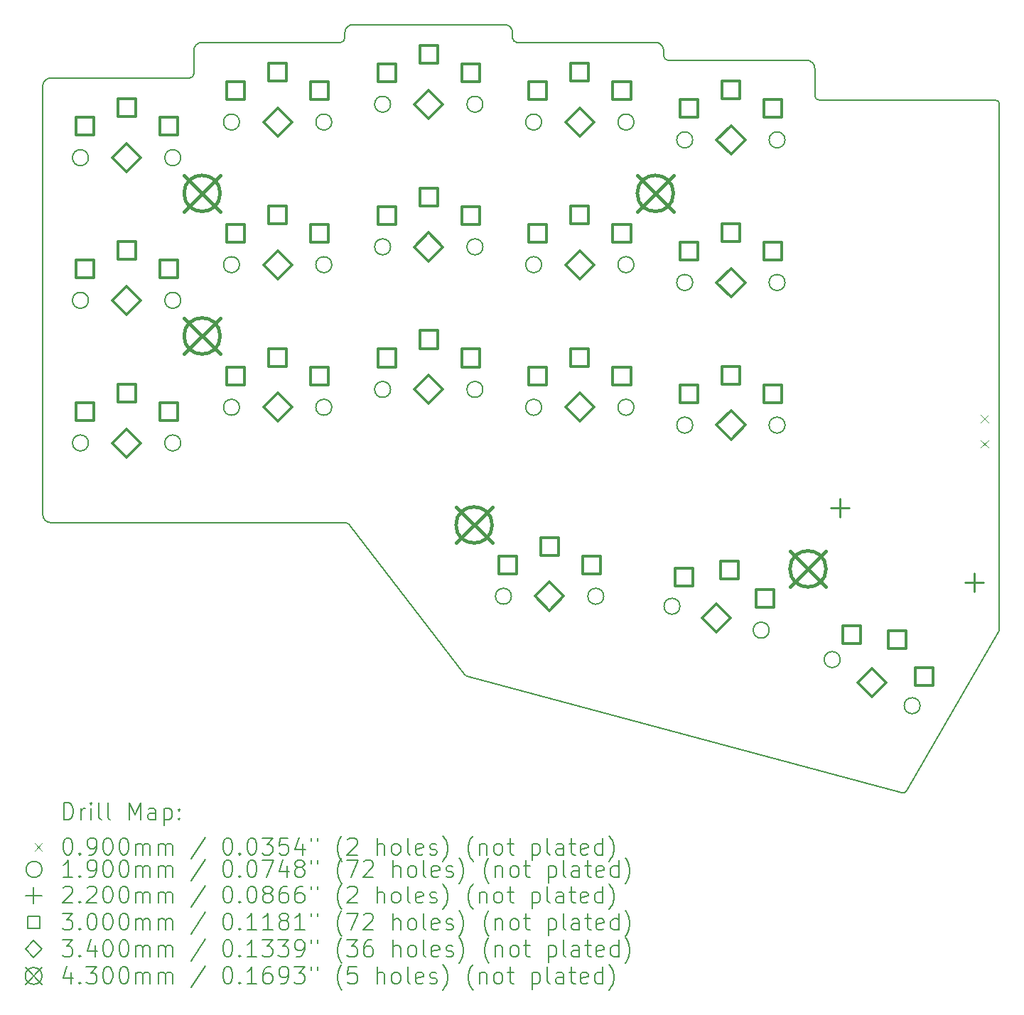
<source format=gbr>
%TF.GenerationSoftware,KiCad,Pcbnew,8.0.6+1*%
%TF.CreationDate,2024-11-30T16:17:39+00:00*%
%TF.ProjectId,corney_island_wireless,636f726e-6579-45f6-9973-6c616e645f77,0.2*%
%TF.SameCoordinates,Original*%
%TF.FileFunction,Drillmap*%
%TF.FilePolarity,Positive*%
%FSLAX45Y45*%
G04 Gerber Fmt 4.5, Leading zero omitted, Abs format (unit mm)*
G04 Created by KiCad (PCBNEW 8.0.6+1) date 2024-11-30 16:17:39*
%MOMM*%
%LPD*%
G01*
G04 APERTURE LIST*
%ADD10C,0.150000*%
%ADD11C,0.200000*%
%ADD12C,0.100000*%
%ADD13C,0.190000*%
%ADD14C,0.220000*%
%ADD15C,0.300000*%
%ADD16C,0.340000*%
%ADD17C,0.430000*%
G04 APERTURE END LIST*
D10*
X9100000Y-10950000D02*
X12612845Y-10950000D01*
X9000000Y-10850000D02*
X9000000Y-5750000D01*
X9100000Y-10950000D02*
G75*
G02*
X9000000Y-10850000I0J100000D01*
G01*
X10750000Y-5650000D02*
X9100000Y-5650000D01*
X9000000Y-5750000D02*
G75*
G02*
X9100000Y-5650000I100000J0D01*
G01*
X12550000Y-5225000D02*
X10900000Y-5225000D01*
X10800000Y-5325000D02*
G75*
G02*
X10900000Y-5225000I100000J0D01*
G01*
X10800000Y-5325000D02*
X10800000Y-5600000D01*
X14600000Y-5175000D02*
X14600000Y-5112500D01*
X14500000Y-5012500D02*
G75*
G02*
X14600000Y-5112500I0J-100000D01*
G01*
X14500000Y-5012500D02*
X12700000Y-5012500D01*
X12600000Y-5112500D02*
G75*
G02*
X12700000Y-5012500I100000J0D01*
G01*
X12600000Y-5112500D02*
X12600000Y-5175000D01*
X16400000Y-5387500D02*
X16400000Y-5325000D01*
X16300000Y-5225000D02*
G75*
G02*
X16400000Y-5325000I0J-100000D01*
G01*
X16300000Y-5225000D02*
X14650000Y-5225000D01*
X18200000Y-5862500D02*
X18200000Y-5537500D01*
X18100000Y-5437500D02*
G75*
G02*
X18200000Y-5537500I0J-100000D01*
G01*
X18100000Y-5437500D02*
X16450000Y-5437500D01*
X19293298Y-14146751D02*
X20393301Y-12241489D01*
X19237056Y-14170047D02*
X14056392Y-12781892D01*
X14029668Y-12764037D02*
X12652510Y-10969559D01*
X18250000Y-5912500D02*
X20350000Y-5912500D01*
X20400000Y-5962500D02*
X20400000Y-12216489D01*
X12612845Y-10950000D02*
G75*
G02*
X12652507Y-10969562I-5J-50000D01*
G01*
X14056392Y-12781892D02*
G75*
G02*
X14029668Y-12764037I12938J48292D01*
G01*
X19293298Y-14146751D02*
G75*
G02*
X19237057Y-14170043I-43298J25001D01*
G01*
X20400000Y-12216489D02*
G75*
G02*
X20393302Y-12241489I-50000J-1D01*
G01*
X20350000Y-5912500D02*
G75*
G02*
X20400000Y-5962500I0J-50000D01*
G01*
X18250000Y-5912500D02*
G75*
G02*
X18200000Y-5862500I0J50000D01*
G01*
X16450000Y-5437500D02*
G75*
G02*
X16400000Y-5387500I0J50000D01*
G01*
X14650000Y-5225000D02*
G75*
G02*
X14600000Y-5175000I0J50000D01*
G01*
X12600000Y-5175000D02*
G75*
G02*
X12550000Y-5225000I-50000J0D01*
G01*
X10800000Y-5600000D02*
G75*
G02*
X10750000Y-5650000I-50000J0D01*
G01*
D11*
D12*
X20177500Y-9667500D02*
X20267500Y-9757500D01*
X20267500Y-9667500D02*
X20177500Y-9757500D01*
X20177500Y-9967500D02*
X20267500Y-10057500D01*
X20267500Y-9967500D02*
X20177500Y-10057500D01*
D13*
X9545000Y-6600000D02*
G75*
G02*
X9355000Y-6600000I-95000J0D01*
G01*
X9355000Y-6600000D02*
G75*
G02*
X9545000Y-6600000I95000J0D01*
G01*
X9545000Y-6600000D02*
G75*
G02*
X9355000Y-6600000I-95000J0D01*
G01*
X9355000Y-6600000D02*
G75*
G02*
X9545000Y-6600000I95000J0D01*
G01*
X9545000Y-8300000D02*
G75*
G02*
X9355000Y-8300000I-95000J0D01*
G01*
X9355000Y-8300000D02*
G75*
G02*
X9545000Y-8300000I95000J0D01*
G01*
X9545000Y-8300000D02*
G75*
G02*
X9355000Y-8300000I-95000J0D01*
G01*
X9355000Y-8300000D02*
G75*
G02*
X9545000Y-8300000I95000J0D01*
G01*
X9545000Y-10000000D02*
G75*
G02*
X9355000Y-10000000I-95000J0D01*
G01*
X9355000Y-10000000D02*
G75*
G02*
X9545000Y-10000000I95000J0D01*
G01*
X9545000Y-10000000D02*
G75*
G02*
X9355000Y-10000000I-95000J0D01*
G01*
X9355000Y-10000000D02*
G75*
G02*
X9545000Y-10000000I95000J0D01*
G01*
X10645000Y-6600000D02*
G75*
G02*
X10455000Y-6600000I-95000J0D01*
G01*
X10455000Y-6600000D02*
G75*
G02*
X10645000Y-6600000I95000J0D01*
G01*
X10645000Y-6600000D02*
G75*
G02*
X10455000Y-6600000I-95000J0D01*
G01*
X10455000Y-6600000D02*
G75*
G02*
X10645000Y-6600000I95000J0D01*
G01*
X10645000Y-8300000D02*
G75*
G02*
X10455000Y-8300000I-95000J0D01*
G01*
X10455000Y-8300000D02*
G75*
G02*
X10645000Y-8300000I95000J0D01*
G01*
X10645000Y-8300000D02*
G75*
G02*
X10455000Y-8300000I-95000J0D01*
G01*
X10455000Y-8300000D02*
G75*
G02*
X10645000Y-8300000I95000J0D01*
G01*
X10645000Y-10000000D02*
G75*
G02*
X10455000Y-10000000I-95000J0D01*
G01*
X10455000Y-10000000D02*
G75*
G02*
X10645000Y-10000000I95000J0D01*
G01*
X10645000Y-10000000D02*
G75*
G02*
X10455000Y-10000000I-95000J0D01*
G01*
X10455000Y-10000000D02*
G75*
G02*
X10645000Y-10000000I95000J0D01*
G01*
X11345000Y-6175000D02*
G75*
G02*
X11155000Y-6175000I-95000J0D01*
G01*
X11155000Y-6175000D02*
G75*
G02*
X11345000Y-6175000I95000J0D01*
G01*
X11345000Y-6175000D02*
G75*
G02*
X11155000Y-6175000I-95000J0D01*
G01*
X11155000Y-6175000D02*
G75*
G02*
X11345000Y-6175000I95000J0D01*
G01*
X11345000Y-7875000D02*
G75*
G02*
X11155000Y-7875000I-95000J0D01*
G01*
X11155000Y-7875000D02*
G75*
G02*
X11345000Y-7875000I95000J0D01*
G01*
X11345000Y-7875000D02*
G75*
G02*
X11155000Y-7875000I-95000J0D01*
G01*
X11155000Y-7875000D02*
G75*
G02*
X11345000Y-7875000I95000J0D01*
G01*
X11345000Y-9575000D02*
G75*
G02*
X11155000Y-9575000I-95000J0D01*
G01*
X11155000Y-9575000D02*
G75*
G02*
X11345000Y-9575000I95000J0D01*
G01*
X11345000Y-9575000D02*
G75*
G02*
X11155000Y-9575000I-95000J0D01*
G01*
X11155000Y-9575000D02*
G75*
G02*
X11345000Y-9575000I95000J0D01*
G01*
X12445000Y-6175000D02*
G75*
G02*
X12255000Y-6175000I-95000J0D01*
G01*
X12255000Y-6175000D02*
G75*
G02*
X12445000Y-6175000I95000J0D01*
G01*
X12445000Y-6175000D02*
G75*
G02*
X12255000Y-6175000I-95000J0D01*
G01*
X12255000Y-6175000D02*
G75*
G02*
X12445000Y-6175000I95000J0D01*
G01*
X12445000Y-7875000D02*
G75*
G02*
X12255000Y-7875000I-95000J0D01*
G01*
X12255000Y-7875000D02*
G75*
G02*
X12445000Y-7875000I95000J0D01*
G01*
X12445000Y-7875000D02*
G75*
G02*
X12255000Y-7875000I-95000J0D01*
G01*
X12255000Y-7875000D02*
G75*
G02*
X12445000Y-7875000I95000J0D01*
G01*
X12445000Y-9575000D02*
G75*
G02*
X12255000Y-9575000I-95000J0D01*
G01*
X12255000Y-9575000D02*
G75*
G02*
X12445000Y-9575000I95000J0D01*
G01*
X12445000Y-9575000D02*
G75*
G02*
X12255000Y-9575000I-95000J0D01*
G01*
X12255000Y-9575000D02*
G75*
G02*
X12445000Y-9575000I95000J0D01*
G01*
X13145000Y-5962500D02*
G75*
G02*
X12955000Y-5962500I-95000J0D01*
G01*
X12955000Y-5962500D02*
G75*
G02*
X13145000Y-5962500I95000J0D01*
G01*
X13145000Y-5962500D02*
G75*
G02*
X12955000Y-5962500I-95000J0D01*
G01*
X12955000Y-5962500D02*
G75*
G02*
X13145000Y-5962500I95000J0D01*
G01*
X13145000Y-7662500D02*
G75*
G02*
X12955000Y-7662500I-95000J0D01*
G01*
X12955000Y-7662500D02*
G75*
G02*
X13145000Y-7662500I95000J0D01*
G01*
X13145000Y-7662500D02*
G75*
G02*
X12955000Y-7662500I-95000J0D01*
G01*
X12955000Y-7662500D02*
G75*
G02*
X13145000Y-7662500I95000J0D01*
G01*
X13145000Y-9362500D02*
G75*
G02*
X12955000Y-9362500I-95000J0D01*
G01*
X12955000Y-9362500D02*
G75*
G02*
X13145000Y-9362500I95000J0D01*
G01*
X13145000Y-9362500D02*
G75*
G02*
X12955000Y-9362500I-95000J0D01*
G01*
X12955000Y-9362500D02*
G75*
G02*
X13145000Y-9362500I95000J0D01*
G01*
X14245000Y-5962500D02*
G75*
G02*
X14055000Y-5962500I-95000J0D01*
G01*
X14055000Y-5962500D02*
G75*
G02*
X14245000Y-5962500I95000J0D01*
G01*
X14245000Y-5962500D02*
G75*
G02*
X14055000Y-5962500I-95000J0D01*
G01*
X14055000Y-5962500D02*
G75*
G02*
X14245000Y-5962500I95000J0D01*
G01*
X14245000Y-7662500D02*
G75*
G02*
X14055000Y-7662500I-95000J0D01*
G01*
X14055000Y-7662500D02*
G75*
G02*
X14245000Y-7662500I95000J0D01*
G01*
X14245000Y-7662500D02*
G75*
G02*
X14055000Y-7662500I-95000J0D01*
G01*
X14055000Y-7662500D02*
G75*
G02*
X14245000Y-7662500I95000J0D01*
G01*
X14245000Y-9362500D02*
G75*
G02*
X14055000Y-9362500I-95000J0D01*
G01*
X14055000Y-9362500D02*
G75*
G02*
X14245000Y-9362500I95000J0D01*
G01*
X14245000Y-9362500D02*
G75*
G02*
X14055000Y-9362500I-95000J0D01*
G01*
X14055000Y-9362500D02*
G75*
G02*
X14245000Y-9362500I95000J0D01*
G01*
X14585000Y-11827500D02*
G75*
G02*
X14395000Y-11827500I-95000J0D01*
G01*
X14395000Y-11827500D02*
G75*
G02*
X14585000Y-11827500I95000J0D01*
G01*
X14585000Y-11827500D02*
G75*
G02*
X14395000Y-11827500I-95000J0D01*
G01*
X14395000Y-11827500D02*
G75*
G02*
X14585000Y-11827500I95000J0D01*
G01*
X14945000Y-6175000D02*
G75*
G02*
X14755000Y-6175000I-95000J0D01*
G01*
X14755000Y-6175000D02*
G75*
G02*
X14945000Y-6175000I95000J0D01*
G01*
X14945000Y-6175000D02*
G75*
G02*
X14755000Y-6175000I-95000J0D01*
G01*
X14755000Y-6175000D02*
G75*
G02*
X14945000Y-6175000I95000J0D01*
G01*
X14945000Y-7875000D02*
G75*
G02*
X14755000Y-7875000I-95000J0D01*
G01*
X14755000Y-7875000D02*
G75*
G02*
X14945000Y-7875000I95000J0D01*
G01*
X14945000Y-7875000D02*
G75*
G02*
X14755000Y-7875000I-95000J0D01*
G01*
X14755000Y-7875000D02*
G75*
G02*
X14945000Y-7875000I95000J0D01*
G01*
X14945000Y-9575000D02*
G75*
G02*
X14755000Y-9575000I-95000J0D01*
G01*
X14755000Y-9575000D02*
G75*
G02*
X14945000Y-9575000I95000J0D01*
G01*
X14945000Y-9575000D02*
G75*
G02*
X14755000Y-9575000I-95000J0D01*
G01*
X14755000Y-9575000D02*
G75*
G02*
X14945000Y-9575000I95000J0D01*
G01*
X15685000Y-11827500D02*
G75*
G02*
X15495000Y-11827500I-95000J0D01*
G01*
X15495000Y-11827500D02*
G75*
G02*
X15685000Y-11827500I95000J0D01*
G01*
X15685000Y-11827500D02*
G75*
G02*
X15495000Y-11827500I-95000J0D01*
G01*
X15495000Y-11827500D02*
G75*
G02*
X15685000Y-11827500I95000J0D01*
G01*
X16045000Y-6175000D02*
G75*
G02*
X15855000Y-6175000I-95000J0D01*
G01*
X15855000Y-6175000D02*
G75*
G02*
X16045000Y-6175000I95000J0D01*
G01*
X16045000Y-6175000D02*
G75*
G02*
X15855000Y-6175000I-95000J0D01*
G01*
X15855000Y-6175000D02*
G75*
G02*
X16045000Y-6175000I95000J0D01*
G01*
X16045000Y-7875000D02*
G75*
G02*
X15855000Y-7875000I-95000J0D01*
G01*
X15855000Y-7875000D02*
G75*
G02*
X16045000Y-7875000I95000J0D01*
G01*
X16045000Y-7875000D02*
G75*
G02*
X15855000Y-7875000I-95000J0D01*
G01*
X15855000Y-7875000D02*
G75*
G02*
X16045000Y-7875000I95000J0D01*
G01*
X16045000Y-9575000D02*
G75*
G02*
X15855000Y-9575000I-95000J0D01*
G01*
X15855000Y-9575000D02*
G75*
G02*
X16045000Y-9575000I95000J0D01*
G01*
X16045000Y-9575000D02*
G75*
G02*
X15855000Y-9575000I-95000J0D01*
G01*
X15855000Y-9575000D02*
G75*
G02*
X16045000Y-9575000I95000J0D01*
G01*
X16593070Y-11947050D02*
G75*
G02*
X16403070Y-11947050I-95000J0D01*
G01*
X16403070Y-11947050D02*
G75*
G02*
X16593070Y-11947050I95000J0D01*
G01*
X16593070Y-11947050D02*
G75*
G02*
X16403070Y-11947050I-95000J0D01*
G01*
X16403070Y-11947050D02*
G75*
G02*
X16593070Y-11947050I95000J0D01*
G01*
X16745000Y-6387500D02*
G75*
G02*
X16555000Y-6387500I-95000J0D01*
G01*
X16555000Y-6387500D02*
G75*
G02*
X16745000Y-6387500I95000J0D01*
G01*
X16745000Y-6387500D02*
G75*
G02*
X16555000Y-6387500I-95000J0D01*
G01*
X16555000Y-6387500D02*
G75*
G02*
X16745000Y-6387500I95000J0D01*
G01*
X16745000Y-8087500D02*
G75*
G02*
X16555000Y-8087500I-95000J0D01*
G01*
X16555000Y-8087500D02*
G75*
G02*
X16745000Y-8087500I95000J0D01*
G01*
X16745000Y-8087500D02*
G75*
G02*
X16555000Y-8087500I-95000J0D01*
G01*
X16555000Y-8087500D02*
G75*
G02*
X16745000Y-8087500I95000J0D01*
G01*
X16745000Y-9787500D02*
G75*
G02*
X16555000Y-9787500I-95000J0D01*
G01*
X16555000Y-9787500D02*
G75*
G02*
X16745000Y-9787500I95000J0D01*
G01*
X16745000Y-9787500D02*
G75*
G02*
X16555000Y-9787500I-95000J0D01*
G01*
X16555000Y-9787500D02*
G75*
G02*
X16745000Y-9787500I95000J0D01*
G01*
X17655589Y-12231751D02*
G75*
G02*
X17465589Y-12231751I-95000J0D01*
G01*
X17465589Y-12231751D02*
G75*
G02*
X17655589Y-12231751I95000J0D01*
G01*
X17655589Y-12231751D02*
G75*
G02*
X17465589Y-12231751I-95000J0D01*
G01*
X17465589Y-12231751D02*
G75*
G02*
X17655589Y-12231751I95000J0D01*
G01*
X17845000Y-6387500D02*
G75*
G02*
X17655000Y-6387500I-95000J0D01*
G01*
X17655000Y-6387500D02*
G75*
G02*
X17845000Y-6387500I95000J0D01*
G01*
X17845000Y-6387500D02*
G75*
G02*
X17655000Y-6387500I-95000J0D01*
G01*
X17655000Y-6387500D02*
G75*
G02*
X17845000Y-6387500I95000J0D01*
G01*
X17845000Y-8087500D02*
G75*
G02*
X17655000Y-8087500I-95000J0D01*
G01*
X17655000Y-8087500D02*
G75*
G02*
X17845000Y-8087500I95000J0D01*
G01*
X17845000Y-8087500D02*
G75*
G02*
X17655000Y-8087500I-95000J0D01*
G01*
X17655000Y-8087500D02*
G75*
G02*
X17845000Y-8087500I95000J0D01*
G01*
X17845000Y-9787500D02*
G75*
G02*
X17655000Y-9787500I-95000J0D01*
G01*
X17655000Y-9787500D02*
G75*
G02*
X17845000Y-9787500I95000J0D01*
G01*
X17845000Y-9787500D02*
G75*
G02*
X17655000Y-9787500I-95000J0D01*
G01*
X17655000Y-9787500D02*
G75*
G02*
X17845000Y-9787500I95000J0D01*
G01*
X18501775Y-12582253D02*
G75*
G02*
X18311775Y-12582253I-95000J0D01*
G01*
X18311775Y-12582253D02*
G75*
G02*
X18501775Y-12582253I95000J0D01*
G01*
X18501775Y-12582253D02*
G75*
G02*
X18311775Y-12582253I-95000J0D01*
G01*
X18311775Y-12582253D02*
G75*
G02*
X18501775Y-12582253I95000J0D01*
G01*
X19454403Y-13132253D02*
G75*
G02*
X19264403Y-13132253I-95000J0D01*
G01*
X19264403Y-13132253D02*
G75*
G02*
X19454403Y-13132253I95000J0D01*
G01*
X19454403Y-13132253D02*
G75*
G02*
X19264403Y-13132253I-95000J0D01*
G01*
X19264403Y-13132253D02*
G75*
G02*
X19454403Y-13132253I95000J0D01*
G01*
D14*
X18500000Y-10660000D02*
X18500000Y-10880000D01*
X18390000Y-10770000D02*
X18610000Y-10770000D01*
X20100000Y-11550000D02*
X20100000Y-11770000D01*
X19990000Y-11660000D02*
X20210000Y-11660000D01*
D15*
X9606067Y-6331067D02*
X9606067Y-6118933D01*
X9393933Y-6118933D01*
X9393933Y-6331067D01*
X9606067Y-6331067D01*
X9606067Y-8031067D02*
X9606067Y-7818933D01*
X9393933Y-7818933D01*
X9393933Y-8031067D01*
X9606067Y-8031067D01*
X9606067Y-9731067D02*
X9606067Y-9518933D01*
X9393933Y-9518933D01*
X9393933Y-9731067D01*
X9606067Y-9731067D01*
X10106067Y-6111067D02*
X10106067Y-5898933D01*
X9893933Y-5898933D01*
X9893933Y-6111067D01*
X10106067Y-6111067D01*
X10106067Y-6111067D02*
X10106067Y-5898933D01*
X9893933Y-5898933D01*
X9893933Y-6111067D01*
X10106067Y-6111067D01*
X10106067Y-7811067D02*
X10106067Y-7598933D01*
X9893933Y-7598933D01*
X9893933Y-7811067D01*
X10106067Y-7811067D01*
X10106067Y-7811067D02*
X10106067Y-7598933D01*
X9893933Y-7598933D01*
X9893933Y-7811067D01*
X10106067Y-7811067D01*
X10106067Y-9511067D02*
X10106067Y-9298933D01*
X9893933Y-9298933D01*
X9893933Y-9511067D01*
X10106067Y-9511067D01*
X10106067Y-9511067D02*
X10106067Y-9298933D01*
X9893933Y-9298933D01*
X9893933Y-9511067D01*
X10106067Y-9511067D01*
X10606067Y-6331067D02*
X10606067Y-6118933D01*
X10393933Y-6118933D01*
X10393933Y-6331067D01*
X10606067Y-6331067D01*
X10606067Y-8031067D02*
X10606067Y-7818933D01*
X10393933Y-7818933D01*
X10393933Y-8031067D01*
X10606067Y-8031067D01*
X10606067Y-9731067D02*
X10606067Y-9518933D01*
X10393933Y-9518933D01*
X10393933Y-9731067D01*
X10606067Y-9731067D01*
X11406067Y-5906067D02*
X11406067Y-5693933D01*
X11193933Y-5693933D01*
X11193933Y-5906067D01*
X11406067Y-5906067D01*
X11406067Y-7606067D02*
X11406067Y-7393933D01*
X11193933Y-7393933D01*
X11193933Y-7606067D01*
X11406067Y-7606067D01*
X11406067Y-9306067D02*
X11406067Y-9093933D01*
X11193933Y-9093933D01*
X11193933Y-9306067D01*
X11406067Y-9306067D01*
X11906067Y-5686067D02*
X11906067Y-5473933D01*
X11693933Y-5473933D01*
X11693933Y-5686067D01*
X11906067Y-5686067D01*
X11906067Y-5686067D02*
X11906067Y-5473933D01*
X11693933Y-5473933D01*
X11693933Y-5686067D01*
X11906067Y-5686067D01*
X11906067Y-7386067D02*
X11906067Y-7173933D01*
X11693933Y-7173933D01*
X11693933Y-7386067D01*
X11906067Y-7386067D01*
X11906067Y-7386067D02*
X11906067Y-7173933D01*
X11693933Y-7173933D01*
X11693933Y-7386067D01*
X11906067Y-7386067D01*
X11906067Y-9086067D02*
X11906067Y-8873933D01*
X11693933Y-8873933D01*
X11693933Y-9086067D01*
X11906067Y-9086067D01*
X11906067Y-9086067D02*
X11906067Y-8873933D01*
X11693933Y-8873933D01*
X11693933Y-9086067D01*
X11906067Y-9086067D01*
X12406067Y-5906067D02*
X12406067Y-5693933D01*
X12193933Y-5693933D01*
X12193933Y-5906067D01*
X12406067Y-5906067D01*
X12406067Y-7606067D02*
X12406067Y-7393933D01*
X12193933Y-7393933D01*
X12193933Y-7606067D01*
X12406067Y-7606067D01*
X12406067Y-9306067D02*
X12406067Y-9093933D01*
X12193933Y-9093933D01*
X12193933Y-9306067D01*
X12406067Y-9306067D01*
X13206067Y-5693567D02*
X13206067Y-5481433D01*
X12993933Y-5481433D01*
X12993933Y-5693567D01*
X13206067Y-5693567D01*
X13206067Y-7393567D02*
X13206067Y-7181433D01*
X12993933Y-7181433D01*
X12993933Y-7393567D01*
X13206067Y-7393567D01*
X13206067Y-9093567D02*
X13206067Y-8881433D01*
X12993933Y-8881433D01*
X12993933Y-9093567D01*
X13206067Y-9093567D01*
X13706067Y-5473567D02*
X13706067Y-5261433D01*
X13493933Y-5261433D01*
X13493933Y-5473567D01*
X13706067Y-5473567D01*
X13706067Y-5473567D02*
X13706067Y-5261433D01*
X13493933Y-5261433D01*
X13493933Y-5473567D01*
X13706067Y-5473567D01*
X13706067Y-7173567D02*
X13706067Y-6961433D01*
X13493933Y-6961433D01*
X13493933Y-7173567D01*
X13706067Y-7173567D01*
X13706067Y-7173567D02*
X13706067Y-6961433D01*
X13493933Y-6961433D01*
X13493933Y-7173567D01*
X13706067Y-7173567D01*
X13706067Y-8873567D02*
X13706067Y-8661433D01*
X13493933Y-8661433D01*
X13493933Y-8873567D01*
X13706067Y-8873567D01*
X13706067Y-8873567D02*
X13706067Y-8661433D01*
X13493933Y-8661433D01*
X13493933Y-8873567D01*
X13706067Y-8873567D01*
X14206067Y-5693567D02*
X14206067Y-5481433D01*
X13993933Y-5481433D01*
X13993933Y-5693567D01*
X14206067Y-5693567D01*
X14206067Y-7393567D02*
X14206067Y-7181433D01*
X13993933Y-7181433D01*
X13993933Y-7393567D01*
X14206067Y-7393567D01*
X14206067Y-9093567D02*
X14206067Y-8881433D01*
X13993933Y-8881433D01*
X13993933Y-9093567D01*
X14206067Y-9093567D01*
X14646067Y-11558567D02*
X14646067Y-11346433D01*
X14433933Y-11346433D01*
X14433933Y-11558567D01*
X14646067Y-11558567D01*
X15006067Y-5906067D02*
X15006067Y-5693933D01*
X14793933Y-5693933D01*
X14793933Y-5906067D01*
X15006067Y-5906067D01*
X15006067Y-7606067D02*
X15006067Y-7393933D01*
X14793933Y-7393933D01*
X14793933Y-7606067D01*
X15006067Y-7606067D01*
X15006067Y-9306067D02*
X15006067Y-9093933D01*
X14793933Y-9093933D01*
X14793933Y-9306067D01*
X15006067Y-9306067D01*
X15146067Y-11338567D02*
X15146067Y-11126433D01*
X14933933Y-11126433D01*
X14933933Y-11338567D01*
X15146067Y-11338567D01*
X15146067Y-11338567D02*
X15146067Y-11126433D01*
X14933933Y-11126433D01*
X14933933Y-11338567D01*
X15146067Y-11338567D01*
X15506067Y-5686067D02*
X15506067Y-5473933D01*
X15293933Y-5473933D01*
X15293933Y-5686067D01*
X15506067Y-5686067D01*
X15506067Y-5686067D02*
X15506067Y-5473933D01*
X15293933Y-5473933D01*
X15293933Y-5686067D01*
X15506067Y-5686067D01*
X15506067Y-7386067D02*
X15506067Y-7173933D01*
X15293933Y-7173933D01*
X15293933Y-7386067D01*
X15506067Y-7386067D01*
X15506067Y-7386067D02*
X15506067Y-7173933D01*
X15293933Y-7173933D01*
X15293933Y-7386067D01*
X15506067Y-7386067D01*
X15506067Y-9086067D02*
X15506067Y-8873933D01*
X15293933Y-8873933D01*
X15293933Y-9086067D01*
X15506067Y-9086067D01*
X15506067Y-9086067D02*
X15506067Y-8873933D01*
X15293933Y-8873933D01*
X15293933Y-9086067D01*
X15506067Y-9086067D01*
X15646067Y-11558567D02*
X15646067Y-11346433D01*
X15433933Y-11346433D01*
X15433933Y-11558567D01*
X15646067Y-11558567D01*
X16006067Y-5906067D02*
X16006067Y-5693933D01*
X15793933Y-5693933D01*
X15793933Y-5906067D01*
X16006067Y-5906067D01*
X16006067Y-7606067D02*
X16006067Y-7393933D01*
X15793933Y-7393933D01*
X15793933Y-7606067D01*
X16006067Y-7606067D01*
X16006067Y-9306067D02*
X16006067Y-9093933D01*
X15793933Y-9093933D01*
X15793933Y-9306067D01*
X16006067Y-9306067D01*
X16749491Y-11703835D02*
X16749491Y-11491701D01*
X16537357Y-11491701D01*
X16537357Y-11703835D01*
X16749491Y-11703835D01*
X16806067Y-6118567D02*
X16806067Y-5906433D01*
X16593933Y-5906433D01*
X16593933Y-6118567D01*
X16806067Y-6118567D01*
X16806067Y-7818567D02*
X16806067Y-7606433D01*
X16593933Y-7606433D01*
X16593933Y-7818567D01*
X16806067Y-7818567D01*
X16806067Y-9518567D02*
X16806067Y-9306433D01*
X16593933Y-9306433D01*
X16593933Y-9518567D01*
X16806067Y-9518567D01*
X17289394Y-11620741D02*
X17289394Y-11408607D01*
X17077260Y-11408607D01*
X17077260Y-11620741D01*
X17289394Y-11620741D01*
X17289394Y-11620741D02*
X17289394Y-11408607D01*
X17077260Y-11408607D01*
X17077260Y-11620741D01*
X17289394Y-11620741D01*
X17306067Y-5898567D02*
X17306067Y-5686433D01*
X17093933Y-5686433D01*
X17093933Y-5898567D01*
X17306067Y-5898567D01*
X17306067Y-5898567D02*
X17306067Y-5686433D01*
X17093933Y-5686433D01*
X17093933Y-5898567D01*
X17306067Y-5898567D01*
X17306067Y-7598567D02*
X17306067Y-7386433D01*
X17093933Y-7386433D01*
X17093933Y-7598567D01*
X17306067Y-7598567D01*
X17306067Y-7598567D02*
X17306067Y-7386433D01*
X17093933Y-7386433D01*
X17093933Y-7598567D01*
X17306067Y-7598567D01*
X17306067Y-9298567D02*
X17306067Y-9086433D01*
X17093933Y-9086433D01*
X17093933Y-9298567D01*
X17306067Y-9298567D01*
X17306067Y-9298567D02*
X17306067Y-9086433D01*
X17093933Y-9086433D01*
X17093933Y-9298567D01*
X17306067Y-9298567D01*
X17715417Y-11962654D02*
X17715417Y-11750520D01*
X17503283Y-11750520D01*
X17503283Y-11962654D01*
X17715417Y-11962654D01*
X17806067Y-6118567D02*
X17806067Y-5906433D01*
X17593933Y-5906433D01*
X17593933Y-6118567D01*
X17806067Y-6118567D01*
X17806067Y-7818567D02*
X17806067Y-7606433D01*
X17593933Y-7606433D01*
X17593933Y-7818567D01*
X17806067Y-7818567D01*
X17806067Y-9518567D02*
X17806067Y-9306433D01*
X17593933Y-9306433D01*
X17593933Y-9518567D01*
X17806067Y-9518567D01*
X18743644Y-12388560D02*
X18743644Y-12176426D01*
X18531510Y-12176426D01*
X18531510Y-12388560D01*
X18743644Y-12388560D01*
X19286656Y-12448035D02*
X19286656Y-12235901D01*
X19074522Y-12235901D01*
X19074522Y-12448035D01*
X19286656Y-12448035D01*
X19286656Y-12448035D02*
X19286656Y-12235901D01*
X19074522Y-12235901D01*
X19074522Y-12448035D01*
X19286656Y-12448035D01*
X19609669Y-12888560D02*
X19609669Y-12676426D01*
X19397535Y-12676426D01*
X19397535Y-12888560D01*
X19609669Y-12888560D01*
D16*
X10000000Y-6770000D02*
X10170000Y-6600000D01*
X10000000Y-6430000D01*
X9830000Y-6600000D01*
X10000000Y-6770000D01*
X10000000Y-6770000D02*
X10170000Y-6600000D01*
X10000000Y-6430000D01*
X9830000Y-6600000D01*
X10000000Y-6770000D01*
X10000000Y-8470000D02*
X10170000Y-8300000D01*
X10000000Y-8130000D01*
X9830000Y-8300000D01*
X10000000Y-8470000D01*
X10000000Y-8470000D02*
X10170000Y-8300000D01*
X10000000Y-8130000D01*
X9830000Y-8300000D01*
X10000000Y-8470000D01*
X10000000Y-10170000D02*
X10170000Y-10000000D01*
X10000000Y-9830000D01*
X9830000Y-10000000D01*
X10000000Y-10170000D01*
X10000000Y-10170000D02*
X10170000Y-10000000D01*
X10000000Y-9830000D01*
X9830000Y-10000000D01*
X10000000Y-10170000D01*
X11800000Y-6345000D02*
X11970000Y-6175000D01*
X11800000Y-6005000D01*
X11630000Y-6175000D01*
X11800000Y-6345000D01*
X11800000Y-6345000D02*
X11970000Y-6175000D01*
X11800000Y-6005000D01*
X11630000Y-6175000D01*
X11800000Y-6345000D01*
X11800000Y-8045000D02*
X11970000Y-7875000D01*
X11800000Y-7705000D01*
X11630000Y-7875000D01*
X11800000Y-8045000D01*
X11800000Y-8045000D02*
X11970000Y-7875000D01*
X11800000Y-7705000D01*
X11630000Y-7875000D01*
X11800000Y-8045000D01*
X11800000Y-9745000D02*
X11970000Y-9575000D01*
X11800000Y-9405000D01*
X11630000Y-9575000D01*
X11800000Y-9745000D01*
X11800000Y-9745000D02*
X11970000Y-9575000D01*
X11800000Y-9405000D01*
X11630000Y-9575000D01*
X11800000Y-9745000D01*
X13600000Y-6132500D02*
X13770000Y-5962500D01*
X13600000Y-5792500D01*
X13430000Y-5962500D01*
X13600000Y-6132500D01*
X13600000Y-6132500D02*
X13770000Y-5962500D01*
X13600000Y-5792500D01*
X13430000Y-5962500D01*
X13600000Y-6132500D01*
X13600000Y-7832500D02*
X13770000Y-7662500D01*
X13600000Y-7492500D01*
X13430000Y-7662500D01*
X13600000Y-7832500D01*
X13600000Y-7832500D02*
X13770000Y-7662500D01*
X13600000Y-7492500D01*
X13430000Y-7662500D01*
X13600000Y-7832500D01*
X13600000Y-9532500D02*
X13770000Y-9362500D01*
X13600000Y-9192500D01*
X13430000Y-9362500D01*
X13600000Y-9532500D01*
X13600000Y-9532500D02*
X13770000Y-9362500D01*
X13600000Y-9192500D01*
X13430000Y-9362500D01*
X13600000Y-9532500D01*
X15040000Y-11997500D02*
X15210000Y-11827500D01*
X15040000Y-11657500D01*
X14870000Y-11827500D01*
X15040000Y-11997500D01*
X15040000Y-11997500D02*
X15210000Y-11827500D01*
X15040000Y-11657500D01*
X14870000Y-11827500D01*
X15040000Y-11997500D01*
X15400000Y-6345000D02*
X15570000Y-6175000D01*
X15400000Y-6005000D01*
X15230000Y-6175000D01*
X15400000Y-6345000D01*
X15400000Y-6345000D02*
X15570000Y-6175000D01*
X15400000Y-6005000D01*
X15230000Y-6175000D01*
X15400000Y-6345000D01*
X15400000Y-8045000D02*
X15570000Y-7875000D01*
X15400000Y-7705000D01*
X15230000Y-7875000D01*
X15400000Y-8045000D01*
X15400000Y-8045000D02*
X15570000Y-7875000D01*
X15400000Y-7705000D01*
X15230000Y-7875000D01*
X15400000Y-8045000D01*
X15400000Y-9745000D02*
X15570000Y-9575000D01*
X15400000Y-9405000D01*
X15230000Y-9575000D01*
X15400000Y-9745000D01*
X15400000Y-9745000D02*
X15570000Y-9575000D01*
X15400000Y-9405000D01*
X15230000Y-9575000D01*
X15400000Y-9745000D01*
X17029329Y-12259400D02*
X17199329Y-12089400D01*
X17029329Y-11919400D01*
X16859329Y-12089400D01*
X17029329Y-12259400D01*
X17029329Y-12259400D02*
X17199329Y-12089400D01*
X17029329Y-11919400D01*
X16859329Y-12089400D01*
X17029329Y-12259400D01*
X17200000Y-6557500D02*
X17370000Y-6387500D01*
X17200000Y-6217500D01*
X17030000Y-6387500D01*
X17200000Y-6557500D01*
X17200000Y-6557500D02*
X17370000Y-6387500D01*
X17200000Y-6217500D01*
X17030000Y-6387500D01*
X17200000Y-6557500D01*
X17200000Y-8257500D02*
X17370000Y-8087500D01*
X17200000Y-7917500D01*
X17030000Y-8087500D01*
X17200000Y-8257500D01*
X17200000Y-8257500D02*
X17370000Y-8087500D01*
X17200000Y-7917500D01*
X17030000Y-8087500D01*
X17200000Y-8257500D01*
X17200000Y-9957500D02*
X17370000Y-9787500D01*
X17200000Y-9617500D01*
X17030000Y-9787500D01*
X17200000Y-9957500D01*
X17200000Y-9957500D02*
X17370000Y-9787500D01*
X17200000Y-9617500D01*
X17030000Y-9787500D01*
X17200000Y-9957500D01*
X18883089Y-13027253D02*
X19053089Y-12857253D01*
X18883089Y-12687253D01*
X18713089Y-12857253D01*
X18883089Y-13027253D01*
X18883089Y-13027253D02*
X19053089Y-12857253D01*
X18883089Y-12687253D01*
X18713089Y-12857253D01*
X18883089Y-13027253D01*
D17*
X10685000Y-6810000D02*
X11115000Y-7240000D01*
X11115000Y-6810000D02*
X10685000Y-7240000D01*
X11115000Y-7025000D02*
G75*
G02*
X10685000Y-7025000I-215000J0D01*
G01*
X10685000Y-7025000D02*
G75*
G02*
X11115000Y-7025000I215000J0D01*
G01*
X10685000Y-8510000D02*
X11115000Y-8940000D01*
X11115000Y-8510000D02*
X10685000Y-8940000D01*
X11115000Y-8725000D02*
G75*
G02*
X10685000Y-8725000I-215000J0D01*
G01*
X10685000Y-8725000D02*
G75*
G02*
X11115000Y-8725000I215000J0D01*
G01*
X13925000Y-10762500D02*
X14355000Y-11192500D01*
X14355000Y-10762500D02*
X13925000Y-11192500D01*
X14355000Y-10977500D02*
G75*
G02*
X13925000Y-10977500I-215000J0D01*
G01*
X13925000Y-10977500D02*
G75*
G02*
X14355000Y-10977500I215000J0D01*
G01*
X16085000Y-6810000D02*
X16515000Y-7240000D01*
X16515000Y-6810000D02*
X16085000Y-7240000D01*
X16515000Y-7025000D02*
G75*
G02*
X16085000Y-7025000I-215000J0D01*
G01*
X16085000Y-7025000D02*
G75*
G02*
X16515000Y-7025000I215000J0D01*
G01*
X17903659Y-11286300D02*
X18333659Y-11716300D01*
X18333659Y-11286300D02*
X17903659Y-11716300D01*
X18333659Y-11501300D02*
G75*
G02*
X17903659Y-11501300I-215000J0D01*
G01*
X17903659Y-11501300D02*
G75*
G02*
X18333659Y-11501300I215000J0D01*
G01*
D11*
X9253277Y-14490731D02*
X9253277Y-14290731D01*
X9253277Y-14290731D02*
X9300896Y-14290731D01*
X9300896Y-14290731D02*
X9329467Y-14300255D01*
X9329467Y-14300255D02*
X9348515Y-14319303D01*
X9348515Y-14319303D02*
X9358039Y-14338350D01*
X9358039Y-14338350D02*
X9367563Y-14376445D01*
X9367563Y-14376445D02*
X9367563Y-14405017D01*
X9367563Y-14405017D02*
X9358039Y-14443112D01*
X9358039Y-14443112D02*
X9348515Y-14462160D01*
X9348515Y-14462160D02*
X9329467Y-14481207D01*
X9329467Y-14481207D02*
X9300896Y-14490731D01*
X9300896Y-14490731D02*
X9253277Y-14490731D01*
X9453277Y-14490731D02*
X9453277Y-14357398D01*
X9453277Y-14395493D02*
X9462801Y-14376445D01*
X9462801Y-14376445D02*
X9472324Y-14366922D01*
X9472324Y-14366922D02*
X9491372Y-14357398D01*
X9491372Y-14357398D02*
X9510420Y-14357398D01*
X9577086Y-14490731D02*
X9577086Y-14357398D01*
X9577086Y-14290731D02*
X9567563Y-14300255D01*
X9567563Y-14300255D02*
X9577086Y-14309779D01*
X9577086Y-14309779D02*
X9586610Y-14300255D01*
X9586610Y-14300255D02*
X9577086Y-14290731D01*
X9577086Y-14290731D02*
X9577086Y-14309779D01*
X9700896Y-14490731D02*
X9681848Y-14481207D01*
X9681848Y-14481207D02*
X9672324Y-14462160D01*
X9672324Y-14462160D02*
X9672324Y-14290731D01*
X9805658Y-14490731D02*
X9786610Y-14481207D01*
X9786610Y-14481207D02*
X9777086Y-14462160D01*
X9777086Y-14462160D02*
X9777086Y-14290731D01*
X10034229Y-14490731D02*
X10034229Y-14290731D01*
X10034229Y-14290731D02*
X10100896Y-14433588D01*
X10100896Y-14433588D02*
X10167563Y-14290731D01*
X10167563Y-14290731D02*
X10167563Y-14490731D01*
X10348515Y-14490731D02*
X10348515Y-14385969D01*
X10348515Y-14385969D02*
X10338991Y-14366922D01*
X10338991Y-14366922D02*
X10319944Y-14357398D01*
X10319944Y-14357398D02*
X10281848Y-14357398D01*
X10281848Y-14357398D02*
X10262801Y-14366922D01*
X10348515Y-14481207D02*
X10329467Y-14490731D01*
X10329467Y-14490731D02*
X10281848Y-14490731D01*
X10281848Y-14490731D02*
X10262801Y-14481207D01*
X10262801Y-14481207D02*
X10253277Y-14462160D01*
X10253277Y-14462160D02*
X10253277Y-14443112D01*
X10253277Y-14443112D02*
X10262801Y-14424064D01*
X10262801Y-14424064D02*
X10281848Y-14414541D01*
X10281848Y-14414541D02*
X10329467Y-14414541D01*
X10329467Y-14414541D02*
X10348515Y-14405017D01*
X10443753Y-14357398D02*
X10443753Y-14557398D01*
X10443753Y-14366922D02*
X10462801Y-14357398D01*
X10462801Y-14357398D02*
X10500896Y-14357398D01*
X10500896Y-14357398D02*
X10519944Y-14366922D01*
X10519944Y-14366922D02*
X10529467Y-14376445D01*
X10529467Y-14376445D02*
X10538991Y-14395493D01*
X10538991Y-14395493D02*
X10538991Y-14452636D01*
X10538991Y-14452636D02*
X10529467Y-14471683D01*
X10529467Y-14471683D02*
X10519944Y-14481207D01*
X10519944Y-14481207D02*
X10500896Y-14490731D01*
X10500896Y-14490731D02*
X10462801Y-14490731D01*
X10462801Y-14490731D02*
X10443753Y-14481207D01*
X10624705Y-14471683D02*
X10634229Y-14481207D01*
X10634229Y-14481207D02*
X10624705Y-14490731D01*
X10624705Y-14490731D02*
X10615182Y-14481207D01*
X10615182Y-14481207D02*
X10624705Y-14471683D01*
X10624705Y-14471683D02*
X10624705Y-14490731D01*
X10624705Y-14366922D02*
X10634229Y-14376445D01*
X10634229Y-14376445D02*
X10624705Y-14385969D01*
X10624705Y-14385969D02*
X10615182Y-14376445D01*
X10615182Y-14376445D02*
X10624705Y-14366922D01*
X10624705Y-14366922D02*
X10624705Y-14385969D01*
D12*
X8902500Y-14774247D02*
X8992500Y-14864247D01*
X8992500Y-14774247D02*
X8902500Y-14864247D01*
D11*
X9291372Y-14710731D02*
X9310420Y-14710731D01*
X9310420Y-14710731D02*
X9329467Y-14720255D01*
X9329467Y-14720255D02*
X9338991Y-14729779D01*
X9338991Y-14729779D02*
X9348515Y-14748826D01*
X9348515Y-14748826D02*
X9358039Y-14786922D01*
X9358039Y-14786922D02*
X9358039Y-14834541D01*
X9358039Y-14834541D02*
X9348515Y-14872636D01*
X9348515Y-14872636D02*
X9338991Y-14891683D01*
X9338991Y-14891683D02*
X9329467Y-14901207D01*
X9329467Y-14901207D02*
X9310420Y-14910731D01*
X9310420Y-14910731D02*
X9291372Y-14910731D01*
X9291372Y-14910731D02*
X9272324Y-14901207D01*
X9272324Y-14901207D02*
X9262801Y-14891683D01*
X9262801Y-14891683D02*
X9253277Y-14872636D01*
X9253277Y-14872636D02*
X9243753Y-14834541D01*
X9243753Y-14834541D02*
X9243753Y-14786922D01*
X9243753Y-14786922D02*
X9253277Y-14748826D01*
X9253277Y-14748826D02*
X9262801Y-14729779D01*
X9262801Y-14729779D02*
X9272324Y-14720255D01*
X9272324Y-14720255D02*
X9291372Y-14710731D01*
X9443753Y-14891683D02*
X9453277Y-14901207D01*
X9453277Y-14901207D02*
X9443753Y-14910731D01*
X9443753Y-14910731D02*
X9434229Y-14901207D01*
X9434229Y-14901207D02*
X9443753Y-14891683D01*
X9443753Y-14891683D02*
X9443753Y-14910731D01*
X9548515Y-14910731D02*
X9586610Y-14910731D01*
X9586610Y-14910731D02*
X9605658Y-14901207D01*
X9605658Y-14901207D02*
X9615182Y-14891683D01*
X9615182Y-14891683D02*
X9634229Y-14863112D01*
X9634229Y-14863112D02*
X9643753Y-14825017D01*
X9643753Y-14825017D02*
X9643753Y-14748826D01*
X9643753Y-14748826D02*
X9634229Y-14729779D01*
X9634229Y-14729779D02*
X9624705Y-14720255D01*
X9624705Y-14720255D02*
X9605658Y-14710731D01*
X9605658Y-14710731D02*
X9567563Y-14710731D01*
X9567563Y-14710731D02*
X9548515Y-14720255D01*
X9548515Y-14720255D02*
X9538991Y-14729779D01*
X9538991Y-14729779D02*
X9529467Y-14748826D01*
X9529467Y-14748826D02*
X9529467Y-14796445D01*
X9529467Y-14796445D02*
X9538991Y-14815493D01*
X9538991Y-14815493D02*
X9548515Y-14825017D01*
X9548515Y-14825017D02*
X9567563Y-14834541D01*
X9567563Y-14834541D02*
X9605658Y-14834541D01*
X9605658Y-14834541D02*
X9624705Y-14825017D01*
X9624705Y-14825017D02*
X9634229Y-14815493D01*
X9634229Y-14815493D02*
X9643753Y-14796445D01*
X9767563Y-14710731D02*
X9786610Y-14710731D01*
X9786610Y-14710731D02*
X9805658Y-14720255D01*
X9805658Y-14720255D02*
X9815182Y-14729779D01*
X9815182Y-14729779D02*
X9824705Y-14748826D01*
X9824705Y-14748826D02*
X9834229Y-14786922D01*
X9834229Y-14786922D02*
X9834229Y-14834541D01*
X9834229Y-14834541D02*
X9824705Y-14872636D01*
X9824705Y-14872636D02*
X9815182Y-14891683D01*
X9815182Y-14891683D02*
X9805658Y-14901207D01*
X9805658Y-14901207D02*
X9786610Y-14910731D01*
X9786610Y-14910731D02*
X9767563Y-14910731D01*
X9767563Y-14910731D02*
X9748515Y-14901207D01*
X9748515Y-14901207D02*
X9738991Y-14891683D01*
X9738991Y-14891683D02*
X9729467Y-14872636D01*
X9729467Y-14872636D02*
X9719944Y-14834541D01*
X9719944Y-14834541D02*
X9719944Y-14786922D01*
X9719944Y-14786922D02*
X9729467Y-14748826D01*
X9729467Y-14748826D02*
X9738991Y-14729779D01*
X9738991Y-14729779D02*
X9748515Y-14720255D01*
X9748515Y-14720255D02*
X9767563Y-14710731D01*
X9958039Y-14710731D02*
X9977086Y-14710731D01*
X9977086Y-14710731D02*
X9996134Y-14720255D01*
X9996134Y-14720255D02*
X10005658Y-14729779D01*
X10005658Y-14729779D02*
X10015182Y-14748826D01*
X10015182Y-14748826D02*
X10024705Y-14786922D01*
X10024705Y-14786922D02*
X10024705Y-14834541D01*
X10024705Y-14834541D02*
X10015182Y-14872636D01*
X10015182Y-14872636D02*
X10005658Y-14891683D01*
X10005658Y-14891683D02*
X9996134Y-14901207D01*
X9996134Y-14901207D02*
X9977086Y-14910731D01*
X9977086Y-14910731D02*
X9958039Y-14910731D01*
X9958039Y-14910731D02*
X9938991Y-14901207D01*
X9938991Y-14901207D02*
X9929467Y-14891683D01*
X9929467Y-14891683D02*
X9919944Y-14872636D01*
X9919944Y-14872636D02*
X9910420Y-14834541D01*
X9910420Y-14834541D02*
X9910420Y-14786922D01*
X9910420Y-14786922D02*
X9919944Y-14748826D01*
X9919944Y-14748826D02*
X9929467Y-14729779D01*
X9929467Y-14729779D02*
X9938991Y-14720255D01*
X9938991Y-14720255D02*
X9958039Y-14710731D01*
X10110420Y-14910731D02*
X10110420Y-14777398D01*
X10110420Y-14796445D02*
X10119944Y-14786922D01*
X10119944Y-14786922D02*
X10138991Y-14777398D01*
X10138991Y-14777398D02*
X10167563Y-14777398D01*
X10167563Y-14777398D02*
X10186610Y-14786922D01*
X10186610Y-14786922D02*
X10196134Y-14805969D01*
X10196134Y-14805969D02*
X10196134Y-14910731D01*
X10196134Y-14805969D02*
X10205658Y-14786922D01*
X10205658Y-14786922D02*
X10224705Y-14777398D01*
X10224705Y-14777398D02*
X10253277Y-14777398D01*
X10253277Y-14777398D02*
X10272325Y-14786922D01*
X10272325Y-14786922D02*
X10281848Y-14805969D01*
X10281848Y-14805969D02*
X10281848Y-14910731D01*
X10377086Y-14910731D02*
X10377086Y-14777398D01*
X10377086Y-14796445D02*
X10386610Y-14786922D01*
X10386610Y-14786922D02*
X10405658Y-14777398D01*
X10405658Y-14777398D02*
X10434229Y-14777398D01*
X10434229Y-14777398D02*
X10453277Y-14786922D01*
X10453277Y-14786922D02*
X10462801Y-14805969D01*
X10462801Y-14805969D02*
X10462801Y-14910731D01*
X10462801Y-14805969D02*
X10472325Y-14786922D01*
X10472325Y-14786922D02*
X10491372Y-14777398D01*
X10491372Y-14777398D02*
X10519944Y-14777398D01*
X10519944Y-14777398D02*
X10538991Y-14786922D01*
X10538991Y-14786922D02*
X10548515Y-14805969D01*
X10548515Y-14805969D02*
X10548515Y-14910731D01*
X10938991Y-14701207D02*
X10767563Y-14958350D01*
X11196134Y-14710731D02*
X11215182Y-14710731D01*
X11215182Y-14710731D02*
X11234229Y-14720255D01*
X11234229Y-14720255D02*
X11243753Y-14729779D01*
X11243753Y-14729779D02*
X11253277Y-14748826D01*
X11253277Y-14748826D02*
X11262801Y-14786922D01*
X11262801Y-14786922D02*
X11262801Y-14834541D01*
X11262801Y-14834541D02*
X11253277Y-14872636D01*
X11253277Y-14872636D02*
X11243753Y-14891683D01*
X11243753Y-14891683D02*
X11234229Y-14901207D01*
X11234229Y-14901207D02*
X11215182Y-14910731D01*
X11215182Y-14910731D02*
X11196134Y-14910731D01*
X11196134Y-14910731D02*
X11177087Y-14901207D01*
X11177087Y-14901207D02*
X11167563Y-14891683D01*
X11167563Y-14891683D02*
X11158039Y-14872636D01*
X11158039Y-14872636D02*
X11148515Y-14834541D01*
X11148515Y-14834541D02*
X11148515Y-14786922D01*
X11148515Y-14786922D02*
X11158039Y-14748826D01*
X11158039Y-14748826D02*
X11167563Y-14729779D01*
X11167563Y-14729779D02*
X11177087Y-14720255D01*
X11177087Y-14720255D02*
X11196134Y-14710731D01*
X11348515Y-14891683D02*
X11358039Y-14901207D01*
X11358039Y-14901207D02*
X11348515Y-14910731D01*
X11348515Y-14910731D02*
X11338991Y-14901207D01*
X11338991Y-14901207D02*
X11348515Y-14891683D01*
X11348515Y-14891683D02*
X11348515Y-14910731D01*
X11481848Y-14710731D02*
X11500896Y-14710731D01*
X11500896Y-14710731D02*
X11519944Y-14720255D01*
X11519944Y-14720255D02*
X11529467Y-14729779D01*
X11529467Y-14729779D02*
X11538991Y-14748826D01*
X11538991Y-14748826D02*
X11548515Y-14786922D01*
X11548515Y-14786922D02*
X11548515Y-14834541D01*
X11548515Y-14834541D02*
X11538991Y-14872636D01*
X11538991Y-14872636D02*
X11529467Y-14891683D01*
X11529467Y-14891683D02*
X11519944Y-14901207D01*
X11519944Y-14901207D02*
X11500896Y-14910731D01*
X11500896Y-14910731D02*
X11481848Y-14910731D01*
X11481848Y-14910731D02*
X11462801Y-14901207D01*
X11462801Y-14901207D02*
X11453277Y-14891683D01*
X11453277Y-14891683D02*
X11443753Y-14872636D01*
X11443753Y-14872636D02*
X11434229Y-14834541D01*
X11434229Y-14834541D02*
X11434229Y-14786922D01*
X11434229Y-14786922D02*
X11443753Y-14748826D01*
X11443753Y-14748826D02*
X11453277Y-14729779D01*
X11453277Y-14729779D02*
X11462801Y-14720255D01*
X11462801Y-14720255D02*
X11481848Y-14710731D01*
X11615182Y-14710731D02*
X11738991Y-14710731D01*
X11738991Y-14710731D02*
X11672325Y-14786922D01*
X11672325Y-14786922D02*
X11700896Y-14786922D01*
X11700896Y-14786922D02*
X11719944Y-14796445D01*
X11719944Y-14796445D02*
X11729467Y-14805969D01*
X11729467Y-14805969D02*
X11738991Y-14825017D01*
X11738991Y-14825017D02*
X11738991Y-14872636D01*
X11738991Y-14872636D02*
X11729467Y-14891683D01*
X11729467Y-14891683D02*
X11719944Y-14901207D01*
X11719944Y-14901207D02*
X11700896Y-14910731D01*
X11700896Y-14910731D02*
X11643753Y-14910731D01*
X11643753Y-14910731D02*
X11624706Y-14901207D01*
X11624706Y-14901207D02*
X11615182Y-14891683D01*
X11919944Y-14710731D02*
X11824706Y-14710731D01*
X11824706Y-14710731D02*
X11815182Y-14805969D01*
X11815182Y-14805969D02*
X11824706Y-14796445D01*
X11824706Y-14796445D02*
X11843753Y-14786922D01*
X11843753Y-14786922D02*
X11891372Y-14786922D01*
X11891372Y-14786922D02*
X11910420Y-14796445D01*
X11910420Y-14796445D02*
X11919944Y-14805969D01*
X11919944Y-14805969D02*
X11929467Y-14825017D01*
X11929467Y-14825017D02*
X11929467Y-14872636D01*
X11929467Y-14872636D02*
X11919944Y-14891683D01*
X11919944Y-14891683D02*
X11910420Y-14901207D01*
X11910420Y-14901207D02*
X11891372Y-14910731D01*
X11891372Y-14910731D02*
X11843753Y-14910731D01*
X11843753Y-14910731D02*
X11824706Y-14901207D01*
X11824706Y-14901207D02*
X11815182Y-14891683D01*
X12100896Y-14777398D02*
X12100896Y-14910731D01*
X12053277Y-14701207D02*
X12005658Y-14844064D01*
X12005658Y-14844064D02*
X12129467Y-14844064D01*
X12196134Y-14710731D02*
X12196134Y-14748826D01*
X12272325Y-14710731D02*
X12272325Y-14748826D01*
X12567563Y-14986922D02*
X12558039Y-14977398D01*
X12558039Y-14977398D02*
X12538991Y-14948826D01*
X12538991Y-14948826D02*
X12529468Y-14929779D01*
X12529468Y-14929779D02*
X12519944Y-14901207D01*
X12519944Y-14901207D02*
X12510420Y-14853588D01*
X12510420Y-14853588D02*
X12510420Y-14815493D01*
X12510420Y-14815493D02*
X12519944Y-14767874D01*
X12519944Y-14767874D02*
X12529468Y-14739303D01*
X12529468Y-14739303D02*
X12538991Y-14720255D01*
X12538991Y-14720255D02*
X12558039Y-14691683D01*
X12558039Y-14691683D02*
X12567563Y-14682160D01*
X12634229Y-14729779D02*
X12643753Y-14720255D01*
X12643753Y-14720255D02*
X12662801Y-14710731D01*
X12662801Y-14710731D02*
X12710420Y-14710731D01*
X12710420Y-14710731D02*
X12729468Y-14720255D01*
X12729468Y-14720255D02*
X12738991Y-14729779D01*
X12738991Y-14729779D02*
X12748515Y-14748826D01*
X12748515Y-14748826D02*
X12748515Y-14767874D01*
X12748515Y-14767874D02*
X12738991Y-14796445D01*
X12738991Y-14796445D02*
X12624706Y-14910731D01*
X12624706Y-14910731D02*
X12748515Y-14910731D01*
X12986610Y-14910731D02*
X12986610Y-14710731D01*
X13072325Y-14910731D02*
X13072325Y-14805969D01*
X13072325Y-14805969D02*
X13062801Y-14786922D01*
X13062801Y-14786922D02*
X13043753Y-14777398D01*
X13043753Y-14777398D02*
X13015182Y-14777398D01*
X13015182Y-14777398D02*
X12996134Y-14786922D01*
X12996134Y-14786922D02*
X12986610Y-14796445D01*
X13196134Y-14910731D02*
X13177087Y-14901207D01*
X13177087Y-14901207D02*
X13167563Y-14891683D01*
X13167563Y-14891683D02*
X13158039Y-14872636D01*
X13158039Y-14872636D02*
X13158039Y-14815493D01*
X13158039Y-14815493D02*
X13167563Y-14796445D01*
X13167563Y-14796445D02*
X13177087Y-14786922D01*
X13177087Y-14786922D02*
X13196134Y-14777398D01*
X13196134Y-14777398D02*
X13224706Y-14777398D01*
X13224706Y-14777398D02*
X13243753Y-14786922D01*
X13243753Y-14786922D02*
X13253277Y-14796445D01*
X13253277Y-14796445D02*
X13262801Y-14815493D01*
X13262801Y-14815493D02*
X13262801Y-14872636D01*
X13262801Y-14872636D02*
X13253277Y-14891683D01*
X13253277Y-14891683D02*
X13243753Y-14901207D01*
X13243753Y-14901207D02*
X13224706Y-14910731D01*
X13224706Y-14910731D02*
X13196134Y-14910731D01*
X13377087Y-14910731D02*
X13358039Y-14901207D01*
X13358039Y-14901207D02*
X13348515Y-14882160D01*
X13348515Y-14882160D02*
X13348515Y-14710731D01*
X13529468Y-14901207D02*
X13510420Y-14910731D01*
X13510420Y-14910731D02*
X13472325Y-14910731D01*
X13472325Y-14910731D02*
X13453277Y-14901207D01*
X13453277Y-14901207D02*
X13443753Y-14882160D01*
X13443753Y-14882160D02*
X13443753Y-14805969D01*
X13443753Y-14805969D02*
X13453277Y-14786922D01*
X13453277Y-14786922D02*
X13472325Y-14777398D01*
X13472325Y-14777398D02*
X13510420Y-14777398D01*
X13510420Y-14777398D02*
X13529468Y-14786922D01*
X13529468Y-14786922D02*
X13538991Y-14805969D01*
X13538991Y-14805969D02*
X13538991Y-14825017D01*
X13538991Y-14825017D02*
X13443753Y-14844064D01*
X13615182Y-14901207D02*
X13634230Y-14910731D01*
X13634230Y-14910731D02*
X13672325Y-14910731D01*
X13672325Y-14910731D02*
X13691372Y-14901207D01*
X13691372Y-14901207D02*
X13700896Y-14882160D01*
X13700896Y-14882160D02*
X13700896Y-14872636D01*
X13700896Y-14872636D02*
X13691372Y-14853588D01*
X13691372Y-14853588D02*
X13672325Y-14844064D01*
X13672325Y-14844064D02*
X13643753Y-14844064D01*
X13643753Y-14844064D02*
X13624706Y-14834541D01*
X13624706Y-14834541D02*
X13615182Y-14815493D01*
X13615182Y-14815493D02*
X13615182Y-14805969D01*
X13615182Y-14805969D02*
X13624706Y-14786922D01*
X13624706Y-14786922D02*
X13643753Y-14777398D01*
X13643753Y-14777398D02*
X13672325Y-14777398D01*
X13672325Y-14777398D02*
X13691372Y-14786922D01*
X13767563Y-14986922D02*
X13777087Y-14977398D01*
X13777087Y-14977398D02*
X13796134Y-14948826D01*
X13796134Y-14948826D02*
X13805658Y-14929779D01*
X13805658Y-14929779D02*
X13815182Y-14901207D01*
X13815182Y-14901207D02*
X13824706Y-14853588D01*
X13824706Y-14853588D02*
X13824706Y-14815493D01*
X13824706Y-14815493D02*
X13815182Y-14767874D01*
X13815182Y-14767874D02*
X13805658Y-14739303D01*
X13805658Y-14739303D02*
X13796134Y-14720255D01*
X13796134Y-14720255D02*
X13777087Y-14691683D01*
X13777087Y-14691683D02*
X13767563Y-14682160D01*
X14129468Y-14986922D02*
X14119944Y-14977398D01*
X14119944Y-14977398D02*
X14100896Y-14948826D01*
X14100896Y-14948826D02*
X14091372Y-14929779D01*
X14091372Y-14929779D02*
X14081849Y-14901207D01*
X14081849Y-14901207D02*
X14072325Y-14853588D01*
X14072325Y-14853588D02*
X14072325Y-14815493D01*
X14072325Y-14815493D02*
X14081849Y-14767874D01*
X14081849Y-14767874D02*
X14091372Y-14739303D01*
X14091372Y-14739303D02*
X14100896Y-14720255D01*
X14100896Y-14720255D02*
X14119944Y-14691683D01*
X14119944Y-14691683D02*
X14129468Y-14682160D01*
X14205658Y-14777398D02*
X14205658Y-14910731D01*
X14205658Y-14796445D02*
X14215182Y-14786922D01*
X14215182Y-14786922D02*
X14234230Y-14777398D01*
X14234230Y-14777398D02*
X14262801Y-14777398D01*
X14262801Y-14777398D02*
X14281849Y-14786922D01*
X14281849Y-14786922D02*
X14291372Y-14805969D01*
X14291372Y-14805969D02*
X14291372Y-14910731D01*
X14415182Y-14910731D02*
X14396134Y-14901207D01*
X14396134Y-14901207D02*
X14386611Y-14891683D01*
X14386611Y-14891683D02*
X14377087Y-14872636D01*
X14377087Y-14872636D02*
X14377087Y-14815493D01*
X14377087Y-14815493D02*
X14386611Y-14796445D01*
X14386611Y-14796445D02*
X14396134Y-14786922D01*
X14396134Y-14786922D02*
X14415182Y-14777398D01*
X14415182Y-14777398D02*
X14443753Y-14777398D01*
X14443753Y-14777398D02*
X14462801Y-14786922D01*
X14462801Y-14786922D02*
X14472325Y-14796445D01*
X14472325Y-14796445D02*
X14481849Y-14815493D01*
X14481849Y-14815493D02*
X14481849Y-14872636D01*
X14481849Y-14872636D02*
X14472325Y-14891683D01*
X14472325Y-14891683D02*
X14462801Y-14901207D01*
X14462801Y-14901207D02*
X14443753Y-14910731D01*
X14443753Y-14910731D02*
X14415182Y-14910731D01*
X14538992Y-14777398D02*
X14615182Y-14777398D01*
X14567563Y-14710731D02*
X14567563Y-14882160D01*
X14567563Y-14882160D02*
X14577087Y-14901207D01*
X14577087Y-14901207D02*
X14596134Y-14910731D01*
X14596134Y-14910731D02*
X14615182Y-14910731D01*
X14834230Y-14777398D02*
X14834230Y-14977398D01*
X14834230Y-14786922D02*
X14853277Y-14777398D01*
X14853277Y-14777398D02*
X14891373Y-14777398D01*
X14891373Y-14777398D02*
X14910420Y-14786922D01*
X14910420Y-14786922D02*
X14919944Y-14796445D01*
X14919944Y-14796445D02*
X14929468Y-14815493D01*
X14929468Y-14815493D02*
X14929468Y-14872636D01*
X14929468Y-14872636D02*
X14919944Y-14891683D01*
X14919944Y-14891683D02*
X14910420Y-14901207D01*
X14910420Y-14901207D02*
X14891373Y-14910731D01*
X14891373Y-14910731D02*
X14853277Y-14910731D01*
X14853277Y-14910731D02*
X14834230Y-14901207D01*
X15043753Y-14910731D02*
X15024706Y-14901207D01*
X15024706Y-14901207D02*
X15015182Y-14882160D01*
X15015182Y-14882160D02*
X15015182Y-14710731D01*
X15205658Y-14910731D02*
X15205658Y-14805969D01*
X15205658Y-14805969D02*
X15196134Y-14786922D01*
X15196134Y-14786922D02*
X15177087Y-14777398D01*
X15177087Y-14777398D02*
X15138992Y-14777398D01*
X15138992Y-14777398D02*
X15119944Y-14786922D01*
X15205658Y-14901207D02*
X15186611Y-14910731D01*
X15186611Y-14910731D02*
X15138992Y-14910731D01*
X15138992Y-14910731D02*
X15119944Y-14901207D01*
X15119944Y-14901207D02*
X15110420Y-14882160D01*
X15110420Y-14882160D02*
X15110420Y-14863112D01*
X15110420Y-14863112D02*
X15119944Y-14844064D01*
X15119944Y-14844064D02*
X15138992Y-14834541D01*
X15138992Y-14834541D02*
X15186611Y-14834541D01*
X15186611Y-14834541D02*
X15205658Y-14825017D01*
X15272325Y-14777398D02*
X15348515Y-14777398D01*
X15300896Y-14710731D02*
X15300896Y-14882160D01*
X15300896Y-14882160D02*
X15310420Y-14901207D01*
X15310420Y-14901207D02*
X15329468Y-14910731D01*
X15329468Y-14910731D02*
X15348515Y-14910731D01*
X15491373Y-14901207D02*
X15472325Y-14910731D01*
X15472325Y-14910731D02*
X15434230Y-14910731D01*
X15434230Y-14910731D02*
X15415182Y-14901207D01*
X15415182Y-14901207D02*
X15405658Y-14882160D01*
X15405658Y-14882160D02*
X15405658Y-14805969D01*
X15405658Y-14805969D02*
X15415182Y-14786922D01*
X15415182Y-14786922D02*
X15434230Y-14777398D01*
X15434230Y-14777398D02*
X15472325Y-14777398D01*
X15472325Y-14777398D02*
X15491373Y-14786922D01*
X15491373Y-14786922D02*
X15500896Y-14805969D01*
X15500896Y-14805969D02*
X15500896Y-14825017D01*
X15500896Y-14825017D02*
X15405658Y-14844064D01*
X15672325Y-14910731D02*
X15672325Y-14710731D01*
X15672325Y-14901207D02*
X15653277Y-14910731D01*
X15653277Y-14910731D02*
X15615182Y-14910731D01*
X15615182Y-14910731D02*
X15596134Y-14901207D01*
X15596134Y-14901207D02*
X15586611Y-14891683D01*
X15586611Y-14891683D02*
X15577087Y-14872636D01*
X15577087Y-14872636D02*
X15577087Y-14815493D01*
X15577087Y-14815493D02*
X15586611Y-14796445D01*
X15586611Y-14796445D02*
X15596134Y-14786922D01*
X15596134Y-14786922D02*
X15615182Y-14777398D01*
X15615182Y-14777398D02*
X15653277Y-14777398D01*
X15653277Y-14777398D02*
X15672325Y-14786922D01*
X15748515Y-14986922D02*
X15758039Y-14977398D01*
X15758039Y-14977398D02*
X15777087Y-14948826D01*
X15777087Y-14948826D02*
X15786611Y-14929779D01*
X15786611Y-14929779D02*
X15796134Y-14901207D01*
X15796134Y-14901207D02*
X15805658Y-14853588D01*
X15805658Y-14853588D02*
X15805658Y-14815493D01*
X15805658Y-14815493D02*
X15796134Y-14767874D01*
X15796134Y-14767874D02*
X15786611Y-14739303D01*
X15786611Y-14739303D02*
X15777087Y-14720255D01*
X15777087Y-14720255D02*
X15758039Y-14691683D01*
X15758039Y-14691683D02*
X15748515Y-14682160D01*
D13*
X8992500Y-15083247D02*
G75*
G02*
X8802500Y-15083247I-95000J0D01*
G01*
X8802500Y-15083247D02*
G75*
G02*
X8992500Y-15083247I95000J0D01*
G01*
D11*
X9358039Y-15174731D02*
X9243753Y-15174731D01*
X9300896Y-15174731D02*
X9300896Y-14974731D01*
X9300896Y-14974731D02*
X9281848Y-15003303D01*
X9281848Y-15003303D02*
X9262801Y-15022350D01*
X9262801Y-15022350D02*
X9243753Y-15031874D01*
X9443753Y-15155683D02*
X9453277Y-15165207D01*
X9453277Y-15165207D02*
X9443753Y-15174731D01*
X9443753Y-15174731D02*
X9434229Y-15165207D01*
X9434229Y-15165207D02*
X9443753Y-15155683D01*
X9443753Y-15155683D02*
X9443753Y-15174731D01*
X9548515Y-15174731D02*
X9586610Y-15174731D01*
X9586610Y-15174731D02*
X9605658Y-15165207D01*
X9605658Y-15165207D02*
X9615182Y-15155683D01*
X9615182Y-15155683D02*
X9634229Y-15127112D01*
X9634229Y-15127112D02*
X9643753Y-15089017D01*
X9643753Y-15089017D02*
X9643753Y-15012826D01*
X9643753Y-15012826D02*
X9634229Y-14993779D01*
X9634229Y-14993779D02*
X9624705Y-14984255D01*
X9624705Y-14984255D02*
X9605658Y-14974731D01*
X9605658Y-14974731D02*
X9567563Y-14974731D01*
X9567563Y-14974731D02*
X9548515Y-14984255D01*
X9548515Y-14984255D02*
X9538991Y-14993779D01*
X9538991Y-14993779D02*
X9529467Y-15012826D01*
X9529467Y-15012826D02*
X9529467Y-15060445D01*
X9529467Y-15060445D02*
X9538991Y-15079493D01*
X9538991Y-15079493D02*
X9548515Y-15089017D01*
X9548515Y-15089017D02*
X9567563Y-15098541D01*
X9567563Y-15098541D02*
X9605658Y-15098541D01*
X9605658Y-15098541D02*
X9624705Y-15089017D01*
X9624705Y-15089017D02*
X9634229Y-15079493D01*
X9634229Y-15079493D02*
X9643753Y-15060445D01*
X9767563Y-14974731D02*
X9786610Y-14974731D01*
X9786610Y-14974731D02*
X9805658Y-14984255D01*
X9805658Y-14984255D02*
X9815182Y-14993779D01*
X9815182Y-14993779D02*
X9824705Y-15012826D01*
X9824705Y-15012826D02*
X9834229Y-15050922D01*
X9834229Y-15050922D02*
X9834229Y-15098541D01*
X9834229Y-15098541D02*
X9824705Y-15136636D01*
X9824705Y-15136636D02*
X9815182Y-15155683D01*
X9815182Y-15155683D02*
X9805658Y-15165207D01*
X9805658Y-15165207D02*
X9786610Y-15174731D01*
X9786610Y-15174731D02*
X9767563Y-15174731D01*
X9767563Y-15174731D02*
X9748515Y-15165207D01*
X9748515Y-15165207D02*
X9738991Y-15155683D01*
X9738991Y-15155683D02*
X9729467Y-15136636D01*
X9729467Y-15136636D02*
X9719944Y-15098541D01*
X9719944Y-15098541D02*
X9719944Y-15050922D01*
X9719944Y-15050922D02*
X9729467Y-15012826D01*
X9729467Y-15012826D02*
X9738991Y-14993779D01*
X9738991Y-14993779D02*
X9748515Y-14984255D01*
X9748515Y-14984255D02*
X9767563Y-14974731D01*
X9958039Y-14974731D02*
X9977086Y-14974731D01*
X9977086Y-14974731D02*
X9996134Y-14984255D01*
X9996134Y-14984255D02*
X10005658Y-14993779D01*
X10005658Y-14993779D02*
X10015182Y-15012826D01*
X10015182Y-15012826D02*
X10024705Y-15050922D01*
X10024705Y-15050922D02*
X10024705Y-15098541D01*
X10024705Y-15098541D02*
X10015182Y-15136636D01*
X10015182Y-15136636D02*
X10005658Y-15155683D01*
X10005658Y-15155683D02*
X9996134Y-15165207D01*
X9996134Y-15165207D02*
X9977086Y-15174731D01*
X9977086Y-15174731D02*
X9958039Y-15174731D01*
X9958039Y-15174731D02*
X9938991Y-15165207D01*
X9938991Y-15165207D02*
X9929467Y-15155683D01*
X9929467Y-15155683D02*
X9919944Y-15136636D01*
X9919944Y-15136636D02*
X9910420Y-15098541D01*
X9910420Y-15098541D02*
X9910420Y-15050922D01*
X9910420Y-15050922D02*
X9919944Y-15012826D01*
X9919944Y-15012826D02*
X9929467Y-14993779D01*
X9929467Y-14993779D02*
X9938991Y-14984255D01*
X9938991Y-14984255D02*
X9958039Y-14974731D01*
X10110420Y-15174731D02*
X10110420Y-15041398D01*
X10110420Y-15060445D02*
X10119944Y-15050922D01*
X10119944Y-15050922D02*
X10138991Y-15041398D01*
X10138991Y-15041398D02*
X10167563Y-15041398D01*
X10167563Y-15041398D02*
X10186610Y-15050922D01*
X10186610Y-15050922D02*
X10196134Y-15069969D01*
X10196134Y-15069969D02*
X10196134Y-15174731D01*
X10196134Y-15069969D02*
X10205658Y-15050922D01*
X10205658Y-15050922D02*
X10224705Y-15041398D01*
X10224705Y-15041398D02*
X10253277Y-15041398D01*
X10253277Y-15041398D02*
X10272325Y-15050922D01*
X10272325Y-15050922D02*
X10281848Y-15069969D01*
X10281848Y-15069969D02*
X10281848Y-15174731D01*
X10377086Y-15174731D02*
X10377086Y-15041398D01*
X10377086Y-15060445D02*
X10386610Y-15050922D01*
X10386610Y-15050922D02*
X10405658Y-15041398D01*
X10405658Y-15041398D02*
X10434229Y-15041398D01*
X10434229Y-15041398D02*
X10453277Y-15050922D01*
X10453277Y-15050922D02*
X10462801Y-15069969D01*
X10462801Y-15069969D02*
X10462801Y-15174731D01*
X10462801Y-15069969D02*
X10472325Y-15050922D01*
X10472325Y-15050922D02*
X10491372Y-15041398D01*
X10491372Y-15041398D02*
X10519944Y-15041398D01*
X10519944Y-15041398D02*
X10538991Y-15050922D01*
X10538991Y-15050922D02*
X10548515Y-15069969D01*
X10548515Y-15069969D02*
X10548515Y-15174731D01*
X10938991Y-14965207D02*
X10767563Y-15222350D01*
X11196134Y-14974731D02*
X11215182Y-14974731D01*
X11215182Y-14974731D02*
X11234229Y-14984255D01*
X11234229Y-14984255D02*
X11243753Y-14993779D01*
X11243753Y-14993779D02*
X11253277Y-15012826D01*
X11253277Y-15012826D02*
X11262801Y-15050922D01*
X11262801Y-15050922D02*
X11262801Y-15098541D01*
X11262801Y-15098541D02*
X11253277Y-15136636D01*
X11253277Y-15136636D02*
X11243753Y-15155683D01*
X11243753Y-15155683D02*
X11234229Y-15165207D01*
X11234229Y-15165207D02*
X11215182Y-15174731D01*
X11215182Y-15174731D02*
X11196134Y-15174731D01*
X11196134Y-15174731D02*
X11177087Y-15165207D01*
X11177087Y-15165207D02*
X11167563Y-15155683D01*
X11167563Y-15155683D02*
X11158039Y-15136636D01*
X11158039Y-15136636D02*
X11148515Y-15098541D01*
X11148515Y-15098541D02*
X11148515Y-15050922D01*
X11148515Y-15050922D02*
X11158039Y-15012826D01*
X11158039Y-15012826D02*
X11167563Y-14993779D01*
X11167563Y-14993779D02*
X11177087Y-14984255D01*
X11177087Y-14984255D02*
X11196134Y-14974731D01*
X11348515Y-15155683D02*
X11358039Y-15165207D01*
X11358039Y-15165207D02*
X11348515Y-15174731D01*
X11348515Y-15174731D02*
X11338991Y-15165207D01*
X11338991Y-15165207D02*
X11348515Y-15155683D01*
X11348515Y-15155683D02*
X11348515Y-15174731D01*
X11481848Y-14974731D02*
X11500896Y-14974731D01*
X11500896Y-14974731D02*
X11519944Y-14984255D01*
X11519944Y-14984255D02*
X11529467Y-14993779D01*
X11529467Y-14993779D02*
X11538991Y-15012826D01*
X11538991Y-15012826D02*
X11548515Y-15050922D01*
X11548515Y-15050922D02*
X11548515Y-15098541D01*
X11548515Y-15098541D02*
X11538991Y-15136636D01*
X11538991Y-15136636D02*
X11529467Y-15155683D01*
X11529467Y-15155683D02*
X11519944Y-15165207D01*
X11519944Y-15165207D02*
X11500896Y-15174731D01*
X11500896Y-15174731D02*
X11481848Y-15174731D01*
X11481848Y-15174731D02*
X11462801Y-15165207D01*
X11462801Y-15165207D02*
X11453277Y-15155683D01*
X11453277Y-15155683D02*
X11443753Y-15136636D01*
X11443753Y-15136636D02*
X11434229Y-15098541D01*
X11434229Y-15098541D02*
X11434229Y-15050922D01*
X11434229Y-15050922D02*
X11443753Y-15012826D01*
X11443753Y-15012826D02*
X11453277Y-14993779D01*
X11453277Y-14993779D02*
X11462801Y-14984255D01*
X11462801Y-14984255D02*
X11481848Y-14974731D01*
X11615182Y-14974731D02*
X11748515Y-14974731D01*
X11748515Y-14974731D02*
X11662801Y-15174731D01*
X11910420Y-15041398D02*
X11910420Y-15174731D01*
X11862801Y-14965207D02*
X11815182Y-15108064D01*
X11815182Y-15108064D02*
X11938991Y-15108064D01*
X12043753Y-15060445D02*
X12024706Y-15050922D01*
X12024706Y-15050922D02*
X12015182Y-15041398D01*
X12015182Y-15041398D02*
X12005658Y-15022350D01*
X12005658Y-15022350D02*
X12005658Y-15012826D01*
X12005658Y-15012826D02*
X12015182Y-14993779D01*
X12015182Y-14993779D02*
X12024706Y-14984255D01*
X12024706Y-14984255D02*
X12043753Y-14974731D01*
X12043753Y-14974731D02*
X12081848Y-14974731D01*
X12081848Y-14974731D02*
X12100896Y-14984255D01*
X12100896Y-14984255D02*
X12110420Y-14993779D01*
X12110420Y-14993779D02*
X12119944Y-15012826D01*
X12119944Y-15012826D02*
X12119944Y-15022350D01*
X12119944Y-15022350D02*
X12110420Y-15041398D01*
X12110420Y-15041398D02*
X12100896Y-15050922D01*
X12100896Y-15050922D02*
X12081848Y-15060445D01*
X12081848Y-15060445D02*
X12043753Y-15060445D01*
X12043753Y-15060445D02*
X12024706Y-15069969D01*
X12024706Y-15069969D02*
X12015182Y-15079493D01*
X12015182Y-15079493D02*
X12005658Y-15098541D01*
X12005658Y-15098541D02*
X12005658Y-15136636D01*
X12005658Y-15136636D02*
X12015182Y-15155683D01*
X12015182Y-15155683D02*
X12024706Y-15165207D01*
X12024706Y-15165207D02*
X12043753Y-15174731D01*
X12043753Y-15174731D02*
X12081848Y-15174731D01*
X12081848Y-15174731D02*
X12100896Y-15165207D01*
X12100896Y-15165207D02*
X12110420Y-15155683D01*
X12110420Y-15155683D02*
X12119944Y-15136636D01*
X12119944Y-15136636D02*
X12119944Y-15098541D01*
X12119944Y-15098541D02*
X12110420Y-15079493D01*
X12110420Y-15079493D02*
X12100896Y-15069969D01*
X12100896Y-15069969D02*
X12081848Y-15060445D01*
X12196134Y-14974731D02*
X12196134Y-15012826D01*
X12272325Y-14974731D02*
X12272325Y-15012826D01*
X12567563Y-15250922D02*
X12558039Y-15241398D01*
X12558039Y-15241398D02*
X12538991Y-15212826D01*
X12538991Y-15212826D02*
X12529468Y-15193779D01*
X12529468Y-15193779D02*
X12519944Y-15165207D01*
X12519944Y-15165207D02*
X12510420Y-15117588D01*
X12510420Y-15117588D02*
X12510420Y-15079493D01*
X12510420Y-15079493D02*
X12519944Y-15031874D01*
X12519944Y-15031874D02*
X12529468Y-15003303D01*
X12529468Y-15003303D02*
X12538991Y-14984255D01*
X12538991Y-14984255D02*
X12558039Y-14955683D01*
X12558039Y-14955683D02*
X12567563Y-14946160D01*
X12624706Y-14974731D02*
X12758039Y-14974731D01*
X12758039Y-14974731D02*
X12672325Y-15174731D01*
X12824706Y-14993779D02*
X12834229Y-14984255D01*
X12834229Y-14984255D02*
X12853277Y-14974731D01*
X12853277Y-14974731D02*
X12900896Y-14974731D01*
X12900896Y-14974731D02*
X12919944Y-14984255D01*
X12919944Y-14984255D02*
X12929468Y-14993779D01*
X12929468Y-14993779D02*
X12938991Y-15012826D01*
X12938991Y-15012826D02*
X12938991Y-15031874D01*
X12938991Y-15031874D02*
X12929468Y-15060445D01*
X12929468Y-15060445D02*
X12815182Y-15174731D01*
X12815182Y-15174731D02*
X12938991Y-15174731D01*
X13177087Y-15174731D02*
X13177087Y-14974731D01*
X13262801Y-15174731D02*
X13262801Y-15069969D01*
X13262801Y-15069969D02*
X13253277Y-15050922D01*
X13253277Y-15050922D02*
X13234230Y-15041398D01*
X13234230Y-15041398D02*
X13205658Y-15041398D01*
X13205658Y-15041398D02*
X13186610Y-15050922D01*
X13186610Y-15050922D02*
X13177087Y-15060445D01*
X13386610Y-15174731D02*
X13367563Y-15165207D01*
X13367563Y-15165207D02*
X13358039Y-15155683D01*
X13358039Y-15155683D02*
X13348515Y-15136636D01*
X13348515Y-15136636D02*
X13348515Y-15079493D01*
X13348515Y-15079493D02*
X13358039Y-15060445D01*
X13358039Y-15060445D02*
X13367563Y-15050922D01*
X13367563Y-15050922D02*
X13386610Y-15041398D01*
X13386610Y-15041398D02*
X13415182Y-15041398D01*
X13415182Y-15041398D02*
X13434230Y-15050922D01*
X13434230Y-15050922D02*
X13443753Y-15060445D01*
X13443753Y-15060445D02*
X13453277Y-15079493D01*
X13453277Y-15079493D02*
X13453277Y-15136636D01*
X13453277Y-15136636D02*
X13443753Y-15155683D01*
X13443753Y-15155683D02*
X13434230Y-15165207D01*
X13434230Y-15165207D02*
X13415182Y-15174731D01*
X13415182Y-15174731D02*
X13386610Y-15174731D01*
X13567563Y-15174731D02*
X13548515Y-15165207D01*
X13548515Y-15165207D02*
X13538991Y-15146160D01*
X13538991Y-15146160D02*
X13538991Y-14974731D01*
X13719944Y-15165207D02*
X13700896Y-15174731D01*
X13700896Y-15174731D02*
X13662801Y-15174731D01*
X13662801Y-15174731D02*
X13643753Y-15165207D01*
X13643753Y-15165207D02*
X13634230Y-15146160D01*
X13634230Y-15146160D02*
X13634230Y-15069969D01*
X13634230Y-15069969D02*
X13643753Y-15050922D01*
X13643753Y-15050922D02*
X13662801Y-15041398D01*
X13662801Y-15041398D02*
X13700896Y-15041398D01*
X13700896Y-15041398D02*
X13719944Y-15050922D01*
X13719944Y-15050922D02*
X13729468Y-15069969D01*
X13729468Y-15069969D02*
X13729468Y-15089017D01*
X13729468Y-15089017D02*
X13634230Y-15108064D01*
X13805658Y-15165207D02*
X13824706Y-15174731D01*
X13824706Y-15174731D02*
X13862801Y-15174731D01*
X13862801Y-15174731D02*
X13881849Y-15165207D01*
X13881849Y-15165207D02*
X13891372Y-15146160D01*
X13891372Y-15146160D02*
X13891372Y-15136636D01*
X13891372Y-15136636D02*
X13881849Y-15117588D01*
X13881849Y-15117588D02*
X13862801Y-15108064D01*
X13862801Y-15108064D02*
X13834230Y-15108064D01*
X13834230Y-15108064D02*
X13815182Y-15098541D01*
X13815182Y-15098541D02*
X13805658Y-15079493D01*
X13805658Y-15079493D02*
X13805658Y-15069969D01*
X13805658Y-15069969D02*
X13815182Y-15050922D01*
X13815182Y-15050922D02*
X13834230Y-15041398D01*
X13834230Y-15041398D02*
X13862801Y-15041398D01*
X13862801Y-15041398D02*
X13881849Y-15050922D01*
X13958039Y-15250922D02*
X13967563Y-15241398D01*
X13967563Y-15241398D02*
X13986611Y-15212826D01*
X13986611Y-15212826D02*
X13996134Y-15193779D01*
X13996134Y-15193779D02*
X14005658Y-15165207D01*
X14005658Y-15165207D02*
X14015182Y-15117588D01*
X14015182Y-15117588D02*
X14015182Y-15079493D01*
X14015182Y-15079493D02*
X14005658Y-15031874D01*
X14005658Y-15031874D02*
X13996134Y-15003303D01*
X13996134Y-15003303D02*
X13986611Y-14984255D01*
X13986611Y-14984255D02*
X13967563Y-14955683D01*
X13967563Y-14955683D02*
X13958039Y-14946160D01*
X14319944Y-15250922D02*
X14310420Y-15241398D01*
X14310420Y-15241398D02*
X14291372Y-15212826D01*
X14291372Y-15212826D02*
X14281849Y-15193779D01*
X14281849Y-15193779D02*
X14272325Y-15165207D01*
X14272325Y-15165207D02*
X14262801Y-15117588D01*
X14262801Y-15117588D02*
X14262801Y-15079493D01*
X14262801Y-15079493D02*
X14272325Y-15031874D01*
X14272325Y-15031874D02*
X14281849Y-15003303D01*
X14281849Y-15003303D02*
X14291372Y-14984255D01*
X14291372Y-14984255D02*
X14310420Y-14955683D01*
X14310420Y-14955683D02*
X14319944Y-14946160D01*
X14396134Y-15041398D02*
X14396134Y-15174731D01*
X14396134Y-15060445D02*
X14405658Y-15050922D01*
X14405658Y-15050922D02*
X14424706Y-15041398D01*
X14424706Y-15041398D02*
X14453277Y-15041398D01*
X14453277Y-15041398D02*
X14472325Y-15050922D01*
X14472325Y-15050922D02*
X14481849Y-15069969D01*
X14481849Y-15069969D02*
X14481849Y-15174731D01*
X14605658Y-15174731D02*
X14586611Y-15165207D01*
X14586611Y-15165207D02*
X14577087Y-15155683D01*
X14577087Y-15155683D02*
X14567563Y-15136636D01*
X14567563Y-15136636D02*
X14567563Y-15079493D01*
X14567563Y-15079493D02*
X14577087Y-15060445D01*
X14577087Y-15060445D02*
X14586611Y-15050922D01*
X14586611Y-15050922D02*
X14605658Y-15041398D01*
X14605658Y-15041398D02*
X14634230Y-15041398D01*
X14634230Y-15041398D02*
X14653277Y-15050922D01*
X14653277Y-15050922D02*
X14662801Y-15060445D01*
X14662801Y-15060445D02*
X14672325Y-15079493D01*
X14672325Y-15079493D02*
X14672325Y-15136636D01*
X14672325Y-15136636D02*
X14662801Y-15155683D01*
X14662801Y-15155683D02*
X14653277Y-15165207D01*
X14653277Y-15165207D02*
X14634230Y-15174731D01*
X14634230Y-15174731D02*
X14605658Y-15174731D01*
X14729468Y-15041398D02*
X14805658Y-15041398D01*
X14758039Y-14974731D02*
X14758039Y-15146160D01*
X14758039Y-15146160D02*
X14767563Y-15165207D01*
X14767563Y-15165207D02*
X14786611Y-15174731D01*
X14786611Y-15174731D02*
X14805658Y-15174731D01*
X15024706Y-15041398D02*
X15024706Y-15241398D01*
X15024706Y-15050922D02*
X15043753Y-15041398D01*
X15043753Y-15041398D02*
X15081849Y-15041398D01*
X15081849Y-15041398D02*
X15100896Y-15050922D01*
X15100896Y-15050922D02*
X15110420Y-15060445D01*
X15110420Y-15060445D02*
X15119944Y-15079493D01*
X15119944Y-15079493D02*
X15119944Y-15136636D01*
X15119944Y-15136636D02*
X15110420Y-15155683D01*
X15110420Y-15155683D02*
X15100896Y-15165207D01*
X15100896Y-15165207D02*
X15081849Y-15174731D01*
X15081849Y-15174731D02*
X15043753Y-15174731D01*
X15043753Y-15174731D02*
X15024706Y-15165207D01*
X15234230Y-15174731D02*
X15215182Y-15165207D01*
X15215182Y-15165207D02*
X15205658Y-15146160D01*
X15205658Y-15146160D02*
X15205658Y-14974731D01*
X15396134Y-15174731D02*
X15396134Y-15069969D01*
X15396134Y-15069969D02*
X15386611Y-15050922D01*
X15386611Y-15050922D02*
X15367563Y-15041398D01*
X15367563Y-15041398D02*
X15329468Y-15041398D01*
X15329468Y-15041398D02*
X15310420Y-15050922D01*
X15396134Y-15165207D02*
X15377087Y-15174731D01*
X15377087Y-15174731D02*
X15329468Y-15174731D01*
X15329468Y-15174731D02*
X15310420Y-15165207D01*
X15310420Y-15165207D02*
X15300896Y-15146160D01*
X15300896Y-15146160D02*
X15300896Y-15127112D01*
X15300896Y-15127112D02*
X15310420Y-15108064D01*
X15310420Y-15108064D02*
X15329468Y-15098541D01*
X15329468Y-15098541D02*
X15377087Y-15098541D01*
X15377087Y-15098541D02*
X15396134Y-15089017D01*
X15462801Y-15041398D02*
X15538992Y-15041398D01*
X15491373Y-14974731D02*
X15491373Y-15146160D01*
X15491373Y-15146160D02*
X15500896Y-15165207D01*
X15500896Y-15165207D02*
X15519944Y-15174731D01*
X15519944Y-15174731D02*
X15538992Y-15174731D01*
X15681849Y-15165207D02*
X15662801Y-15174731D01*
X15662801Y-15174731D02*
X15624706Y-15174731D01*
X15624706Y-15174731D02*
X15605658Y-15165207D01*
X15605658Y-15165207D02*
X15596134Y-15146160D01*
X15596134Y-15146160D02*
X15596134Y-15069969D01*
X15596134Y-15069969D02*
X15605658Y-15050922D01*
X15605658Y-15050922D02*
X15624706Y-15041398D01*
X15624706Y-15041398D02*
X15662801Y-15041398D01*
X15662801Y-15041398D02*
X15681849Y-15050922D01*
X15681849Y-15050922D02*
X15691373Y-15069969D01*
X15691373Y-15069969D02*
X15691373Y-15089017D01*
X15691373Y-15089017D02*
X15596134Y-15108064D01*
X15862801Y-15174731D02*
X15862801Y-14974731D01*
X15862801Y-15165207D02*
X15843754Y-15174731D01*
X15843754Y-15174731D02*
X15805658Y-15174731D01*
X15805658Y-15174731D02*
X15786611Y-15165207D01*
X15786611Y-15165207D02*
X15777087Y-15155683D01*
X15777087Y-15155683D02*
X15767563Y-15136636D01*
X15767563Y-15136636D02*
X15767563Y-15079493D01*
X15767563Y-15079493D02*
X15777087Y-15060445D01*
X15777087Y-15060445D02*
X15786611Y-15050922D01*
X15786611Y-15050922D02*
X15805658Y-15041398D01*
X15805658Y-15041398D02*
X15843754Y-15041398D01*
X15843754Y-15041398D02*
X15862801Y-15050922D01*
X15938992Y-15250922D02*
X15948515Y-15241398D01*
X15948515Y-15241398D02*
X15967563Y-15212826D01*
X15967563Y-15212826D02*
X15977087Y-15193779D01*
X15977087Y-15193779D02*
X15986611Y-15165207D01*
X15986611Y-15165207D02*
X15996134Y-15117588D01*
X15996134Y-15117588D02*
X15996134Y-15079493D01*
X15996134Y-15079493D02*
X15986611Y-15031874D01*
X15986611Y-15031874D02*
X15977087Y-15003303D01*
X15977087Y-15003303D02*
X15967563Y-14984255D01*
X15967563Y-14984255D02*
X15948515Y-14955683D01*
X15948515Y-14955683D02*
X15938992Y-14946160D01*
X8892500Y-15293247D02*
X8892500Y-15493247D01*
X8792500Y-15393247D02*
X8992500Y-15393247D01*
X9243753Y-15303779D02*
X9253277Y-15294255D01*
X9253277Y-15294255D02*
X9272324Y-15284731D01*
X9272324Y-15284731D02*
X9319944Y-15284731D01*
X9319944Y-15284731D02*
X9338991Y-15294255D01*
X9338991Y-15294255D02*
X9348515Y-15303779D01*
X9348515Y-15303779D02*
X9358039Y-15322826D01*
X9358039Y-15322826D02*
X9358039Y-15341874D01*
X9358039Y-15341874D02*
X9348515Y-15370445D01*
X9348515Y-15370445D02*
X9234229Y-15484731D01*
X9234229Y-15484731D02*
X9358039Y-15484731D01*
X9443753Y-15465683D02*
X9453277Y-15475207D01*
X9453277Y-15475207D02*
X9443753Y-15484731D01*
X9443753Y-15484731D02*
X9434229Y-15475207D01*
X9434229Y-15475207D02*
X9443753Y-15465683D01*
X9443753Y-15465683D02*
X9443753Y-15484731D01*
X9529467Y-15303779D02*
X9538991Y-15294255D01*
X9538991Y-15294255D02*
X9558039Y-15284731D01*
X9558039Y-15284731D02*
X9605658Y-15284731D01*
X9605658Y-15284731D02*
X9624705Y-15294255D01*
X9624705Y-15294255D02*
X9634229Y-15303779D01*
X9634229Y-15303779D02*
X9643753Y-15322826D01*
X9643753Y-15322826D02*
X9643753Y-15341874D01*
X9643753Y-15341874D02*
X9634229Y-15370445D01*
X9634229Y-15370445D02*
X9519944Y-15484731D01*
X9519944Y-15484731D02*
X9643753Y-15484731D01*
X9767563Y-15284731D02*
X9786610Y-15284731D01*
X9786610Y-15284731D02*
X9805658Y-15294255D01*
X9805658Y-15294255D02*
X9815182Y-15303779D01*
X9815182Y-15303779D02*
X9824705Y-15322826D01*
X9824705Y-15322826D02*
X9834229Y-15360922D01*
X9834229Y-15360922D02*
X9834229Y-15408541D01*
X9834229Y-15408541D02*
X9824705Y-15446636D01*
X9824705Y-15446636D02*
X9815182Y-15465683D01*
X9815182Y-15465683D02*
X9805658Y-15475207D01*
X9805658Y-15475207D02*
X9786610Y-15484731D01*
X9786610Y-15484731D02*
X9767563Y-15484731D01*
X9767563Y-15484731D02*
X9748515Y-15475207D01*
X9748515Y-15475207D02*
X9738991Y-15465683D01*
X9738991Y-15465683D02*
X9729467Y-15446636D01*
X9729467Y-15446636D02*
X9719944Y-15408541D01*
X9719944Y-15408541D02*
X9719944Y-15360922D01*
X9719944Y-15360922D02*
X9729467Y-15322826D01*
X9729467Y-15322826D02*
X9738991Y-15303779D01*
X9738991Y-15303779D02*
X9748515Y-15294255D01*
X9748515Y-15294255D02*
X9767563Y-15284731D01*
X9958039Y-15284731D02*
X9977086Y-15284731D01*
X9977086Y-15284731D02*
X9996134Y-15294255D01*
X9996134Y-15294255D02*
X10005658Y-15303779D01*
X10005658Y-15303779D02*
X10015182Y-15322826D01*
X10015182Y-15322826D02*
X10024705Y-15360922D01*
X10024705Y-15360922D02*
X10024705Y-15408541D01*
X10024705Y-15408541D02*
X10015182Y-15446636D01*
X10015182Y-15446636D02*
X10005658Y-15465683D01*
X10005658Y-15465683D02*
X9996134Y-15475207D01*
X9996134Y-15475207D02*
X9977086Y-15484731D01*
X9977086Y-15484731D02*
X9958039Y-15484731D01*
X9958039Y-15484731D02*
X9938991Y-15475207D01*
X9938991Y-15475207D02*
X9929467Y-15465683D01*
X9929467Y-15465683D02*
X9919944Y-15446636D01*
X9919944Y-15446636D02*
X9910420Y-15408541D01*
X9910420Y-15408541D02*
X9910420Y-15360922D01*
X9910420Y-15360922D02*
X9919944Y-15322826D01*
X9919944Y-15322826D02*
X9929467Y-15303779D01*
X9929467Y-15303779D02*
X9938991Y-15294255D01*
X9938991Y-15294255D02*
X9958039Y-15284731D01*
X10110420Y-15484731D02*
X10110420Y-15351398D01*
X10110420Y-15370445D02*
X10119944Y-15360922D01*
X10119944Y-15360922D02*
X10138991Y-15351398D01*
X10138991Y-15351398D02*
X10167563Y-15351398D01*
X10167563Y-15351398D02*
X10186610Y-15360922D01*
X10186610Y-15360922D02*
X10196134Y-15379969D01*
X10196134Y-15379969D02*
X10196134Y-15484731D01*
X10196134Y-15379969D02*
X10205658Y-15360922D01*
X10205658Y-15360922D02*
X10224705Y-15351398D01*
X10224705Y-15351398D02*
X10253277Y-15351398D01*
X10253277Y-15351398D02*
X10272325Y-15360922D01*
X10272325Y-15360922D02*
X10281848Y-15379969D01*
X10281848Y-15379969D02*
X10281848Y-15484731D01*
X10377086Y-15484731D02*
X10377086Y-15351398D01*
X10377086Y-15370445D02*
X10386610Y-15360922D01*
X10386610Y-15360922D02*
X10405658Y-15351398D01*
X10405658Y-15351398D02*
X10434229Y-15351398D01*
X10434229Y-15351398D02*
X10453277Y-15360922D01*
X10453277Y-15360922D02*
X10462801Y-15379969D01*
X10462801Y-15379969D02*
X10462801Y-15484731D01*
X10462801Y-15379969D02*
X10472325Y-15360922D01*
X10472325Y-15360922D02*
X10491372Y-15351398D01*
X10491372Y-15351398D02*
X10519944Y-15351398D01*
X10519944Y-15351398D02*
X10538991Y-15360922D01*
X10538991Y-15360922D02*
X10548515Y-15379969D01*
X10548515Y-15379969D02*
X10548515Y-15484731D01*
X10938991Y-15275207D02*
X10767563Y-15532350D01*
X11196134Y-15284731D02*
X11215182Y-15284731D01*
X11215182Y-15284731D02*
X11234229Y-15294255D01*
X11234229Y-15294255D02*
X11243753Y-15303779D01*
X11243753Y-15303779D02*
X11253277Y-15322826D01*
X11253277Y-15322826D02*
X11262801Y-15360922D01*
X11262801Y-15360922D02*
X11262801Y-15408541D01*
X11262801Y-15408541D02*
X11253277Y-15446636D01*
X11253277Y-15446636D02*
X11243753Y-15465683D01*
X11243753Y-15465683D02*
X11234229Y-15475207D01*
X11234229Y-15475207D02*
X11215182Y-15484731D01*
X11215182Y-15484731D02*
X11196134Y-15484731D01*
X11196134Y-15484731D02*
X11177087Y-15475207D01*
X11177087Y-15475207D02*
X11167563Y-15465683D01*
X11167563Y-15465683D02*
X11158039Y-15446636D01*
X11158039Y-15446636D02*
X11148515Y-15408541D01*
X11148515Y-15408541D02*
X11148515Y-15360922D01*
X11148515Y-15360922D02*
X11158039Y-15322826D01*
X11158039Y-15322826D02*
X11167563Y-15303779D01*
X11167563Y-15303779D02*
X11177087Y-15294255D01*
X11177087Y-15294255D02*
X11196134Y-15284731D01*
X11348515Y-15465683D02*
X11358039Y-15475207D01*
X11358039Y-15475207D02*
X11348515Y-15484731D01*
X11348515Y-15484731D02*
X11338991Y-15475207D01*
X11338991Y-15475207D02*
X11348515Y-15465683D01*
X11348515Y-15465683D02*
X11348515Y-15484731D01*
X11481848Y-15284731D02*
X11500896Y-15284731D01*
X11500896Y-15284731D02*
X11519944Y-15294255D01*
X11519944Y-15294255D02*
X11529467Y-15303779D01*
X11529467Y-15303779D02*
X11538991Y-15322826D01*
X11538991Y-15322826D02*
X11548515Y-15360922D01*
X11548515Y-15360922D02*
X11548515Y-15408541D01*
X11548515Y-15408541D02*
X11538991Y-15446636D01*
X11538991Y-15446636D02*
X11529467Y-15465683D01*
X11529467Y-15465683D02*
X11519944Y-15475207D01*
X11519944Y-15475207D02*
X11500896Y-15484731D01*
X11500896Y-15484731D02*
X11481848Y-15484731D01*
X11481848Y-15484731D02*
X11462801Y-15475207D01*
X11462801Y-15475207D02*
X11453277Y-15465683D01*
X11453277Y-15465683D02*
X11443753Y-15446636D01*
X11443753Y-15446636D02*
X11434229Y-15408541D01*
X11434229Y-15408541D02*
X11434229Y-15360922D01*
X11434229Y-15360922D02*
X11443753Y-15322826D01*
X11443753Y-15322826D02*
X11453277Y-15303779D01*
X11453277Y-15303779D02*
X11462801Y-15294255D01*
X11462801Y-15294255D02*
X11481848Y-15284731D01*
X11662801Y-15370445D02*
X11643753Y-15360922D01*
X11643753Y-15360922D02*
X11634229Y-15351398D01*
X11634229Y-15351398D02*
X11624706Y-15332350D01*
X11624706Y-15332350D02*
X11624706Y-15322826D01*
X11624706Y-15322826D02*
X11634229Y-15303779D01*
X11634229Y-15303779D02*
X11643753Y-15294255D01*
X11643753Y-15294255D02*
X11662801Y-15284731D01*
X11662801Y-15284731D02*
X11700896Y-15284731D01*
X11700896Y-15284731D02*
X11719944Y-15294255D01*
X11719944Y-15294255D02*
X11729467Y-15303779D01*
X11729467Y-15303779D02*
X11738991Y-15322826D01*
X11738991Y-15322826D02*
X11738991Y-15332350D01*
X11738991Y-15332350D02*
X11729467Y-15351398D01*
X11729467Y-15351398D02*
X11719944Y-15360922D01*
X11719944Y-15360922D02*
X11700896Y-15370445D01*
X11700896Y-15370445D02*
X11662801Y-15370445D01*
X11662801Y-15370445D02*
X11643753Y-15379969D01*
X11643753Y-15379969D02*
X11634229Y-15389493D01*
X11634229Y-15389493D02*
X11624706Y-15408541D01*
X11624706Y-15408541D02*
X11624706Y-15446636D01*
X11624706Y-15446636D02*
X11634229Y-15465683D01*
X11634229Y-15465683D02*
X11643753Y-15475207D01*
X11643753Y-15475207D02*
X11662801Y-15484731D01*
X11662801Y-15484731D02*
X11700896Y-15484731D01*
X11700896Y-15484731D02*
X11719944Y-15475207D01*
X11719944Y-15475207D02*
X11729467Y-15465683D01*
X11729467Y-15465683D02*
X11738991Y-15446636D01*
X11738991Y-15446636D02*
X11738991Y-15408541D01*
X11738991Y-15408541D02*
X11729467Y-15389493D01*
X11729467Y-15389493D02*
X11719944Y-15379969D01*
X11719944Y-15379969D02*
X11700896Y-15370445D01*
X11910420Y-15284731D02*
X11872325Y-15284731D01*
X11872325Y-15284731D02*
X11853277Y-15294255D01*
X11853277Y-15294255D02*
X11843753Y-15303779D01*
X11843753Y-15303779D02*
X11824706Y-15332350D01*
X11824706Y-15332350D02*
X11815182Y-15370445D01*
X11815182Y-15370445D02*
X11815182Y-15446636D01*
X11815182Y-15446636D02*
X11824706Y-15465683D01*
X11824706Y-15465683D02*
X11834229Y-15475207D01*
X11834229Y-15475207D02*
X11853277Y-15484731D01*
X11853277Y-15484731D02*
X11891372Y-15484731D01*
X11891372Y-15484731D02*
X11910420Y-15475207D01*
X11910420Y-15475207D02*
X11919944Y-15465683D01*
X11919944Y-15465683D02*
X11929467Y-15446636D01*
X11929467Y-15446636D02*
X11929467Y-15399017D01*
X11929467Y-15399017D02*
X11919944Y-15379969D01*
X11919944Y-15379969D02*
X11910420Y-15370445D01*
X11910420Y-15370445D02*
X11891372Y-15360922D01*
X11891372Y-15360922D02*
X11853277Y-15360922D01*
X11853277Y-15360922D02*
X11834229Y-15370445D01*
X11834229Y-15370445D02*
X11824706Y-15379969D01*
X11824706Y-15379969D02*
X11815182Y-15399017D01*
X12100896Y-15284731D02*
X12062801Y-15284731D01*
X12062801Y-15284731D02*
X12043753Y-15294255D01*
X12043753Y-15294255D02*
X12034229Y-15303779D01*
X12034229Y-15303779D02*
X12015182Y-15332350D01*
X12015182Y-15332350D02*
X12005658Y-15370445D01*
X12005658Y-15370445D02*
X12005658Y-15446636D01*
X12005658Y-15446636D02*
X12015182Y-15465683D01*
X12015182Y-15465683D02*
X12024706Y-15475207D01*
X12024706Y-15475207D02*
X12043753Y-15484731D01*
X12043753Y-15484731D02*
X12081848Y-15484731D01*
X12081848Y-15484731D02*
X12100896Y-15475207D01*
X12100896Y-15475207D02*
X12110420Y-15465683D01*
X12110420Y-15465683D02*
X12119944Y-15446636D01*
X12119944Y-15446636D02*
X12119944Y-15399017D01*
X12119944Y-15399017D02*
X12110420Y-15379969D01*
X12110420Y-15379969D02*
X12100896Y-15370445D01*
X12100896Y-15370445D02*
X12081848Y-15360922D01*
X12081848Y-15360922D02*
X12043753Y-15360922D01*
X12043753Y-15360922D02*
X12024706Y-15370445D01*
X12024706Y-15370445D02*
X12015182Y-15379969D01*
X12015182Y-15379969D02*
X12005658Y-15399017D01*
X12196134Y-15284731D02*
X12196134Y-15322826D01*
X12272325Y-15284731D02*
X12272325Y-15322826D01*
X12567563Y-15560922D02*
X12558039Y-15551398D01*
X12558039Y-15551398D02*
X12538991Y-15522826D01*
X12538991Y-15522826D02*
X12529468Y-15503779D01*
X12529468Y-15503779D02*
X12519944Y-15475207D01*
X12519944Y-15475207D02*
X12510420Y-15427588D01*
X12510420Y-15427588D02*
X12510420Y-15389493D01*
X12510420Y-15389493D02*
X12519944Y-15341874D01*
X12519944Y-15341874D02*
X12529468Y-15313303D01*
X12529468Y-15313303D02*
X12538991Y-15294255D01*
X12538991Y-15294255D02*
X12558039Y-15265683D01*
X12558039Y-15265683D02*
X12567563Y-15256160D01*
X12634229Y-15303779D02*
X12643753Y-15294255D01*
X12643753Y-15294255D02*
X12662801Y-15284731D01*
X12662801Y-15284731D02*
X12710420Y-15284731D01*
X12710420Y-15284731D02*
X12729468Y-15294255D01*
X12729468Y-15294255D02*
X12738991Y-15303779D01*
X12738991Y-15303779D02*
X12748515Y-15322826D01*
X12748515Y-15322826D02*
X12748515Y-15341874D01*
X12748515Y-15341874D02*
X12738991Y-15370445D01*
X12738991Y-15370445D02*
X12624706Y-15484731D01*
X12624706Y-15484731D02*
X12748515Y-15484731D01*
X12986610Y-15484731D02*
X12986610Y-15284731D01*
X13072325Y-15484731D02*
X13072325Y-15379969D01*
X13072325Y-15379969D02*
X13062801Y-15360922D01*
X13062801Y-15360922D02*
X13043753Y-15351398D01*
X13043753Y-15351398D02*
X13015182Y-15351398D01*
X13015182Y-15351398D02*
X12996134Y-15360922D01*
X12996134Y-15360922D02*
X12986610Y-15370445D01*
X13196134Y-15484731D02*
X13177087Y-15475207D01*
X13177087Y-15475207D02*
X13167563Y-15465683D01*
X13167563Y-15465683D02*
X13158039Y-15446636D01*
X13158039Y-15446636D02*
X13158039Y-15389493D01*
X13158039Y-15389493D02*
X13167563Y-15370445D01*
X13167563Y-15370445D02*
X13177087Y-15360922D01*
X13177087Y-15360922D02*
X13196134Y-15351398D01*
X13196134Y-15351398D02*
X13224706Y-15351398D01*
X13224706Y-15351398D02*
X13243753Y-15360922D01*
X13243753Y-15360922D02*
X13253277Y-15370445D01*
X13253277Y-15370445D02*
X13262801Y-15389493D01*
X13262801Y-15389493D02*
X13262801Y-15446636D01*
X13262801Y-15446636D02*
X13253277Y-15465683D01*
X13253277Y-15465683D02*
X13243753Y-15475207D01*
X13243753Y-15475207D02*
X13224706Y-15484731D01*
X13224706Y-15484731D02*
X13196134Y-15484731D01*
X13377087Y-15484731D02*
X13358039Y-15475207D01*
X13358039Y-15475207D02*
X13348515Y-15456160D01*
X13348515Y-15456160D02*
X13348515Y-15284731D01*
X13529468Y-15475207D02*
X13510420Y-15484731D01*
X13510420Y-15484731D02*
X13472325Y-15484731D01*
X13472325Y-15484731D02*
X13453277Y-15475207D01*
X13453277Y-15475207D02*
X13443753Y-15456160D01*
X13443753Y-15456160D02*
X13443753Y-15379969D01*
X13443753Y-15379969D02*
X13453277Y-15360922D01*
X13453277Y-15360922D02*
X13472325Y-15351398D01*
X13472325Y-15351398D02*
X13510420Y-15351398D01*
X13510420Y-15351398D02*
X13529468Y-15360922D01*
X13529468Y-15360922D02*
X13538991Y-15379969D01*
X13538991Y-15379969D02*
X13538991Y-15399017D01*
X13538991Y-15399017D02*
X13443753Y-15418064D01*
X13615182Y-15475207D02*
X13634230Y-15484731D01*
X13634230Y-15484731D02*
X13672325Y-15484731D01*
X13672325Y-15484731D02*
X13691372Y-15475207D01*
X13691372Y-15475207D02*
X13700896Y-15456160D01*
X13700896Y-15456160D02*
X13700896Y-15446636D01*
X13700896Y-15446636D02*
X13691372Y-15427588D01*
X13691372Y-15427588D02*
X13672325Y-15418064D01*
X13672325Y-15418064D02*
X13643753Y-15418064D01*
X13643753Y-15418064D02*
X13624706Y-15408541D01*
X13624706Y-15408541D02*
X13615182Y-15389493D01*
X13615182Y-15389493D02*
X13615182Y-15379969D01*
X13615182Y-15379969D02*
X13624706Y-15360922D01*
X13624706Y-15360922D02*
X13643753Y-15351398D01*
X13643753Y-15351398D02*
X13672325Y-15351398D01*
X13672325Y-15351398D02*
X13691372Y-15360922D01*
X13767563Y-15560922D02*
X13777087Y-15551398D01*
X13777087Y-15551398D02*
X13796134Y-15522826D01*
X13796134Y-15522826D02*
X13805658Y-15503779D01*
X13805658Y-15503779D02*
X13815182Y-15475207D01*
X13815182Y-15475207D02*
X13824706Y-15427588D01*
X13824706Y-15427588D02*
X13824706Y-15389493D01*
X13824706Y-15389493D02*
X13815182Y-15341874D01*
X13815182Y-15341874D02*
X13805658Y-15313303D01*
X13805658Y-15313303D02*
X13796134Y-15294255D01*
X13796134Y-15294255D02*
X13777087Y-15265683D01*
X13777087Y-15265683D02*
X13767563Y-15256160D01*
X14129468Y-15560922D02*
X14119944Y-15551398D01*
X14119944Y-15551398D02*
X14100896Y-15522826D01*
X14100896Y-15522826D02*
X14091372Y-15503779D01*
X14091372Y-15503779D02*
X14081849Y-15475207D01*
X14081849Y-15475207D02*
X14072325Y-15427588D01*
X14072325Y-15427588D02*
X14072325Y-15389493D01*
X14072325Y-15389493D02*
X14081849Y-15341874D01*
X14081849Y-15341874D02*
X14091372Y-15313303D01*
X14091372Y-15313303D02*
X14100896Y-15294255D01*
X14100896Y-15294255D02*
X14119944Y-15265683D01*
X14119944Y-15265683D02*
X14129468Y-15256160D01*
X14205658Y-15351398D02*
X14205658Y-15484731D01*
X14205658Y-15370445D02*
X14215182Y-15360922D01*
X14215182Y-15360922D02*
X14234230Y-15351398D01*
X14234230Y-15351398D02*
X14262801Y-15351398D01*
X14262801Y-15351398D02*
X14281849Y-15360922D01*
X14281849Y-15360922D02*
X14291372Y-15379969D01*
X14291372Y-15379969D02*
X14291372Y-15484731D01*
X14415182Y-15484731D02*
X14396134Y-15475207D01*
X14396134Y-15475207D02*
X14386611Y-15465683D01*
X14386611Y-15465683D02*
X14377087Y-15446636D01*
X14377087Y-15446636D02*
X14377087Y-15389493D01*
X14377087Y-15389493D02*
X14386611Y-15370445D01*
X14386611Y-15370445D02*
X14396134Y-15360922D01*
X14396134Y-15360922D02*
X14415182Y-15351398D01*
X14415182Y-15351398D02*
X14443753Y-15351398D01*
X14443753Y-15351398D02*
X14462801Y-15360922D01*
X14462801Y-15360922D02*
X14472325Y-15370445D01*
X14472325Y-15370445D02*
X14481849Y-15389493D01*
X14481849Y-15389493D02*
X14481849Y-15446636D01*
X14481849Y-15446636D02*
X14472325Y-15465683D01*
X14472325Y-15465683D02*
X14462801Y-15475207D01*
X14462801Y-15475207D02*
X14443753Y-15484731D01*
X14443753Y-15484731D02*
X14415182Y-15484731D01*
X14538992Y-15351398D02*
X14615182Y-15351398D01*
X14567563Y-15284731D02*
X14567563Y-15456160D01*
X14567563Y-15456160D02*
X14577087Y-15475207D01*
X14577087Y-15475207D02*
X14596134Y-15484731D01*
X14596134Y-15484731D02*
X14615182Y-15484731D01*
X14834230Y-15351398D02*
X14834230Y-15551398D01*
X14834230Y-15360922D02*
X14853277Y-15351398D01*
X14853277Y-15351398D02*
X14891373Y-15351398D01*
X14891373Y-15351398D02*
X14910420Y-15360922D01*
X14910420Y-15360922D02*
X14919944Y-15370445D01*
X14919944Y-15370445D02*
X14929468Y-15389493D01*
X14929468Y-15389493D02*
X14929468Y-15446636D01*
X14929468Y-15446636D02*
X14919944Y-15465683D01*
X14919944Y-15465683D02*
X14910420Y-15475207D01*
X14910420Y-15475207D02*
X14891373Y-15484731D01*
X14891373Y-15484731D02*
X14853277Y-15484731D01*
X14853277Y-15484731D02*
X14834230Y-15475207D01*
X15043753Y-15484731D02*
X15024706Y-15475207D01*
X15024706Y-15475207D02*
X15015182Y-15456160D01*
X15015182Y-15456160D02*
X15015182Y-15284731D01*
X15205658Y-15484731D02*
X15205658Y-15379969D01*
X15205658Y-15379969D02*
X15196134Y-15360922D01*
X15196134Y-15360922D02*
X15177087Y-15351398D01*
X15177087Y-15351398D02*
X15138992Y-15351398D01*
X15138992Y-15351398D02*
X15119944Y-15360922D01*
X15205658Y-15475207D02*
X15186611Y-15484731D01*
X15186611Y-15484731D02*
X15138992Y-15484731D01*
X15138992Y-15484731D02*
X15119944Y-15475207D01*
X15119944Y-15475207D02*
X15110420Y-15456160D01*
X15110420Y-15456160D02*
X15110420Y-15437112D01*
X15110420Y-15437112D02*
X15119944Y-15418064D01*
X15119944Y-15418064D02*
X15138992Y-15408541D01*
X15138992Y-15408541D02*
X15186611Y-15408541D01*
X15186611Y-15408541D02*
X15205658Y-15399017D01*
X15272325Y-15351398D02*
X15348515Y-15351398D01*
X15300896Y-15284731D02*
X15300896Y-15456160D01*
X15300896Y-15456160D02*
X15310420Y-15475207D01*
X15310420Y-15475207D02*
X15329468Y-15484731D01*
X15329468Y-15484731D02*
X15348515Y-15484731D01*
X15491373Y-15475207D02*
X15472325Y-15484731D01*
X15472325Y-15484731D02*
X15434230Y-15484731D01*
X15434230Y-15484731D02*
X15415182Y-15475207D01*
X15415182Y-15475207D02*
X15405658Y-15456160D01*
X15405658Y-15456160D02*
X15405658Y-15379969D01*
X15405658Y-15379969D02*
X15415182Y-15360922D01*
X15415182Y-15360922D02*
X15434230Y-15351398D01*
X15434230Y-15351398D02*
X15472325Y-15351398D01*
X15472325Y-15351398D02*
X15491373Y-15360922D01*
X15491373Y-15360922D02*
X15500896Y-15379969D01*
X15500896Y-15379969D02*
X15500896Y-15399017D01*
X15500896Y-15399017D02*
X15405658Y-15418064D01*
X15672325Y-15484731D02*
X15672325Y-15284731D01*
X15672325Y-15475207D02*
X15653277Y-15484731D01*
X15653277Y-15484731D02*
X15615182Y-15484731D01*
X15615182Y-15484731D02*
X15596134Y-15475207D01*
X15596134Y-15475207D02*
X15586611Y-15465683D01*
X15586611Y-15465683D02*
X15577087Y-15446636D01*
X15577087Y-15446636D02*
X15577087Y-15389493D01*
X15577087Y-15389493D02*
X15586611Y-15370445D01*
X15586611Y-15370445D02*
X15596134Y-15360922D01*
X15596134Y-15360922D02*
X15615182Y-15351398D01*
X15615182Y-15351398D02*
X15653277Y-15351398D01*
X15653277Y-15351398D02*
X15672325Y-15360922D01*
X15748515Y-15560922D02*
X15758039Y-15551398D01*
X15758039Y-15551398D02*
X15777087Y-15522826D01*
X15777087Y-15522826D02*
X15786611Y-15503779D01*
X15786611Y-15503779D02*
X15796134Y-15475207D01*
X15796134Y-15475207D02*
X15805658Y-15427588D01*
X15805658Y-15427588D02*
X15805658Y-15389493D01*
X15805658Y-15389493D02*
X15796134Y-15341874D01*
X15796134Y-15341874D02*
X15786611Y-15313303D01*
X15786611Y-15313303D02*
X15777087Y-15294255D01*
X15777087Y-15294255D02*
X15758039Y-15265683D01*
X15758039Y-15265683D02*
X15748515Y-15256160D01*
X8963211Y-15783959D02*
X8963211Y-15642536D01*
X8821789Y-15642536D01*
X8821789Y-15783959D01*
X8963211Y-15783959D01*
X9234229Y-15604731D02*
X9358039Y-15604731D01*
X9358039Y-15604731D02*
X9291372Y-15680922D01*
X9291372Y-15680922D02*
X9319944Y-15680922D01*
X9319944Y-15680922D02*
X9338991Y-15690445D01*
X9338991Y-15690445D02*
X9348515Y-15699969D01*
X9348515Y-15699969D02*
X9358039Y-15719017D01*
X9358039Y-15719017D02*
X9358039Y-15766636D01*
X9358039Y-15766636D02*
X9348515Y-15785683D01*
X9348515Y-15785683D02*
X9338991Y-15795207D01*
X9338991Y-15795207D02*
X9319944Y-15804731D01*
X9319944Y-15804731D02*
X9262801Y-15804731D01*
X9262801Y-15804731D02*
X9243753Y-15795207D01*
X9243753Y-15795207D02*
X9234229Y-15785683D01*
X9443753Y-15785683D02*
X9453277Y-15795207D01*
X9453277Y-15795207D02*
X9443753Y-15804731D01*
X9443753Y-15804731D02*
X9434229Y-15795207D01*
X9434229Y-15795207D02*
X9443753Y-15785683D01*
X9443753Y-15785683D02*
X9443753Y-15804731D01*
X9577086Y-15604731D02*
X9596134Y-15604731D01*
X9596134Y-15604731D02*
X9615182Y-15614255D01*
X9615182Y-15614255D02*
X9624705Y-15623779D01*
X9624705Y-15623779D02*
X9634229Y-15642826D01*
X9634229Y-15642826D02*
X9643753Y-15680922D01*
X9643753Y-15680922D02*
X9643753Y-15728541D01*
X9643753Y-15728541D02*
X9634229Y-15766636D01*
X9634229Y-15766636D02*
X9624705Y-15785683D01*
X9624705Y-15785683D02*
X9615182Y-15795207D01*
X9615182Y-15795207D02*
X9596134Y-15804731D01*
X9596134Y-15804731D02*
X9577086Y-15804731D01*
X9577086Y-15804731D02*
X9558039Y-15795207D01*
X9558039Y-15795207D02*
X9548515Y-15785683D01*
X9548515Y-15785683D02*
X9538991Y-15766636D01*
X9538991Y-15766636D02*
X9529467Y-15728541D01*
X9529467Y-15728541D02*
X9529467Y-15680922D01*
X9529467Y-15680922D02*
X9538991Y-15642826D01*
X9538991Y-15642826D02*
X9548515Y-15623779D01*
X9548515Y-15623779D02*
X9558039Y-15614255D01*
X9558039Y-15614255D02*
X9577086Y-15604731D01*
X9767563Y-15604731D02*
X9786610Y-15604731D01*
X9786610Y-15604731D02*
X9805658Y-15614255D01*
X9805658Y-15614255D02*
X9815182Y-15623779D01*
X9815182Y-15623779D02*
X9824705Y-15642826D01*
X9824705Y-15642826D02*
X9834229Y-15680922D01*
X9834229Y-15680922D02*
X9834229Y-15728541D01*
X9834229Y-15728541D02*
X9824705Y-15766636D01*
X9824705Y-15766636D02*
X9815182Y-15785683D01*
X9815182Y-15785683D02*
X9805658Y-15795207D01*
X9805658Y-15795207D02*
X9786610Y-15804731D01*
X9786610Y-15804731D02*
X9767563Y-15804731D01*
X9767563Y-15804731D02*
X9748515Y-15795207D01*
X9748515Y-15795207D02*
X9738991Y-15785683D01*
X9738991Y-15785683D02*
X9729467Y-15766636D01*
X9729467Y-15766636D02*
X9719944Y-15728541D01*
X9719944Y-15728541D02*
X9719944Y-15680922D01*
X9719944Y-15680922D02*
X9729467Y-15642826D01*
X9729467Y-15642826D02*
X9738991Y-15623779D01*
X9738991Y-15623779D02*
X9748515Y-15614255D01*
X9748515Y-15614255D02*
X9767563Y-15604731D01*
X9958039Y-15604731D02*
X9977086Y-15604731D01*
X9977086Y-15604731D02*
X9996134Y-15614255D01*
X9996134Y-15614255D02*
X10005658Y-15623779D01*
X10005658Y-15623779D02*
X10015182Y-15642826D01*
X10015182Y-15642826D02*
X10024705Y-15680922D01*
X10024705Y-15680922D02*
X10024705Y-15728541D01*
X10024705Y-15728541D02*
X10015182Y-15766636D01*
X10015182Y-15766636D02*
X10005658Y-15785683D01*
X10005658Y-15785683D02*
X9996134Y-15795207D01*
X9996134Y-15795207D02*
X9977086Y-15804731D01*
X9977086Y-15804731D02*
X9958039Y-15804731D01*
X9958039Y-15804731D02*
X9938991Y-15795207D01*
X9938991Y-15795207D02*
X9929467Y-15785683D01*
X9929467Y-15785683D02*
X9919944Y-15766636D01*
X9919944Y-15766636D02*
X9910420Y-15728541D01*
X9910420Y-15728541D02*
X9910420Y-15680922D01*
X9910420Y-15680922D02*
X9919944Y-15642826D01*
X9919944Y-15642826D02*
X9929467Y-15623779D01*
X9929467Y-15623779D02*
X9938991Y-15614255D01*
X9938991Y-15614255D02*
X9958039Y-15604731D01*
X10110420Y-15804731D02*
X10110420Y-15671398D01*
X10110420Y-15690445D02*
X10119944Y-15680922D01*
X10119944Y-15680922D02*
X10138991Y-15671398D01*
X10138991Y-15671398D02*
X10167563Y-15671398D01*
X10167563Y-15671398D02*
X10186610Y-15680922D01*
X10186610Y-15680922D02*
X10196134Y-15699969D01*
X10196134Y-15699969D02*
X10196134Y-15804731D01*
X10196134Y-15699969D02*
X10205658Y-15680922D01*
X10205658Y-15680922D02*
X10224705Y-15671398D01*
X10224705Y-15671398D02*
X10253277Y-15671398D01*
X10253277Y-15671398D02*
X10272325Y-15680922D01*
X10272325Y-15680922D02*
X10281848Y-15699969D01*
X10281848Y-15699969D02*
X10281848Y-15804731D01*
X10377086Y-15804731D02*
X10377086Y-15671398D01*
X10377086Y-15690445D02*
X10386610Y-15680922D01*
X10386610Y-15680922D02*
X10405658Y-15671398D01*
X10405658Y-15671398D02*
X10434229Y-15671398D01*
X10434229Y-15671398D02*
X10453277Y-15680922D01*
X10453277Y-15680922D02*
X10462801Y-15699969D01*
X10462801Y-15699969D02*
X10462801Y-15804731D01*
X10462801Y-15699969D02*
X10472325Y-15680922D01*
X10472325Y-15680922D02*
X10491372Y-15671398D01*
X10491372Y-15671398D02*
X10519944Y-15671398D01*
X10519944Y-15671398D02*
X10538991Y-15680922D01*
X10538991Y-15680922D02*
X10548515Y-15699969D01*
X10548515Y-15699969D02*
X10548515Y-15804731D01*
X10938991Y-15595207D02*
X10767563Y-15852350D01*
X11196134Y-15604731D02*
X11215182Y-15604731D01*
X11215182Y-15604731D02*
X11234229Y-15614255D01*
X11234229Y-15614255D02*
X11243753Y-15623779D01*
X11243753Y-15623779D02*
X11253277Y-15642826D01*
X11253277Y-15642826D02*
X11262801Y-15680922D01*
X11262801Y-15680922D02*
X11262801Y-15728541D01*
X11262801Y-15728541D02*
X11253277Y-15766636D01*
X11253277Y-15766636D02*
X11243753Y-15785683D01*
X11243753Y-15785683D02*
X11234229Y-15795207D01*
X11234229Y-15795207D02*
X11215182Y-15804731D01*
X11215182Y-15804731D02*
X11196134Y-15804731D01*
X11196134Y-15804731D02*
X11177087Y-15795207D01*
X11177087Y-15795207D02*
X11167563Y-15785683D01*
X11167563Y-15785683D02*
X11158039Y-15766636D01*
X11158039Y-15766636D02*
X11148515Y-15728541D01*
X11148515Y-15728541D02*
X11148515Y-15680922D01*
X11148515Y-15680922D02*
X11158039Y-15642826D01*
X11158039Y-15642826D02*
X11167563Y-15623779D01*
X11167563Y-15623779D02*
X11177087Y-15614255D01*
X11177087Y-15614255D02*
X11196134Y-15604731D01*
X11348515Y-15785683D02*
X11358039Y-15795207D01*
X11358039Y-15795207D02*
X11348515Y-15804731D01*
X11348515Y-15804731D02*
X11338991Y-15795207D01*
X11338991Y-15795207D02*
X11348515Y-15785683D01*
X11348515Y-15785683D02*
X11348515Y-15804731D01*
X11548515Y-15804731D02*
X11434229Y-15804731D01*
X11491372Y-15804731D02*
X11491372Y-15604731D01*
X11491372Y-15604731D02*
X11472325Y-15633303D01*
X11472325Y-15633303D02*
X11453277Y-15652350D01*
X11453277Y-15652350D02*
X11434229Y-15661874D01*
X11738991Y-15804731D02*
X11624706Y-15804731D01*
X11681848Y-15804731D02*
X11681848Y-15604731D01*
X11681848Y-15604731D02*
X11662801Y-15633303D01*
X11662801Y-15633303D02*
X11643753Y-15652350D01*
X11643753Y-15652350D02*
X11624706Y-15661874D01*
X11853277Y-15690445D02*
X11834229Y-15680922D01*
X11834229Y-15680922D02*
X11824706Y-15671398D01*
X11824706Y-15671398D02*
X11815182Y-15652350D01*
X11815182Y-15652350D02*
X11815182Y-15642826D01*
X11815182Y-15642826D02*
X11824706Y-15623779D01*
X11824706Y-15623779D02*
X11834229Y-15614255D01*
X11834229Y-15614255D02*
X11853277Y-15604731D01*
X11853277Y-15604731D02*
X11891372Y-15604731D01*
X11891372Y-15604731D02*
X11910420Y-15614255D01*
X11910420Y-15614255D02*
X11919944Y-15623779D01*
X11919944Y-15623779D02*
X11929467Y-15642826D01*
X11929467Y-15642826D02*
X11929467Y-15652350D01*
X11929467Y-15652350D02*
X11919944Y-15671398D01*
X11919944Y-15671398D02*
X11910420Y-15680922D01*
X11910420Y-15680922D02*
X11891372Y-15690445D01*
X11891372Y-15690445D02*
X11853277Y-15690445D01*
X11853277Y-15690445D02*
X11834229Y-15699969D01*
X11834229Y-15699969D02*
X11824706Y-15709493D01*
X11824706Y-15709493D02*
X11815182Y-15728541D01*
X11815182Y-15728541D02*
X11815182Y-15766636D01*
X11815182Y-15766636D02*
X11824706Y-15785683D01*
X11824706Y-15785683D02*
X11834229Y-15795207D01*
X11834229Y-15795207D02*
X11853277Y-15804731D01*
X11853277Y-15804731D02*
X11891372Y-15804731D01*
X11891372Y-15804731D02*
X11910420Y-15795207D01*
X11910420Y-15795207D02*
X11919944Y-15785683D01*
X11919944Y-15785683D02*
X11929467Y-15766636D01*
X11929467Y-15766636D02*
X11929467Y-15728541D01*
X11929467Y-15728541D02*
X11919944Y-15709493D01*
X11919944Y-15709493D02*
X11910420Y-15699969D01*
X11910420Y-15699969D02*
X11891372Y-15690445D01*
X12119944Y-15804731D02*
X12005658Y-15804731D01*
X12062801Y-15804731D02*
X12062801Y-15604731D01*
X12062801Y-15604731D02*
X12043753Y-15633303D01*
X12043753Y-15633303D02*
X12024706Y-15652350D01*
X12024706Y-15652350D02*
X12005658Y-15661874D01*
X12196134Y-15604731D02*
X12196134Y-15642826D01*
X12272325Y-15604731D02*
X12272325Y-15642826D01*
X12567563Y-15880922D02*
X12558039Y-15871398D01*
X12558039Y-15871398D02*
X12538991Y-15842826D01*
X12538991Y-15842826D02*
X12529468Y-15823779D01*
X12529468Y-15823779D02*
X12519944Y-15795207D01*
X12519944Y-15795207D02*
X12510420Y-15747588D01*
X12510420Y-15747588D02*
X12510420Y-15709493D01*
X12510420Y-15709493D02*
X12519944Y-15661874D01*
X12519944Y-15661874D02*
X12529468Y-15633303D01*
X12529468Y-15633303D02*
X12538991Y-15614255D01*
X12538991Y-15614255D02*
X12558039Y-15585683D01*
X12558039Y-15585683D02*
X12567563Y-15576160D01*
X12624706Y-15604731D02*
X12758039Y-15604731D01*
X12758039Y-15604731D02*
X12672325Y-15804731D01*
X12824706Y-15623779D02*
X12834229Y-15614255D01*
X12834229Y-15614255D02*
X12853277Y-15604731D01*
X12853277Y-15604731D02*
X12900896Y-15604731D01*
X12900896Y-15604731D02*
X12919944Y-15614255D01*
X12919944Y-15614255D02*
X12929468Y-15623779D01*
X12929468Y-15623779D02*
X12938991Y-15642826D01*
X12938991Y-15642826D02*
X12938991Y-15661874D01*
X12938991Y-15661874D02*
X12929468Y-15690445D01*
X12929468Y-15690445D02*
X12815182Y-15804731D01*
X12815182Y-15804731D02*
X12938991Y-15804731D01*
X13177087Y-15804731D02*
X13177087Y-15604731D01*
X13262801Y-15804731D02*
X13262801Y-15699969D01*
X13262801Y-15699969D02*
X13253277Y-15680922D01*
X13253277Y-15680922D02*
X13234230Y-15671398D01*
X13234230Y-15671398D02*
X13205658Y-15671398D01*
X13205658Y-15671398D02*
X13186610Y-15680922D01*
X13186610Y-15680922D02*
X13177087Y-15690445D01*
X13386610Y-15804731D02*
X13367563Y-15795207D01*
X13367563Y-15795207D02*
X13358039Y-15785683D01*
X13358039Y-15785683D02*
X13348515Y-15766636D01*
X13348515Y-15766636D02*
X13348515Y-15709493D01*
X13348515Y-15709493D02*
X13358039Y-15690445D01*
X13358039Y-15690445D02*
X13367563Y-15680922D01*
X13367563Y-15680922D02*
X13386610Y-15671398D01*
X13386610Y-15671398D02*
X13415182Y-15671398D01*
X13415182Y-15671398D02*
X13434230Y-15680922D01*
X13434230Y-15680922D02*
X13443753Y-15690445D01*
X13443753Y-15690445D02*
X13453277Y-15709493D01*
X13453277Y-15709493D02*
X13453277Y-15766636D01*
X13453277Y-15766636D02*
X13443753Y-15785683D01*
X13443753Y-15785683D02*
X13434230Y-15795207D01*
X13434230Y-15795207D02*
X13415182Y-15804731D01*
X13415182Y-15804731D02*
X13386610Y-15804731D01*
X13567563Y-15804731D02*
X13548515Y-15795207D01*
X13548515Y-15795207D02*
X13538991Y-15776160D01*
X13538991Y-15776160D02*
X13538991Y-15604731D01*
X13719944Y-15795207D02*
X13700896Y-15804731D01*
X13700896Y-15804731D02*
X13662801Y-15804731D01*
X13662801Y-15804731D02*
X13643753Y-15795207D01*
X13643753Y-15795207D02*
X13634230Y-15776160D01*
X13634230Y-15776160D02*
X13634230Y-15699969D01*
X13634230Y-15699969D02*
X13643753Y-15680922D01*
X13643753Y-15680922D02*
X13662801Y-15671398D01*
X13662801Y-15671398D02*
X13700896Y-15671398D01*
X13700896Y-15671398D02*
X13719944Y-15680922D01*
X13719944Y-15680922D02*
X13729468Y-15699969D01*
X13729468Y-15699969D02*
X13729468Y-15719017D01*
X13729468Y-15719017D02*
X13634230Y-15738064D01*
X13805658Y-15795207D02*
X13824706Y-15804731D01*
X13824706Y-15804731D02*
X13862801Y-15804731D01*
X13862801Y-15804731D02*
X13881849Y-15795207D01*
X13881849Y-15795207D02*
X13891372Y-15776160D01*
X13891372Y-15776160D02*
X13891372Y-15766636D01*
X13891372Y-15766636D02*
X13881849Y-15747588D01*
X13881849Y-15747588D02*
X13862801Y-15738064D01*
X13862801Y-15738064D02*
X13834230Y-15738064D01*
X13834230Y-15738064D02*
X13815182Y-15728541D01*
X13815182Y-15728541D02*
X13805658Y-15709493D01*
X13805658Y-15709493D02*
X13805658Y-15699969D01*
X13805658Y-15699969D02*
X13815182Y-15680922D01*
X13815182Y-15680922D02*
X13834230Y-15671398D01*
X13834230Y-15671398D02*
X13862801Y-15671398D01*
X13862801Y-15671398D02*
X13881849Y-15680922D01*
X13958039Y-15880922D02*
X13967563Y-15871398D01*
X13967563Y-15871398D02*
X13986611Y-15842826D01*
X13986611Y-15842826D02*
X13996134Y-15823779D01*
X13996134Y-15823779D02*
X14005658Y-15795207D01*
X14005658Y-15795207D02*
X14015182Y-15747588D01*
X14015182Y-15747588D02*
X14015182Y-15709493D01*
X14015182Y-15709493D02*
X14005658Y-15661874D01*
X14005658Y-15661874D02*
X13996134Y-15633303D01*
X13996134Y-15633303D02*
X13986611Y-15614255D01*
X13986611Y-15614255D02*
X13967563Y-15585683D01*
X13967563Y-15585683D02*
X13958039Y-15576160D01*
X14319944Y-15880922D02*
X14310420Y-15871398D01*
X14310420Y-15871398D02*
X14291372Y-15842826D01*
X14291372Y-15842826D02*
X14281849Y-15823779D01*
X14281849Y-15823779D02*
X14272325Y-15795207D01*
X14272325Y-15795207D02*
X14262801Y-15747588D01*
X14262801Y-15747588D02*
X14262801Y-15709493D01*
X14262801Y-15709493D02*
X14272325Y-15661874D01*
X14272325Y-15661874D02*
X14281849Y-15633303D01*
X14281849Y-15633303D02*
X14291372Y-15614255D01*
X14291372Y-15614255D02*
X14310420Y-15585683D01*
X14310420Y-15585683D02*
X14319944Y-15576160D01*
X14396134Y-15671398D02*
X14396134Y-15804731D01*
X14396134Y-15690445D02*
X14405658Y-15680922D01*
X14405658Y-15680922D02*
X14424706Y-15671398D01*
X14424706Y-15671398D02*
X14453277Y-15671398D01*
X14453277Y-15671398D02*
X14472325Y-15680922D01*
X14472325Y-15680922D02*
X14481849Y-15699969D01*
X14481849Y-15699969D02*
X14481849Y-15804731D01*
X14605658Y-15804731D02*
X14586611Y-15795207D01*
X14586611Y-15795207D02*
X14577087Y-15785683D01*
X14577087Y-15785683D02*
X14567563Y-15766636D01*
X14567563Y-15766636D02*
X14567563Y-15709493D01*
X14567563Y-15709493D02*
X14577087Y-15690445D01*
X14577087Y-15690445D02*
X14586611Y-15680922D01*
X14586611Y-15680922D02*
X14605658Y-15671398D01*
X14605658Y-15671398D02*
X14634230Y-15671398D01*
X14634230Y-15671398D02*
X14653277Y-15680922D01*
X14653277Y-15680922D02*
X14662801Y-15690445D01*
X14662801Y-15690445D02*
X14672325Y-15709493D01*
X14672325Y-15709493D02*
X14672325Y-15766636D01*
X14672325Y-15766636D02*
X14662801Y-15785683D01*
X14662801Y-15785683D02*
X14653277Y-15795207D01*
X14653277Y-15795207D02*
X14634230Y-15804731D01*
X14634230Y-15804731D02*
X14605658Y-15804731D01*
X14729468Y-15671398D02*
X14805658Y-15671398D01*
X14758039Y-15604731D02*
X14758039Y-15776160D01*
X14758039Y-15776160D02*
X14767563Y-15795207D01*
X14767563Y-15795207D02*
X14786611Y-15804731D01*
X14786611Y-15804731D02*
X14805658Y-15804731D01*
X15024706Y-15671398D02*
X15024706Y-15871398D01*
X15024706Y-15680922D02*
X15043753Y-15671398D01*
X15043753Y-15671398D02*
X15081849Y-15671398D01*
X15081849Y-15671398D02*
X15100896Y-15680922D01*
X15100896Y-15680922D02*
X15110420Y-15690445D01*
X15110420Y-15690445D02*
X15119944Y-15709493D01*
X15119944Y-15709493D02*
X15119944Y-15766636D01*
X15119944Y-15766636D02*
X15110420Y-15785683D01*
X15110420Y-15785683D02*
X15100896Y-15795207D01*
X15100896Y-15795207D02*
X15081849Y-15804731D01*
X15081849Y-15804731D02*
X15043753Y-15804731D01*
X15043753Y-15804731D02*
X15024706Y-15795207D01*
X15234230Y-15804731D02*
X15215182Y-15795207D01*
X15215182Y-15795207D02*
X15205658Y-15776160D01*
X15205658Y-15776160D02*
X15205658Y-15604731D01*
X15396134Y-15804731D02*
X15396134Y-15699969D01*
X15396134Y-15699969D02*
X15386611Y-15680922D01*
X15386611Y-15680922D02*
X15367563Y-15671398D01*
X15367563Y-15671398D02*
X15329468Y-15671398D01*
X15329468Y-15671398D02*
X15310420Y-15680922D01*
X15396134Y-15795207D02*
X15377087Y-15804731D01*
X15377087Y-15804731D02*
X15329468Y-15804731D01*
X15329468Y-15804731D02*
X15310420Y-15795207D01*
X15310420Y-15795207D02*
X15300896Y-15776160D01*
X15300896Y-15776160D02*
X15300896Y-15757112D01*
X15300896Y-15757112D02*
X15310420Y-15738064D01*
X15310420Y-15738064D02*
X15329468Y-15728541D01*
X15329468Y-15728541D02*
X15377087Y-15728541D01*
X15377087Y-15728541D02*
X15396134Y-15719017D01*
X15462801Y-15671398D02*
X15538992Y-15671398D01*
X15491373Y-15604731D02*
X15491373Y-15776160D01*
X15491373Y-15776160D02*
X15500896Y-15795207D01*
X15500896Y-15795207D02*
X15519944Y-15804731D01*
X15519944Y-15804731D02*
X15538992Y-15804731D01*
X15681849Y-15795207D02*
X15662801Y-15804731D01*
X15662801Y-15804731D02*
X15624706Y-15804731D01*
X15624706Y-15804731D02*
X15605658Y-15795207D01*
X15605658Y-15795207D02*
X15596134Y-15776160D01*
X15596134Y-15776160D02*
X15596134Y-15699969D01*
X15596134Y-15699969D02*
X15605658Y-15680922D01*
X15605658Y-15680922D02*
X15624706Y-15671398D01*
X15624706Y-15671398D02*
X15662801Y-15671398D01*
X15662801Y-15671398D02*
X15681849Y-15680922D01*
X15681849Y-15680922D02*
X15691373Y-15699969D01*
X15691373Y-15699969D02*
X15691373Y-15719017D01*
X15691373Y-15719017D02*
X15596134Y-15738064D01*
X15862801Y-15804731D02*
X15862801Y-15604731D01*
X15862801Y-15795207D02*
X15843754Y-15804731D01*
X15843754Y-15804731D02*
X15805658Y-15804731D01*
X15805658Y-15804731D02*
X15786611Y-15795207D01*
X15786611Y-15795207D02*
X15777087Y-15785683D01*
X15777087Y-15785683D02*
X15767563Y-15766636D01*
X15767563Y-15766636D02*
X15767563Y-15709493D01*
X15767563Y-15709493D02*
X15777087Y-15690445D01*
X15777087Y-15690445D02*
X15786611Y-15680922D01*
X15786611Y-15680922D02*
X15805658Y-15671398D01*
X15805658Y-15671398D02*
X15843754Y-15671398D01*
X15843754Y-15671398D02*
X15862801Y-15680922D01*
X15938992Y-15880922D02*
X15948515Y-15871398D01*
X15948515Y-15871398D02*
X15967563Y-15842826D01*
X15967563Y-15842826D02*
X15977087Y-15823779D01*
X15977087Y-15823779D02*
X15986611Y-15795207D01*
X15986611Y-15795207D02*
X15996134Y-15747588D01*
X15996134Y-15747588D02*
X15996134Y-15709493D01*
X15996134Y-15709493D02*
X15986611Y-15661874D01*
X15986611Y-15661874D02*
X15977087Y-15633303D01*
X15977087Y-15633303D02*
X15967563Y-15614255D01*
X15967563Y-15614255D02*
X15948515Y-15585683D01*
X15948515Y-15585683D02*
X15938992Y-15576160D01*
X8892500Y-16133247D02*
X8992500Y-16033247D01*
X8892500Y-15933247D01*
X8792500Y-16033247D01*
X8892500Y-16133247D01*
X9234229Y-15924731D02*
X9358039Y-15924731D01*
X9358039Y-15924731D02*
X9291372Y-16000922D01*
X9291372Y-16000922D02*
X9319944Y-16000922D01*
X9319944Y-16000922D02*
X9338991Y-16010445D01*
X9338991Y-16010445D02*
X9348515Y-16019969D01*
X9348515Y-16019969D02*
X9358039Y-16039017D01*
X9358039Y-16039017D02*
X9358039Y-16086636D01*
X9358039Y-16086636D02*
X9348515Y-16105683D01*
X9348515Y-16105683D02*
X9338991Y-16115207D01*
X9338991Y-16115207D02*
X9319944Y-16124731D01*
X9319944Y-16124731D02*
X9262801Y-16124731D01*
X9262801Y-16124731D02*
X9243753Y-16115207D01*
X9243753Y-16115207D02*
X9234229Y-16105683D01*
X9443753Y-16105683D02*
X9453277Y-16115207D01*
X9453277Y-16115207D02*
X9443753Y-16124731D01*
X9443753Y-16124731D02*
X9434229Y-16115207D01*
X9434229Y-16115207D02*
X9443753Y-16105683D01*
X9443753Y-16105683D02*
X9443753Y-16124731D01*
X9624705Y-15991398D02*
X9624705Y-16124731D01*
X9577086Y-15915207D02*
X9529467Y-16058064D01*
X9529467Y-16058064D02*
X9653277Y-16058064D01*
X9767563Y-15924731D02*
X9786610Y-15924731D01*
X9786610Y-15924731D02*
X9805658Y-15934255D01*
X9805658Y-15934255D02*
X9815182Y-15943779D01*
X9815182Y-15943779D02*
X9824705Y-15962826D01*
X9824705Y-15962826D02*
X9834229Y-16000922D01*
X9834229Y-16000922D02*
X9834229Y-16048541D01*
X9834229Y-16048541D02*
X9824705Y-16086636D01*
X9824705Y-16086636D02*
X9815182Y-16105683D01*
X9815182Y-16105683D02*
X9805658Y-16115207D01*
X9805658Y-16115207D02*
X9786610Y-16124731D01*
X9786610Y-16124731D02*
X9767563Y-16124731D01*
X9767563Y-16124731D02*
X9748515Y-16115207D01*
X9748515Y-16115207D02*
X9738991Y-16105683D01*
X9738991Y-16105683D02*
X9729467Y-16086636D01*
X9729467Y-16086636D02*
X9719944Y-16048541D01*
X9719944Y-16048541D02*
X9719944Y-16000922D01*
X9719944Y-16000922D02*
X9729467Y-15962826D01*
X9729467Y-15962826D02*
X9738991Y-15943779D01*
X9738991Y-15943779D02*
X9748515Y-15934255D01*
X9748515Y-15934255D02*
X9767563Y-15924731D01*
X9958039Y-15924731D02*
X9977086Y-15924731D01*
X9977086Y-15924731D02*
X9996134Y-15934255D01*
X9996134Y-15934255D02*
X10005658Y-15943779D01*
X10005658Y-15943779D02*
X10015182Y-15962826D01*
X10015182Y-15962826D02*
X10024705Y-16000922D01*
X10024705Y-16000922D02*
X10024705Y-16048541D01*
X10024705Y-16048541D02*
X10015182Y-16086636D01*
X10015182Y-16086636D02*
X10005658Y-16105683D01*
X10005658Y-16105683D02*
X9996134Y-16115207D01*
X9996134Y-16115207D02*
X9977086Y-16124731D01*
X9977086Y-16124731D02*
X9958039Y-16124731D01*
X9958039Y-16124731D02*
X9938991Y-16115207D01*
X9938991Y-16115207D02*
X9929467Y-16105683D01*
X9929467Y-16105683D02*
X9919944Y-16086636D01*
X9919944Y-16086636D02*
X9910420Y-16048541D01*
X9910420Y-16048541D02*
X9910420Y-16000922D01*
X9910420Y-16000922D02*
X9919944Y-15962826D01*
X9919944Y-15962826D02*
X9929467Y-15943779D01*
X9929467Y-15943779D02*
X9938991Y-15934255D01*
X9938991Y-15934255D02*
X9958039Y-15924731D01*
X10110420Y-16124731D02*
X10110420Y-15991398D01*
X10110420Y-16010445D02*
X10119944Y-16000922D01*
X10119944Y-16000922D02*
X10138991Y-15991398D01*
X10138991Y-15991398D02*
X10167563Y-15991398D01*
X10167563Y-15991398D02*
X10186610Y-16000922D01*
X10186610Y-16000922D02*
X10196134Y-16019969D01*
X10196134Y-16019969D02*
X10196134Y-16124731D01*
X10196134Y-16019969D02*
X10205658Y-16000922D01*
X10205658Y-16000922D02*
X10224705Y-15991398D01*
X10224705Y-15991398D02*
X10253277Y-15991398D01*
X10253277Y-15991398D02*
X10272325Y-16000922D01*
X10272325Y-16000922D02*
X10281848Y-16019969D01*
X10281848Y-16019969D02*
X10281848Y-16124731D01*
X10377086Y-16124731D02*
X10377086Y-15991398D01*
X10377086Y-16010445D02*
X10386610Y-16000922D01*
X10386610Y-16000922D02*
X10405658Y-15991398D01*
X10405658Y-15991398D02*
X10434229Y-15991398D01*
X10434229Y-15991398D02*
X10453277Y-16000922D01*
X10453277Y-16000922D02*
X10462801Y-16019969D01*
X10462801Y-16019969D02*
X10462801Y-16124731D01*
X10462801Y-16019969D02*
X10472325Y-16000922D01*
X10472325Y-16000922D02*
X10491372Y-15991398D01*
X10491372Y-15991398D02*
X10519944Y-15991398D01*
X10519944Y-15991398D02*
X10538991Y-16000922D01*
X10538991Y-16000922D02*
X10548515Y-16019969D01*
X10548515Y-16019969D02*
X10548515Y-16124731D01*
X10938991Y-15915207D02*
X10767563Y-16172350D01*
X11196134Y-15924731D02*
X11215182Y-15924731D01*
X11215182Y-15924731D02*
X11234229Y-15934255D01*
X11234229Y-15934255D02*
X11243753Y-15943779D01*
X11243753Y-15943779D02*
X11253277Y-15962826D01*
X11253277Y-15962826D02*
X11262801Y-16000922D01*
X11262801Y-16000922D02*
X11262801Y-16048541D01*
X11262801Y-16048541D02*
X11253277Y-16086636D01*
X11253277Y-16086636D02*
X11243753Y-16105683D01*
X11243753Y-16105683D02*
X11234229Y-16115207D01*
X11234229Y-16115207D02*
X11215182Y-16124731D01*
X11215182Y-16124731D02*
X11196134Y-16124731D01*
X11196134Y-16124731D02*
X11177087Y-16115207D01*
X11177087Y-16115207D02*
X11167563Y-16105683D01*
X11167563Y-16105683D02*
X11158039Y-16086636D01*
X11158039Y-16086636D02*
X11148515Y-16048541D01*
X11148515Y-16048541D02*
X11148515Y-16000922D01*
X11148515Y-16000922D02*
X11158039Y-15962826D01*
X11158039Y-15962826D02*
X11167563Y-15943779D01*
X11167563Y-15943779D02*
X11177087Y-15934255D01*
X11177087Y-15934255D02*
X11196134Y-15924731D01*
X11348515Y-16105683D02*
X11358039Y-16115207D01*
X11358039Y-16115207D02*
X11348515Y-16124731D01*
X11348515Y-16124731D02*
X11338991Y-16115207D01*
X11338991Y-16115207D02*
X11348515Y-16105683D01*
X11348515Y-16105683D02*
X11348515Y-16124731D01*
X11548515Y-16124731D02*
X11434229Y-16124731D01*
X11491372Y-16124731D02*
X11491372Y-15924731D01*
X11491372Y-15924731D02*
X11472325Y-15953303D01*
X11472325Y-15953303D02*
X11453277Y-15972350D01*
X11453277Y-15972350D02*
X11434229Y-15981874D01*
X11615182Y-15924731D02*
X11738991Y-15924731D01*
X11738991Y-15924731D02*
X11672325Y-16000922D01*
X11672325Y-16000922D02*
X11700896Y-16000922D01*
X11700896Y-16000922D02*
X11719944Y-16010445D01*
X11719944Y-16010445D02*
X11729467Y-16019969D01*
X11729467Y-16019969D02*
X11738991Y-16039017D01*
X11738991Y-16039017D02*
X11738991Y-16086636D01*
X11738991Y-16086636D02*
X11729467Y-16105683D01*
X11729467Y-16105683D02*
X11719944Y-16115207D01*
X11719944Y-16115207D02*
X11700896Y-16124731D01*
X11700896Y-16124731D02*
X11643753Y-16124731D01*
X11643753Y-16124731D02*
X11624706Y-16115207D01*
X11624706Y-16115207D02*
X11615182Y-16105683D01*
X11805658Y-15924731D02*
X11929467Y-15924731D01*
X11929467Y-15924731D02*
X11862801Y-16000922D01*
X11862801Y-16000922D02*
X11891372Y-16000922D01*
X11891372Y-16000922D02*
X11910420Y-16010445D01*
X11910420Y-16010445D02*
X11919944Y-16019969D01*
X11919944Y-16019969D02*
X11929467Y-16039017D01*
X11929467Y-16039017D02*
X11929467Y-16086636D01*
X11929467Y-16086636D02*
X11919944Y-16105683D01*
X11919944Y-16105683D02*
X11910420Y-16115207D01*
X11910420Y-16115207D02*
X11891372Y-16124731D01*
X11891372Y-16124731D02*
X11834229Y-16124731D01*
X11834229Y-16124731D02*
X11815182Y-16115207D01*
X11815182Y-16115207D02*
X11805658Y-16105683D01*
X12024706Y-16124731D02*
X12062801Y-16124731D01*
X12062801Y-16124731D02*
X12081848Y-16115207D01*
X12081848Y-16115207D02*
X12091372Y-16105683D01*
X12091372Y-16105683D02*
X12110420Y-16077112D01*
X12110420Y-16077112D02*
X12119944Y-16039017D01*
X12119944Y-16039017D02*
X12119944Y-15962826D01*
X12119944Y-15962826D02*
X12110420Y-15943779D01*
X12110420Y-15943779D02*
X12100896Y-15934255D01*
X12100896Y-15934255D02*
X12081848Y-15924731D01*
X12081848Y-15924731D02*
X12043753Y-15924731D01*
X12043753Y-15924731D02*
X12024706Y-15934255D01*
X12024706Y-15934255D02*
X12015182Y-15943779D01*
X12015182Y-15943779D02*
X12005658Y-15962826D01*
X12005658Y-15962826D02*
X12005658Y-16010445D01*
X12005658Y-16010445D02*
X12015182Y-16029493D01*
X12015182Y-16029493D02*
X12024706Y-16039017D01*
X12024706Y-16039017D02*
X12043753Y-16048541D01*
X12043753Y-16048541D02*
X12081848Y-16048541D01*
X12081848Y-16048541D02*
X12100896Y-16039017D01*
X12100896Y-16039017D02*
X12110420Y-16029493D01*
X12110420Y-16029493D02*
X12119944Y-16010445D01*
X12196134Y-15924731D02*
X12196134Y-15962826D01*
X12272325Y-15924731D02*
X12272325Y-15962826D01*
X12567563Y-16200922D02*
X12558039Y-16191398D01*
X12558039Y-16191398D02*
X12538991Y-16162826D01*
X12538991Y-16162826D02*
X12529468Y-16143779D01*
X12529468Y-16143779D02*
X12519944Y-16115207D01*
X12519944Y-16115207D02*
X12510420Y-16067588D01*
X12510420Y-16067588D02*
X12510420Y-16029493D01*
X12510420Y-16029493D02*
X12519944Y-15981874D01*
X12519944Y-15981874D02*
X12529468Y-15953303D01*
X12529468Y-15953303D02*
X12538991Y-15934255D01*
X12538991Y-15934255D02*
X12558039Y-15905683D01*
X12558039Y-15905683D02*
X12567563Y-15896160D01*
X12624706Y-15924731D02*
X12748515Y-15924731D01*
X12748515Y-15924731D02*
X12681848Y-16000922D01*
X12681848Y-16000922D02*
X12710420Y-16000922D01*
X12710420Y-16000922D02*
X12729468Y-16010445D01*
X12729468Y-16010445D02*
X12738991Y-16019969D01*
X12738991Y-16019969D02*
X12748515Y-16039017D01*
X12748515Y-16039017D02*
X12748515Y-16086636D01*
X12748515Y-16086636D02*
X12738991Y-16105683D01*
X12738991Y-16105683D02*
X12729468Y-16115207D01*
X12729468Y-16115207D02*
X12710420Y-16124731D01*
X12710420Y-16124731D02*
X12653277Y-16124731D01*
X12653277Y-16124731D02*
X12634229Y-16115207D01*
X12634229Y-16115207D02*
X12624706Y-16105683D01*
X12919944Y-15924731D02*
X12881848Y-15924731D01*
X12881848Y-15924731D02*
X12862801Y-15934255D01*
X12862801Y-15934255D02*
X12853277Y-15943779D01*
X12853277Y-15943779D02*
X12834229Y-15972350D01*
X12834229Y-15972350D02*
X12824706Y-16010445D01*
X12824706Y-16010445D02*
X12824706Y-16086636D01*
X12824706Y-16086636D02*
X12834229Y-16105683D01*
X12834229Y-16105683D02*
X12843753Y-16115207D01*
X12843753Y-16115207D02*
X12862801Y-16124731D01*
X12862801Y-16124731D02*
X12900896Y-16124731D01*
X12900896Y-16124731D02*
X12919944Y-16115207D01*
X12919944Y-16115207D02*
X12929468Y-16105683D01*
X12929468Y-16105683D02*
X12938991Y-16086636D01*
X12938991Y-16086636D02*
X12938991Y-16039017D01*
X12938991Y-16039017D02*
X12929468Y-16019969D01*
X12929468Y-16019969D02*
X12919944Y-16010445D01*
X12919944Y-16010445D02*
X12900896Y-16000922D01*
X12900896Y-16000922D02*
X12862801Y-16000922D01*
X12862801Y-16000922D02*
X12843753Y-16010445D01*
X12843753Y-16010445D02*
X12834229Y-16019969D01*
X12834229Y-16019969D02*
X12824706Y-16039017D01*
X13177087Y-16124731D02*
X13177087Y-15924731D01*
X13262801Y-16124731D02*
X13262801Y-16019969D01*
X13262801Y-16019969D02*
X13253277Y-16000922D01*
X13253277Y-16000922D02*
X13234230Y-15991398D01*
X13234230Y-15991398D02*
X13205658Y-15991398D01*
X13205658Y-15991398D02*
X13186610Y-16000922D01*
X13186610Y-16000922D02*
X13177087Y-16010445D01*
X13386610Y-16124731D02*
X13367563Y-16115207D01*
X13367563Y-16115207D02*
X13358039Y-16105683D01*
X13358039Y-16105683D02*
X13348515Y-16086636D01*
X13348515Y-16086636D02*
X13348515Y-16029493D01*
X13348515Y-16029493D02*
X13358039Y-16010445D01*
X13358039Y-16010445D02*
X13367563Y-16000922D01*
X13367563Y-16000922D02*
X13386610Y-15991398D01*
X13386610Y-15991398D02*
X13415182Y-15991398D01*
X13415182Y-15991398D02*
X13434230Y-16000922D01*
X13434230Y-16000922D02*
X13443753Y-16010445D01*
X13443753Y-16010445D02*
X13453277Y-16029493D01*
X13453277Y-16029493D02*
X13453277Y-16086636D01*
X13453277Y-16086636D02*
X13443753Y-16105683D01*
X13443753Y-16105683D02*
X13434230Y-16115207D01*
X13434230Y-16115207D02*
X13415182Y-16124731D01*
X13415182Y-16124731D02*
X13386610Y-16124731D01*
X13567563Y-16124731D02*
X13548515Y-16115207D01*
X13548515Y-16115207D02*
X13538991Y-16096160D01*
X13538991Y-16096160D02*
X13538991Y-15924731D01*
X13719944Y-16115207D02*
X13700896Y-16124731D01*
X13700896Y-16124731D02*
X13662801Y-16124731D01*
X13662801Y-16124731D02*
X13643753Y-16115207D01*
X13643753Y-16115207D02*
X13634230Y-16096160D01*
X13634230Y-16096160D02*
X13634230Y-16019969D01*
X13634230Y-16019969D02*
X13643753Y-16000922D01*
X13643753Y-16000922D02*
X13662801Y-15991398D01*
X13662801Y-15991398D02*
X13700896Y-15991398D01*
X13700896Y-15991398D02*
X13719944Y-16000922D01*
X13719944Y-16000922D02*
X13729468Y-16019969D01*
X13729468Y-16019969D02*
X13729468Y-16039017D01*
X13729468Y-16039017D02*
X13634230Y-16058064D01*
X13805658Y-16115207D02*
X13824706Y-16124731D01*
X13824706Y-16124731D02*
X13862801Y-16124731D01*
X13862801Y-16124731D02*
X13881849Y-16115207D01*
X13881849Y-16115207D02*
X13891372Y-16096160D01*
X13891372Y-16096160D02*
X13891372Y-16086636D01*
X13891372Y-16086636D02*
X13881849Y-16067588D01*
X13881849Y-16067588D02*
X13862801Y-16058064D01*
X13862801Y-16058064D02*
X13834230Y-16058064D01*
X13834230Y-16058064D02*
X13815182Y-16048541D01*
X13815182Y-16048541D02*
X13805658Y-16029493D01*
X13805658Y-16029493D02*
X13805658Y-16019969D01*
X13805658Y-16019969D02*
X13815182Y-16000922D01*
X13815182Y-16000922D02*
X13834230Y-15991398D01*
X13834230Y-15991398D02*
X13862801Y-15991398D01*
X13862801Y-15991398D02*
X13881849Y-16000922D01*
X13958039Y-16200922D02*
X13967563Y-16191398D01*
X13967563Y-16191398D02*
X13986611Y-16162826D01*
X13986611Y-16162826D02*
X13996134Y-16143779D01*
X13996134Y-16143779D02*
X14005658Y-16115207D01*
X14005658Y-16115207D02*
X14015182Y-16067588D01*
X14015182Y-16067588D02*
X14015182Y-16029493D01*
X14015182Y-16029493D02*
X14005658Y-15981874D01*
X14005658Y-15981874D02*
X13996134Y-15953303D01*
X13996134Y-15953303D02*
X13986611Y-15934255D01*
X13986611Y-15934255D02*
X13967563Y-15905683D01*
X13967563Y-15905683D02*
X13958039Y-15896160D01*
X14319944Y-16200922D02*
X14310420Y-16191398D01*
X14310420Y-16191398D02*
X14291372Y-16162826D01*
X14291372Y-16162826D02*
X14281849Y-16143779D01*
X14281849Y-16143779D02*
X14272325Y-16115207D01*
X14272325Y-16115207D02*
X14262801Y-16067588D01*
X14262801Y-16067588D02*
X14262801Y-16029493D01*
X14262801Y-16029493D02*
X14272325Y-15981874D01*
X14272325Y-15981874D02*
X14281849Y-15953303D01*
X14281849Y-15953303D02*
X14291372Y-15934255D01*
X14291372Y-15934255D02*
X14310420Y-15905683D01*
X14310420Y-15905683D02*
X14319944Y-15896160D01*
X14396134Y-15991398D02*
X14396134Y-16124731D01*
X14396134Y-16010445D02*
X14405658Y-16000922D01*
X14405658Y-16000922D02*
X14424706Y-15991398D01*
X14424706Y-15991398D02*
X14453277Y-15991398D01*
X14453277Y-15991398D02*
X14472325Y-16000922D01*
X14472325Y-16000922D02*
X14481849Y-16019969D01*
X14481849Y-16019969D02*
X14481849Y-16124731D01*
X14605658Y-16124731D02*
X14586611Y-16115207D01*
X14586611Y-16115207D02*
X14577087Y-16105683D01*
X14577087Y-16105683D02*
X14567563Y-16086636D01*
X14567563Y-16086636D02*
X14567563Y-16029493D01*
X14567563Y-16029493D02*
X14577087Y-16010445D01*
X14577087Y-16010445D02*
X14586611Y-16000922D01*
X14586611Y-16000922D02*
X14605658Y-15991398D01*
X14605658Y-15991398D02*
X14634230Y-15991398D01*
X14634230Y-15991398D02*
X14653277Y-16000922D01*
X14653277Y-16000922D02*
X14662801Y-16010445D01*
X14662801Y-16010445D02*
X14672325Y-16029493D01*
X14672325Y-16029493D02*
X14672325Y-16086636D01*
X14672325Y-16086636D02*
X14662801Y-16105683D01*
X14662801Y-16105683D02*
X14653277Y-16115207D01*
X14653277Y-16115207D02*
X14634230Y-16124731D01*
X14634230Y-16124731D02*
X14605658Y-16124731D01*
X14729468Y-15991398D02*
X14805658Y-15991398D01*
X14758039Y-15924731D02*
X14758039Y-16096160D01*
X14758039Y-16096160D02*
X14767563Y-16115207D01*
X14767563Y-16115207D02*
X14786611Y-16124731D01*
X14786611Y-16124731D02*
X14805658Y-16124731D01*
X15024706Y-15991398D02*
X15024706Y-16191398D01*
X15024706Y-16000922D02*
X15043753Y-15991398D01*
X15043753Y-15991398D02*
X15081849Y-15991398D01*
X15081849Y-15991398D02*
X15100896Y-16000922D01*
X15100896Y-16000922D02*
X15110420Y-16010445D01*
X15110420Y-16010445D02*
X15119944Y-16029493D01*
X15119944Y-16029493D02*
X15119944Y-16086636D01*
X15119944Y-16086636D02*
X15110420Y-16105683D01*
X15110420Y-16105683D02*
X15100896Y-16115207D01*
X15100896Y-16115207D02*
X15081849Y-16124731D01*
X15081849Y-16124731D02*
X15043753Y-16124731D01*
X15043753Y-16124731D02*
X15024706Y-16115207D01*
X15234230Y-16124731D02*
X15215182Y-16115207D01*
X15215182Y-16115207D02*
X15205658Y-16096160D01*
X15205658Y-16096160D02*
X15205658Y-15924731D01*
X15396134Y-16124731D02*
X15396134Y-16019969D01*
X15396134Y-16019969D02*
X15386611Y-16000922D01*
X15386611Y-16000922D02*
X15367563Y-15991398D01*
X15367563Y-15991398D02*
X15329468Y-15991398D01*
X15329468Y-15991398D02*
X15310420Y-16000922D01*
X15396134Y-16115207D02*
X15377087Y-16124731D01*
X15377087Y-16124731D02*
X15329468Y-16124731D01*
X15329468Y-16124731D02*
X15310420Y-16115207D01*
X15310420Y-16115207D02*
X15300896Y-16096160D01*
X15300896Y-16096160D02*
X15300896Y-16077112D01*
X15300896Y-16077112D02*
X15310420Y-16058064D01*
X15310420Y-16058064D02*
X15329468Y-16048541D01*
X15329468Y-16048541D02*
X15377087Y-16048541D01*
X15377087Y-16048541D02*
X15396134Y-16039017D01*
X15462801Y-15991398D02*
X15538992Y-15991398D01*
X15491373Y-15924731D02*
X15491373Y-16096160D01*
X15491373Y-16096160D02*
X15500896Y-16115207D01*
X15500896Y-16115207D02*
X15519944Y-16124731D01*
X15519944Y-16124731D02*
X15538992Y-16124731D01*
X15681849Y-16115207D02*
X15662801Y-16124731D01*
X15662801Y-16124731D02*
X15624706Y-16124731D01*
X15624706Y-16124731D02*
X15605658Y-16115207D01*
X15605658Y-16115207D02*
X15596134Y-16096160D01*
X15596134Y-16096160D02*
X15596134Y-16019969D01*
X15596134Y-16019969D02*
X15605658Y-16000922D01*
X15605658Y-16000922D02*
X15624706Y-15991398D01*
X15624706Y-15991398D02*
X15662801Y-15991398D01*
X15662801Y-15991398D02*
X15681849Y-16000922D01*
X15681849Y-16000922D02*
X15691373Y-16019969D01*
X15691373Y-16019969D02*
X15691373Y-16039017D01*
X15691373Y-16039017D02*
X15596134Y-16058064D01*
X15862801Y-16124731D02*
X15862801Y-15924731D01*
X15862801Y-16115207D02*
X15843754Y-16124731D01*
X15843754Y-16124731D02*
X15805658Y-16124731D01*
X15805658Y-16124731D02*
X15786611Y-16115207D01*
X15786611Y-16115207D02*
X15777087Y-16105683D01*
X15777087Y-16105683D02*
X15767563Y-16086636D01*
X15767563Y-16086636D02*
X15767563Y-16029493D01*
X15767563Y-16029493D02*
X15777087Y-16010445D01*
X15777087Y-16010445D02*
X15786611Y-16000922D01*
X15786611Y-16000922D02*
X15805658Y-15991398D01*
X15805658Y-15991398D02*
X15843754Y-15991398D01*
X15843754Y-15991398D02*
X15862801Y-16000922D01*
X15938992Y-16200922D02*
X15948515Y-16191398D01*
X15948515Y-16191398D02*
X15967563Y-16162826D01*
X15967563Y-16162826D02*
X15977087Y-16143779D01*
X15977087Y-16143779D02*
X15986611Y-16115207D01*
X15986611Y-16115207D02*
X15996134Y-16067588D01*
X15996134Y-16067588D02*
X15996134Y-16029493D01*
X15996134Y-16029493D02*
X15986611Y-15981874D01*
X15986611Y-15981874D02*
X15977087Y-15953303D01*
X15977087Y-15953303D02*
X15967563Y-15934255D01*
X15967563Y-15934255D02*
X15948515Y-15905683D01*
X15948515Y-15905683D02*
X15938992Y-15896160D01*
X8792500Y-16253247D02*
X8992500Y-16453247D01*
X8992500Y-16253247D02*
X8792500Y-16453247D01*
X8992500Y-16353247D02*
G75*
G02*
X8792500Y-16353247I-100000J0D01*
G01*
X8792500Y-16353247D02*
G75*
G02*
X8992500Y-16353247I100000J0D01*
G01*
X9338991Y-16311398D02*
X9338991Y-16444731D01*
X9291372Y-16235207D02*
X9243753Y-16378064D01*
X9243753Y-16378064D02*
X9367563Y-16378064D01*
X9443753Y-16425683D02*
X9453277Y-16435207D01*
X9453277Y-16435207D02*
X9443753Y-16444731D01*
X9443753Y-16444731D02*
X9434229Y-16435207D01*
X9434229Y-16435207D02*
X9443753Y-16425683D01*
X9443753Y-16425683D02*
X9443753Y-16444731D01*
X9519944Y-16244731D02*
X9643753Y-16244731D01*
X9643753Y-16244731D02*
X9577086Y-16320922D01*
X9577086Y-16320922D02*
X9605658Y-16320922D01*
X9605658Y-16320922D02*
X9624705Y-16330445D01*
X9624705Y-16330445D02*
X9634229Y-16339969D01*
X9634229Y-16339969D02*
X9643753Y-16359017D01*
X9643753Y-16359017D02*
X9643753Y-16406636D01*
X9643753Y-16406636D02*
X9634229Y-16425683D01*
X9634229Y-16425683D02*
X9624705Y-16435207D01*
X9624705Y-16435207D02*
X9605658Y-16444731D01*
X9605658Y-16444731D02*
X9548515Y-16444731D01*
X9548515Y-16444731D02*
X9529467Y-16435207D01*
X9529467Y-16435207D02*
X9519944Y-16425683D01*
X9767563Y-16244731D02*
X9786610Y-16244731D01*
X9786610Y-16244731D02*
X9805658Y-16254255D01*
X9805658Y-16254255D02*
X9815182Y-16263779D01*
X9815182Y-16263779D02*
X9824705Y-16282826D01*
X9824705Y-16282826D02*
X9834229Y-16320922D01*
X9834229Y-16320922D02*
X9834229Y-16368541D01*
X9834229Y-16368541D02*
X9824705Y-16406636D01*
X9824705Y-16406636D02*
X9815182Y-16425683D01*
X9815182Y-16425683D02*
X9805658Y-16435207D01*
X9805658Y-16435207D02*
X9786610Y-16444731D01*
X9786610Y-16444731D02*
X9767563Y-16444731D01*
X9767563Y-16444731D02*
X9748515Y-16435207D01*
X9748515Y-16435207D02*
X9738991Y-16425683D01*
X9738991Y-16425683D02*
X9729467Y-16406636D01*
X9729467Y-16406636D02*
X9719944Y-16368541D01*
X9719944Y-16368541D02*
X9719944Y-16320922D01*
X9719944Y-16320922D02*
X9729467Y-16282826D01*
X9729467Y-16282826D02*
X9738991Y-16263779D01*
X9738991Y-16263779D02*
X9748515Y-16254255D01*
X9748515Y-16254255D02*
X9767563Y-16244731D01*
X9958039Y-16244731D02*
X9977086Y-16244731D01*
X9977086Y-16244731D02*
X9996134Y-16254255D01*
X9996134Y-16254255D02*
X10005658Y-16263779D01*
X10005658Y-16263779D02*
X10015182Y-16282826D01*
X10015182Y-16282826D02*
X10024705Y-16320922D01*
X10024705Y-16320922D02*
X10024705Y-16368541D01*
X10024705Y-16368541D02*
X10015182Y-16406636D01*
X10015182Y-16406636D02*
X10005658Y-16425683D01*
X10005658Y-16425683D02*
X9996134Y-16435207D01*
X9996134Y-16435207D02*
X9977086Y-16444731D01*
X9977086Y-16444731D02*
X9958039Y-16444731D01*
X9958039Y-16444731D02*
X9938991Y-16435207D01*
X9938991Y-16435207D02*
X9929467Y-16425683D01*
X9929467Y-16425683D02*
X9919944Y-16406636D01*
X9919944Y-16406636D02*
X9910420Y-16368541D01*
X9910420Y-16368541D02*
X9910420Y-16320922D01*
X9910420Y-16320922D02*
X9919944Y-16282826D01*
X9919944Y-16282826D02*
X9929467Y-16263779D01*
X9929467Y-16263779D02*
X9938991Y-16254255D01*
X9938991Y-16254255D02*
X9958039Y-16244731D01*
X10110420Y-16444731D02*
X10110420Y-16311398D01*
X10110420Y-16330445D02*
X10119944Y-16320922D01*
X10119944Y-16320922D02*
X10138991Y-16311398D01*
X10138991Y-16311398D02*
X10167563Y-16311398D01*
X10167563Y-16311398D02*
X10186610Y-16320922D01*
X10186610Y-16320922D02*
X10196134Y-16339969D01*
X10196134Y-16339969D02*
X10196134Y-16444731D01*
X10196134Y-16339969D02*
X10205658Y-16320922D01*
X10205658Y-16320922D02*
X10224705Y-16311398D01*
X10224705Y-16311398D02*
X10253277Y-16311398D01*
X10253277Y-16311398D02*
X10272325Y-16320922D01*
X10272325Y-16320922D02*
X10281848Y-16339969D01*
X10281848Y-16339969D02*
X10281848Y-16444731D01*
X10377086Y-16444731D02*
X10377086Y-16311398D01*
X10377086Y-16330445D02*
X10386610Y-16320922D01*
X10386610Y-16320922D02*
X10405658Y-16311398D01*
X10405658Y-16311398D02*
X10434229Y-16311398D01*
X10434229Y-16311398D02*
X10453277Y-16320922D01*
X10453277Y-16320922D02*
X10462801Y-16339969D01*
X10462801Y-16339969D02*
X10462801Y-16444731D01*
X10462801Y-16339969D02*
X10472325Y-16320922D01*
X10472325Y-16320922D02*
X10491372Y-16311398D01*
X10491372Y-16311398D02*
X10519944Y-16311398D01*
X10519944Y-16311398D02*
X10538991Y-16320922D01*
X10538991Y-16320922D02*
X10548515Y-16339969D01*
X10548515Y-16339969D02*
X10548515Y-16444731D01*
X10938991Y-16235207D02*
X10767563Y-16492350D01*
X11196134Y-16244731D02*
X11215182Y-16244731D01*
X11215182Y-16244731D02*
X11234229Y-16254255D01*
X11234229Y-16254255D02*
X11243753Y-16263779D01*
X11243753Y-16263779D02*
X11253277Y-16282826D01*
X11253277Y-16282826D02*
X11262801Y-16320922D01*
X11262801Y-16320922D02*
X11262801Y-16368541D01*
X11262801Y-16368541D02*
X11253277Y-16406636D01*
X11253277Y-16406636D02*
X11243753Y-16425683D01*
X11243753Y-16425683D02*
X11234229Y-16435207D01*
X11234229Y-16435207D02*
X11215182Y-16444731D01*
X11215182Y-16444731D02*
X11196134Y-16444731D01*
X11196134Y-16444731D02*
X11177087Y-16435207D01*
X11177087Y-16435207D02*
X11167563Y-16425683D01*
X11167563Y-16425683D02*
X11158039Y-16406636D01*
X11158039Y-16406636D02*
X11148515Y-16368541D01*
X11148515Y-16368541D02*
X11148515Y-16320922D01*
X11148515Y-16320922D02*
X11158039Y-16282826D01*
X11158039Y-16282826D02*
X11167563Y-16263779D01*
X11167563Y-16263779D02*
X11177087Y-16254255D01*
X11177087Y-16254255D02*
X11196134Y-16244731D01*
X11348515Y-16425683D02*
X11358039Y-16435207D01*
X11358039Y-16435207D02*
X11348515Y-16444731D01*
X11348515Y-16444731D02*
X11338991Y-16435207D01*
X11338991Y-16435207D02*
X11348515Y-16425683D01*
X11348515Y-16425683D02*
X11348515Y-16444731D01*
X11548515Y-16444731D02*
X11434229Y-16444731D01*
X11491372Y-16444731D02*
X11491372Y-16244731D01*
X11491372Y-16244731D02*
X11472325Y-16273303D01*
X11472325Y-16273303D02*
X11453277Y-16292350D01*
X11453277Y-16292350D02*
X11434229Y-16301874D01*
X11719944Y-16244731D02*
X11681848Y-16244731D01*
X11681848Y-16244731D02*
X11662801Y-16254255D01*
X11662801Y-16254255D02*
X11653277Y-16263779D01*
X11653277Y-16263779D02*
X11634229Y-16292350D01*
X11634229Y-16292350D02*
X11624706Y-16330445D01*
X11624706Y-16330445D02*
X11624706Y-16406636D01*
X11624706Y-16406636D02*
X11634229Y-16425683D01*
X11634229Y-16425683D02*
X11643753Y-16435207D01*
X11643753Y-16435207D02*
X11662801Y-16444731D01*
X11662801Y-16444731D02*
X11700896Y-16444731D01*
X11700896Y-16444731D02*
X11719944Y-16435207D01*
X11719944Y-16435207D02*
X11729467Y-16425683D01*
X11729467Y-16425683D02*
X11738991Y-16406636D01*
X11738991Y-16406636D02*
X11738991Y-16359017D01*
X11738991Y-16359017D02*
X11729467Y-16339969D01*
X11729467Y-16339969D02*
X11719944Y-16330445D01*
X11719944Y-16330445D02*
X11700896Y-16320922D01*
X11700896Y-16320922D02*
X11662801Y-16320922D01*
X11662801Y-16320922D02*
X11643753Y-16330445D01*
X11643753Y-16330445D02*
X11634229Y-16339969D01*
X11634229Y-16339969D02*
X11624706Y-16359017D01*
X11834229Y-16444731D02*
X11872325Y-16444731D01*
X11872325Y-16444731D02*
X11891372Y-16435207D01*
X11891372Y-16435207D02*
X11900896Y-16425683D01*
X11900896Y-16425683D02*
X11919944Y-16397112D01*
X11919944Y-16397112D02*
X11929467Y-16359017D01*
X11929467Y-16359017D02*
X11929467Y-16282826D01*
X11929467Y-16282826D02*
X11919944Y-16263779D01*
X11919944Y-16263779D02*
X11910420Y-16254255D01*
X11910420Y-16254255D02*
X11891372Y-16244731D01*
X11891372Y-16244731D02*
X11853277Y-16244731D01*
X11853277Y-16244731D02*
X11834229Y-16254255D01*
X11834229Y-16254255D02*
X11824706Y-16263779D01*
X11824706Y-16263779D02*
X11815182Y-16282826D01*
X11815182Y-16282826D02*
X11815182Y-16330445D01*
X11815182Y-16330445D02*
X11824706Y-16349493D01*
X11824706Y-16349493D02*
X11834229Y-16359017D01*
X11834229Y-16359017D02*
X11853277Y-16368541D01*
X11853277Y-16368541D02*
X11891372Y-16368541D01*
X11891372Y-16368541D02*
X11910420Y-16359017D01*
X11910420Y-16359017D02*
X11919944Y-16349493D01*
X11919944Y-16349493D02*
X11929467Y-16330445D01*
X11996134Y-16244731D02*
X12119944Y-16244731D01*
X12119944Y-16244731D02*
X12053277Y-16320922D01*
X12053277Y-16320922D02*
X12081848Y-16320922D01*
X12081848Y-16320922D02*
X12100896Y-16330445D01*
X12100896Y-16330445D02*
X12110420Y-16339969D01*
X12110420Y-16339969D02*
X12119944Y-16359017D01*
X12119944Y-16359017D02*
X12119944Y-16406636D01*
X12119944Y-16406636D02*
X12110420Y-16425683D01*
X12110420Y-16425683D02*
X12100896Y-16435207D01*
X12100896Y-16435207D02*
X12081848Y-16444731D01*
X12081848Y-16444731D02*
X12024706Y-16444731D01*
X12024706Y-16444731D02*
X12005658Y-16435207D01*
X12005658Y-16435207D02*
X11996134Y-16425683D01*
X12196134Y-16244731D02*
X12196134Y-16282826D01*
X12272325Y-16244731D02*
X12272325Y-16282826D01*
X12567563Y-16520922D02*
X12558039Y-16511398D01*
X12558039Y-16511398D02*
X12538991Y-16482826D01*
X12538991Y-16482826D02*
X12529468Y-16463779D01*
X12529468Y-16463779D02*
X12519944Y-16435207D01*
X12519944Y-16435207D02*
X12510420Y-16387588D01*
X12510420Y-16387588D02*
X12510420Y-16349493D01*
X12510420Y-16349493D02*
X12519944Y-16301874D01*
X12519944Y-16301874D02*
X12529468Y-16273303D01*
X12529468Y-16273303D02*
X12538991Y-16254255D01*
X12538991Y-16254255D02*
X12558039Y-16225683D01*
X12558039Y-16225683D02*
X12567563Y-16216160D01*
X12738991Y-16244731D02*
X12643753Y-16244731D01*
X12643753Y-16244731D02*
X12634229Y-16339969D01*
X12634229Y-16339969D02*
X12643753Y-16330445D01*
X12643753Y-16330445D02*
X12662801Y-16320922D01*
X12662801Y-16320922D02*
X12710420Y-16320922D01*
X12710420Y-16320922D02*
X12729468Y-16330445D01*
X12729468Y-16330445D02*
X12738991Y-16339969D01*
X12738991Y-16339969D02*
X12748515Y-16359017D01*
X12748515Y-16359017D02*
X12748515Y-16406636D01*
X12748515Y-16406636D02*
X12738991Y-16425683D01*
X12738991Y-16425683D02*
X12729468Y-16435207D01*
X12729468Y-16435207D02*
X12710420Y-16444731D01*
X12710420Y-16444731D02*
X12662801Y-16444731D01*
X12662801Y-16444731D02*
X12643753Y-16435207D01*
X12643753Y-16435207D02*
X12634229Y-16425683D01*
X12986610Y-16444731D02*
X12986610Y-16244731D01*
X13072325Y-16444731D02*
X13072325Y-16339969D01*
X13072325Y-16339969D02*
X13062801Y-16320922D01*
X13062801Y-16320922D02*
X13043753Y-16311398D01*
X13043753Y-16311398D02*
X13015182Y-16311398D01*
X13015182Y-16311398D02*
X12996134Y-16320922D01*
X12996134Y-16320922D02*
X12986610Y-16330445D01*
X13196134Y-16444731D02*
X13177087Y-16435207D01*
X13177087Y-16435207D02*
X13167563Y-16425683D01*
X13167563Y-16425683D02*
X13158039Y-16406636D01*
X13158039Y-16406636D02*
X13158039Y-16349493D01*
X13158039Y-16349493D02*
X13167563Y-16330445D01*
X13167563Y-16330445D02*
X13177087Y-16320922D01*
X13177087Y-16320922D02*
X13196134Y-16311398D01*
X13196134Y-16311398D02*
X13224706Y-16311398D01*
X13224706Y-16311398D02*
X13243753Y-16320922D01*
X13243753Y-16320922D02*
X13253277Y-16330445D01*
X13253277Y-16330445D02*
X13262801Y-16349493D01*
X13262801Y-16349493D02*
X13262801Y-16406636D01*
X13262801Y-16406636D02*
X13253277Y-16425683D01*
X13253277Y-16425683D02*
X13243753Y-16435207D01*
X13243753Y-16435207D02*
X13224706Y-16444731D01*
X13224706Y-16444731D02*
X13196134Y-16444731D01*
X13377087Y-16444731D02*
X13358039Y-16435207D01*
X13358039Y-16435207D02*
X13348515Y-16416160D01*
X13348515Y-16416160D02*
X13348515Y-16244731D01*
X13529468Y-16435207D02*
X13510420Y-16444731D01*
X13510420Y-16444731D02*
X13472325Y-16444731D01*
X13472325Y-16444731D02*
X13453277Y-16435207D01*
X13453277Y-16435207D02*
X13443753Y-16416160D01*
X13443753Y-16416160D02*
X13443753Y-16339969D01*
X13443753Y-16339969D02*
X13453277Y-16320922D01*
X13453277Y-16320922D02*
X13472325Y-16311398D01*
X13472325Y-16311398D02*
X13510420Y-16311398D01*
X13510420Y-16311398D02*
X13529468Y-16320922D01*
X13529468Y-16320922D02*
X13538991Y-16339969D01*
X13538991Y-16339969D02*
X13538991Y-16359017D01*
X13538991Y-16359017D02*
X13443753Y-16378064D01*
X13615182Y-16435207D02*
X13634230Y-16444731D01*
X13634230Y-16444731D02*
X13672325Y-16444731D01*
X13672325Y-16444731D02*
X13691372Y-16435207D01*
X13691372Y-16435207D02*
X13700896Y-16416160D01*
X13700896Y-16416160D02*
X13700896Y-16406636D01*
X13700896Y-16406636D02*
X13691372Y-16387588D01*
X13691372Y-16387588D02*
X13672325Y-16378064D01*
X13672325Y-16378064D02*
X13643753Y-16378064D01*
X13643753Y-16378064D02*
X13624706Y-16368541D01*
X13624706Y-16368541D02*
X13615182Y-16349493D01*
X13615182Y-16349493D02*
X13615182Y-16339969D01*
X13615182Y-16339969D02*
X13624706Y-16320922D01*
X13624706Y-16320922D02*
X13643753Y-16311398D01*
X13643753Y-16311398D02*
X13672325Y-16311398D01*
X13672325Y-16311398D02*
X13691372Y-16320922D01*
X13767563Y-16520922D02*
X13777087Y-16511398D01*
X13777087Y-16511398D02*
X13796134Y-16482826D01*
X13796134Y-16482826D02*
X13805658Y-16463779D01*
X13805658Y-16463779D02*
X13815182Y-16435207D01*
X13815182Y-16435207D02*
X13824706Y-16387588D01*
X13824706Y-16387588D02*
X13824706Y-16349493D01*
X13824706Y-16349493D02*
X13815182Y-16301874D01*
X13815182Y-16301874D02*
X13805658Y-16273303D01*
X13805658Y-16273303D02*
X13796134Y-16254255D01*
X13796134Y-16254255D02*
X13777087Y-16225683D01*
X13777087Y-16225683D02*
X13767563Y-16216160D01*
X14129468Y-16520922D02*
X14119944Y-16511398D01*
X14119944Y-16511398D02*
X14100896Y-16482826D01*
X14100896Y-16482826D02*
X14091372Y-16463779D01*
X14091372Y-16463779D02*
X14081849Y-16435207D01*
X14081849Y-16435207D02*
X14072325Y-16387588D01*
X14072325Y-16387588D02*
X14072325Y-16349493D01*
X14072325Y-16349493D02*
X14081849Y-16301874D01*
X14081849Y-16301874D02*
X14091372Y-16273303D01*
X14091372Y-16273303D02*
X14100896Y-16254255D01*
X14100896Y-16254255D02*
X14119944Y-16225683D01*
X14119944Y-16225683D02*
X14129468Y-16216160D01*
X14205658Y-16311398D02*
X14205658Y-16444731D01*
X14205658Y-16330445D02*
X14215182Y-16320922D01*
X14215182Y-16320922D02*
X14234230Y-16311398D01*
X14234230Y-16311398D02*
X14262801Y-16311398D01*
X14262801Y-16311398D02*
X14281849Y-16320922D01*
X14281849Y-16320922D02*
X14291372Y-16339969D01*
X14291372Y-16339969D02*
X14291372Y-16444731D01*
X14415182Y-16444731D02*
X14396134Y-16435207D01*
X14396134Y-16435207D02*
X14386611Y-16425683D01*
X14386611Y-16425683D02*
X14377087Y-16406636D01*
X14377087Y-16406636D02*
X14377087Y-16349493D01*
X14377087Y-16349493D02*
X14386611Y-16330445D01*
X14386611Y-16330445D02*
X14396134Y-16320922D01*
X14396134Y-16320922D02*
X14415182Y-16311398D01*
X14415182Y-16311398D02*
X14443753Y-16311398D01*
X14443753Y-16311398D02*
X14462801Y-16320922D01*
X14462801Y-16320922D02*
X14472325Y-16330445D01*
X14472325Y-16330445D02*
X14481849Y-16349493D01*
X14481849Y-16349493D02*
X14481849Y-16406636D01*
X14481849Y-16406636D02*
X14472325Y-16425683D01*
X14472325Y-16425683D02*
X14462801Y-16435207D01*
X14462801Y-16435207D02*
X14443753Y-16444731D01*
X14443753Y-16444731D02*
X14415182Y-16444731D01*
X14538992Y-16311398D02*
X14615182Y-16311398D01*
X14567563Y-16244731D02*
X14567563Y-16416160D01*
X14567563Y-16416160D02*
X14577087Y-16435207D01*
X14577087Y-16435207D02*
X14596134Y-16444731D01*
X14596134Y-16444731D02*
X14615182Y-16444731D01*
X14834230Y-16311398D02*
X14834230Y-16511398D01*
X14834230Y-16320922D02*
X14853277Y-16311398D01*
X14853277Y-16311398D02*
X14891373Y-16311398D01*
X14891373Y-16311398D02*
X14910420Y-16320922D01*
X14910420Y-16320922D02*
X14919944Y-16330445D01*
X14919944Y-16330445D02*
X14929468Y-16349493D01*
X14929468Y-16349493D02*
X14929468Y-16406636D01*
X14929468Y-16406636D02*
X14919944Y-16425683D01*
X14919944Y-16425683D02*
X14910420Y-16435207D01*
X14910420Y-16435207D02*
X14891373Y-16444731D01*
X14891373Y-16444731D02*
X14853277Y-16444731D01*
X14853277Y-16444731D02*
X14834230Y-16435207D01*
X15043753Y-16444731D02*
X15024706Y-16435207D01*
X15024706Y-16435207D02*
X15015182Y-16416160D01*
X15015182Y-16416160D02*
X15015182Y-16244731D01*
X15205658Y-16444731D02*
X15205658Y-16339969D01*
X15205658Y-16339969D02*
X15196134Y-16320922D01*
X15196134Y-16320922D02*
X15177087Y-16311398D01*
X15177087Y-16311398D02*
X15138992Y-16311398D01*
X15138992Y-16311398D02*
X15119944Y-16320922D01*
X15205658Y-16435207D02*
X15186611Y-16444731D01*
X15186611Y-16444731D02*
X15138992Y-16444731D01*
X15138992Y-16444731D02*
X15119944Y-16435207D01*
X15119944Y-16435207D02*
X15110420Y-16416160D01*
X15110420Y-16416160D02*
X15110420Y-16397112D01*
X15110420Y-16397112D02*
X15119944Y-16378064D01*
X15119944Y-16378064D02*
X15138992Y-16368541D01*
X15138992Y-16368541D02*
X15186611Y-16368541D01*
X15186611Y-16368541D02*
X15205658Y-16359017D01*
X15272325Y-16311398D02*
X15348515Y-16311398D01*
X15300896Y-16244731D02*
X15300896Y-16416160D01*
X15300896Y-16416160D02*
X15310420Y-16435207D01*
X15310420Y-16435207D02*
X15329468Y-16444731D01*
X15329468Y-16444731D02*
X15348515Y-16444731D01*
X15491373Y-16435207D02*
X15472325Y-16444731D01*
X15472325Y-16444731D02*
X15434230Y-16444731D01*
X15434230Y-16444731D02*
X15415182Y-16435207D01*
X15415182Y-16435207D02*
X15405658Y-16416160D01*
X15405658Y-16416160D02*
X15405658Y-16339969D01*
X15405658Y-16339969D02*
X15415182Y-16320922D01*
X15415182Y-16320922D02*
X15434230Y-16311398D01*
X15434230Y-16311398D02*
X15472325Y-16311398D01*
X15472325Y-16311398D02*
X15491373Y-16320922D01*
X15491373Y-16320922D02*
X15500896Y-16339969D01*
X15500896Y-16339969D02*
X15500896Y-16359017D01*
X15500896Y-16359017D02*
X15405658Y-16378064D01*
X15672325Y-16444731D02*
X15672325Y-16244731D01*
X15672325Y-16435207D02*
X15653277Y-16444731D01*
X15653277Y-16444731D02*
X15615182Y-16444731D01*
X15615182Y-16444731D02*
X15596134Y-16435207D01*
X15596134Y-16435207D02*
X15586611Y-16425683D01*
X15586611Y-16425683D02*
X15577087Y-16406636D01*
X15577087Y-16406636D02*
X15577087Y-16349493D01*
X15577087Y-16349493D02*
X15586611Y-16330445D01*
X15586611Y-16330445D02*
X15596134Y-16320922D01*
X15596134Y-16320922D02*
X15615182Y-16311398D01*
X15615182Y-16311398D02*
X15653277Y-16311398D01*
X15653277Y-16311398D02*
X15672325Y-16320922D01*
X15748515Y-16520922D02*
X15758039Y-16511398D01*
X15758039Y-16511398D02*
X15777087Y-16482826D01*
X15777087Y-16482826D02*
X15786611Y-16463779D01*
X15786611Y-16463779D02*
X15796134Y-16435207D01*
X15796134Y-16435207D02*
X15805658Y-16387588D01*
X15805658Y-16387588D02*
X15805658Y-16349493D01*
X15805658Y-16349493D02*
X15796134Y-16301874D01*
X15796134Y-16301874D02*
X15786611Y-16273303D01*
X15786611Y-16273303D02*
X15777087Y-16254255D01*
X15777087Y-16254255D02*
X15758039Y-16225683D01*
X15758039Y-16225683D02*
X15748515Y-16216160D01*
M02*

</source>
